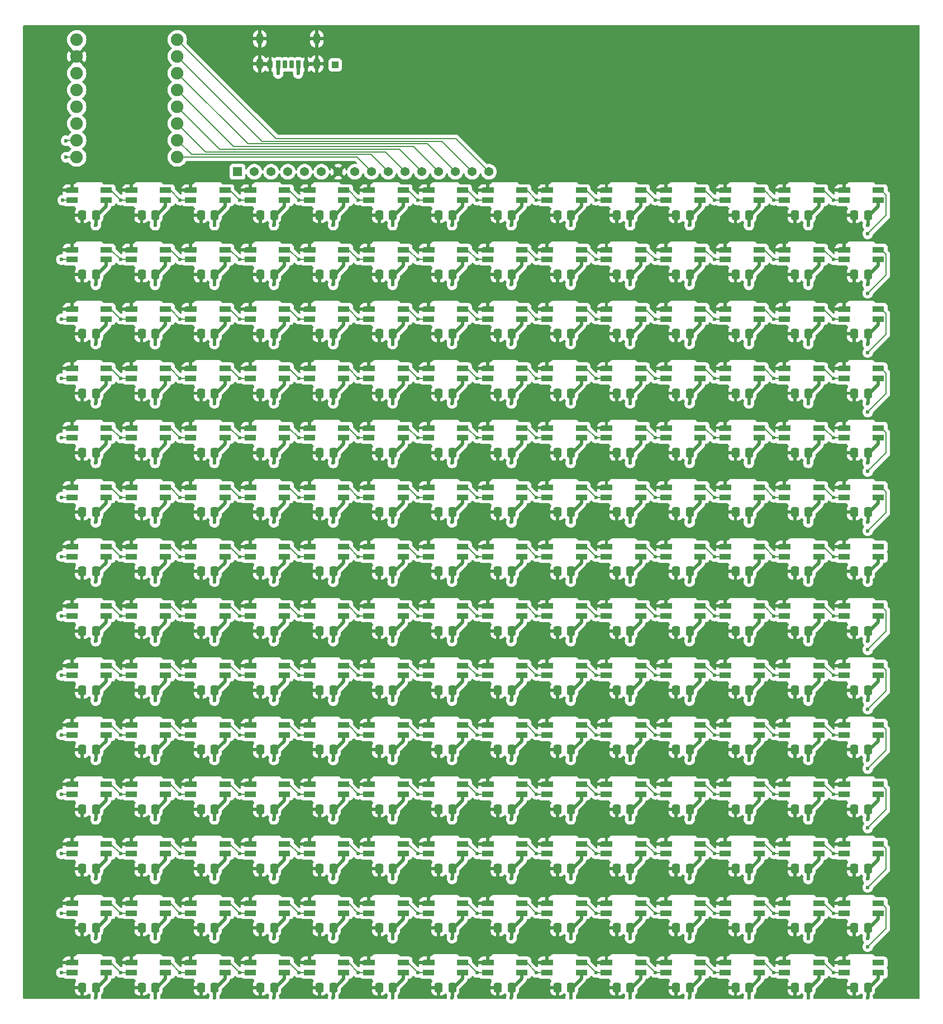
<source format=gbr>
%TF.GenerationSoftware,KiCad,Pcbnew,8.0.8*%
%TF.CreationDate,2025-04-11T11:48:30-04:00*%
%TF.ProjectId,Pixel Dust,50697865-6c20-4447-9573-742e6b696361,rev?*%
%TF.SameCoordinates,Original*%
%TF.FileFunction,Copper,L2,Bot*%
%TF.FilePolarity,Positive*%
%FSLAX46Y46*%
G04 Gerber Fmt 4.6, Leading zero omitted, Abs format (unit mm)*
G04 Created by KiCad (PCBNEW 8.0.8) date 2025-04-11 11:48:30*
%MOMM*%
%LPD*%
G01*
G04 APERTURE LIST*
G04 Aperture macros list*
%AMRoundRect*
0 Rectangle with rounded corners*
0 $1 Rounding radius*
0 $2 $3 $4 $5 $6 $7 $8 $9 X,Y pos of 4 corners*
0 Add a 4 corners polygon primitive as box body*
4,1,4,$2,$3,$4,$5,$6,$7,$8,$9,$2,$3,0*
0 Add four circle primitives for the rounded corners*
1,1,$1+$1,$2,$3*
1,1,$1+$1,$4,$5*
1,1,$1+$1,$6,$7*
1,1,$1+$1,$8,$9*
0 Add four rect primitives between the rounded corners*
20,1,$1+$1,$2,$3,$4,$5,0*
20,1,$1+$1,$4,$5,$6,$7,0*
20,1,$1+$1,$6,$7,$8,$9,0*
20,1,$1+$1,$8,$9,$2,$3,0*%
%AMOutline5P*
0 Free polygon, 5 corners , with rotation*
0 The origin of the aperture is its center*
0 number of corners: always 5*
0 $1 to $10 corner X, Y*
0 $11 Rotation angle, in degrees counterclockwise*
0 create outline with 5 corners*
4,1,5,$1,$2,$3,$4,$5,$6,$7,$8,$9,$10,$1,$2,$11*%
%AMOutline6P*
0 Free polygon, 6 corners , with rotation*
0 The origin of the aperture is its center*
0 number of corners: always 6*
0 $1 to $12 corner X, Y*
0 $13 Rotation angle, in degrees counterclockwise*
0 create outline with 6 corners*
4,1,6,$1,$2,$3,$4,$5,$6,$7,$8,$9,$10,$11,$12,$1,$2,$13*%
%AMOutline7P*
0 Free polygon, 7 corners , with rotation*
0 The origin of the aperture is its center*
0 number of corners: always 7*
0 $1 to $14 corner X, Y*
0 $15 Rotation angle, in degrees counterclockwise*
0 create outline with 7 corners*
4,1,7,$1,$2,$3,$4,$5,$6,$7,$8,$9,$10,$11,$12,$13,$14,$1,$2,$15*%
%AMOutline8P*
0 Free polygon, 8 corners , with rotation*
0 The origin of the aperture is its center*
0 number of corners: always 8*
0 $1 to $16 corner X, Y*
0 $17 Rotation angle, in degrees counterclockwise*
0 create outline with 8 corners*
4,1,8,$1,$2,$3,$4,$5,$6,$7,$8,$9,$10,$11,$12,$13,$14,$15,$16,$1,$2,$17*%
G04 Aperture macros list end*
%TA.AperFunction,SMDPad,CuDef*%
%ADD10R,1.800000X0.820000*%
%TD*%
%TA.AperFunction,SMDPad,CuDef*%
%ADD11Outline5P,-0.900000X0.410000X0.900000X0.410000X0.900000X-0.246000X0.736000X-0.410000X-0.900000X-0.410000X180.000000*%
%TD*%
%TA.AperFunction,SMDPad,CuDef*%
%ADD12RoundRect,0.250000X0.337500X0.475000X-0.337500X0.475000X-0.337500X-0.475000X0.337500X-0.475000X0*%
%TD*%
%TA.AperFunction,ComponentPad*%
%ADD13R,1.000000X1.000000*%
%TD*%
%TA.AperFunction,ComponentPad*%
%ADD14R,1.370000X1.370000*%
%TD*%
%TA.AperFunction,ComponentPad*%
%ADD15C,1.370000*%
%TD*%
%TA.AperFunction,SMDPad,CuDef*%
%ADD16RoundRect,0.175000X-0.175000X-0.425000X0.175000X-0.425000X0.175000X0.425000X-0.175000X0.425000X0*%
%TD*%
%TA.AperFunction,SMDPad,CuDef*%
%ADD17RoundRect,0.190000X0.190000X0.410000X-0.190000X0.410000X-0.190000X-0.410000X0.190000X-0.410000X0*%
%TD*%
%TA.AperFunction,SMDPad,CuDef*%
%ADD18RoundRect,0.200000X0.200000X0.400000X-0.200000X0.400000X-0.200000X-0.400000X0.200000X-0.400000X0*%
%TD*%
%TA.AperFunction,SMDPad,CuDef*%
%ADD19RoundRect,0.175000X0.175000X0.425000X-0.175000X0.425000X-0.175000X-0.425000X0.175000X-0.425000X0*%
%TD*%
%TA.AperFunction,SMDPad,CuDef*%
%ADD20RoundRect,0.190000X-0.190000X-0.410000X0.190000X-0.410000X0.190000X0.410000X-0.190000X0.410000X0*%
%TD*%
%TA.AperFunction,SMDPad,CuDef*%
%ADD21RoundRect,0.200000X-0.200000X-0.400000X0.200000X-0.400000X0.200000X0.400000X-0.200000X0.400000X0*%
%TD*%
%TA.AperFunction,HeatsinkPad*%
%ADD22O,1.100000X1.700000*%
%TD*%
%TA.AperFunction,ComponentPad*%
%ADD23C,1.905000*%
%TD*%
%TA.AperFunction,ViaPad*%
%ADD24C,0.600000*%
%TD*%
%TA.AperFunction,Conductor*%
%ADD25C,0.500000*%
%TD*%
%TA.AperFunction,Conductor*%
%ADD26C,0.200000*%
%TD*%
G04 APERTURE END LIST*
D10*
%TO.P,D14,1,DOUT*%
%TO.N,Net-(D14-DOUT)*%
X123100000Y-1300000D03*
D11*
%TO.P,D14,2,VSS*%
%TO.N,GND*%
X117900000Y-1300000D03*
D10*
%TO.P,D14,3,DIN*%
%TO.N,Net-(D13-DOUT)*%
X117900000Y-2800000D03*
%TO.P,D14,4,VDD*%
%TO.N,+5V*%
X123100000Y-2800000D03*
%TD*%
D12*
%TO.P,C14,1*%
%TO.N,+5V*%
X121537500Y-5050000D03*
%TO.P,C14,2*%
%TO.N,GND*%
X119462500Y-5050000D03*
%TD*%
D10*
%TO.P,D36,1,DOUT*%
%TO.N,Net-(D36-DOUT)*%
X69100000Y-19300000D03*
D11*
%TO.P,D36,2,VSS*%
%TO.N,GND*%
X63900000Y-19300000D03*
D10*
%TO.P,D36,3,DIN*%
%TO.N,Net-(D35-DOUT)*%
X63900000Y-20800000D03*
%TO.P,D36,4,VDD*%
%TO.N,+5V*%
X69100000Y-20800000D03*
%TD*%
%TO.P,D100,1,DOUT*%
%TO.N,Net-(D100-DOUT)*%
X15100000Y-64300000D03*
D11*
%TO.P,D100,2,VSS*%
%TO.N,GND*%
X9900000Y-64300000D03*
D10*
%TO.P,D100,3,DIN*%
%TO.N,Net-(D100-DIN)*%
X9900000Y-65800000D03*
%TO.P,D100,4,VDD*%
%TO.N,+5V*%
X15100000Y-65800000D03*
%TD*%
%TO.P,D150,1,DOUT*%
%TO.N,Net-(D150-DOUT)*%
X87100000Y-91300000D03*
D11*
%TO.P,D150,2,VSS*%
%TO.N,GND*%
X81900000Y-91300000D03*
D10*
%TO.P,D150,3,DIN*%
%TO.N,Net-(D149-DOUT)*%
X81900000Y-92800000D03*
%TO.P,D150,4,VDD*%
%TO.N,+5V*%
X87100000Y-92800000D03*
%TD*%
%TO.P,D191,1,DOUT*%
%TO.N,Net-(D191-DOUT)*%
X78100000Y-118300000D03*
D11*
%TO.P,D191,2,VSS*%
%TO.N,GND*%
X72900000Y-118300000D03*
D10*
%TO.P,D191,3,DIN*%
%TO.N,Net-(D190-DOUT)*%
X72900000Y-119800000D03*
%TO.P,D191,4,VDD*%
%TO.N,+5V*%
X78100000Y-119800000D03*
%TD*%
D12*
%TO.P,C27,1*%
%TO.N,+5V*%
X112537500Y-14050000D03*
%TO.P,C27,2*%
%TO.N,GND*%
X110462500Y-14050000D03*
%TD*%
D10*
%TO.P,D152,1,DOUT*%
%TO.N,Net-(D152-DOUT)*%
X105100000Y-91300000D03*
D11*
%TO.P,D152,2,VSS*%
%TO.N,GND*%
X99900000Y-91300000D03*
D10*
%TO.P,D152,3,DIN*%
%TO.N,Net-(D151-DOUT)*%
X99900000Y-92800000D03*
%TO.P,D152,4,VDD*%
%TO.N,+5V*%
X105100000Y-92800000D03*
%TD*%
%TO.P,D168,1,DOUT*%
%TO.N,Net-(D168-DOUT)*%
X123100000Y-100300000D03*
D11*
%TO.P,D168,2,VSS*%
%TO.N,GND*%
X117900000Y-100300000D03*
D10*
%TO.P,D168,3,DIN*%
%TO.N,Net-(D167-DOUT)*%
X117900000Y-101800000D03*
%TO.P,D168,4,VDD*%
%TO.N,+5V*%
X123100000Y-101800000D03*
%TD*%
%TO.P,D86,1,DOUT*%
%TO.N,Net-(D86-DOUT)*%
X15100000Y-55300000D03*
D11*
%TO.P,D86,2,VSS*%
%TO.N,GND*%
X9900000Y-55300000D03*
D10*
%TO.P,D86,3,DIN*%
%TO.N,Net-(D85-DOUT)*%
X9900000Y-56800000D03*
%TO.P,D86,4,VDD*%
%TO.N,+5V*%
X15100000Y-56800000D03*
%TD*%
%TO.P,D26,1,DOUT*%
%TO.N,Net-(D26-DOUT)*%
X105100000Y-10300000D03*
D11*
%TO.P,D26,2,VSS*%
%TO.N,GND*%
X99900000Y-10300000D03*
D10*
%TO.P,D26,3,DIN*%
%TO.N,Net-(D25-DOUT)*%
X99900000Y-11800000D03*
%TO.P,D26,4,VDD*%
%TO.N,+5V*%
X105100000Y-11800000D03*
%TD*%
D12*
%TO.P,C87,1*%
%TO.N,+5V*%
X22537500Y-59050000D03*
%TO.P,C87,2*%
%TO.N,GND*%
X20462500Y-59050000D03*
%TD*%
%TO.P,C56,1*%
%TO.N,+5V*%
X121537500Y-32050000D03*
%TO.P,C56,2*%
%TO.N,GND*%
X119462500Y-32050000D03*
%TD*%
%TO.P,C12,1*%
%TO.N,+5V*%
X103537500Y-5050000D03*
%TO.P,C12,2*%
%TO.N,GND*%
X101462500Y-5050000D03*
%TD*%
D10*
%TO.P,D69,1,DOUT*%
%TO.N,Net-(D69-DOUT)*%
X114100000Y-37300000D03*
D11*
%TO.P,D69,2,VSS*%
%TO.N,GND*%
X108900000Y-37300000D03*
D10*
%TO.P,D69,3,DIN*%
%TO.N,Net-(D68-DOUT)*%
X108900000Y-38800000D03*
%TO.P,D69,4,VDD*%
%TO.N,+5V*%
X114100000Y-38800000D03*
%TD*%
D12*
%TO.P,C72,1*%
%TO.N,+5V*%
X13537500Y-50050000D03*
%TO.P,C72,2*%
%TO.N,GND*%
X11462500Y-50050000D03*
%TD*%
D10*
%TO.P,D108,1,DOUT*%
%TO.N,Net-(D108-DOUT)*%
X87100000Y-64300000D03*
D11*
%TO.P,D108,2,VSS*%
%TO.N,GND*%
X81900000Y-64300000D03*
D10*
%TO.P,D108,3,DIN*%
%TO.N,Net-(D107-DOUT)*%
X81900000Y-65800000D03*
%TO.P,D108,4,VDD*%
%TO.N,+5V*%
X87100000Y-65800000D03*
%TD*%
D12*
%TO.P,C177,1*%
%TO.N,+5V*%
X76537500Y-113050000D03*
%TO.P,C177,2*%
%TO.N,GND*%
X74462500Y-113050000D03*
%TD*%
D10*
%TO.P,D68,1,DOUT*%
%TO.N,Net-(D68-DOUT)*%
X105100000Y-37300000D03*
D11*
%TO.P,D68,2,VSS*%
%TO.N,GND*%
X99900000Y-37300000D03*
D10*
%TO.P,D68,3,DIN*%
%TO.N,Net-(D67-DOUT)*%
X99900000Y-38800000D03*
%TO.P,D68,4,VDD*%
%TO.N,+5V*%
X105100000Y-38800000D03*
%TD*%
D12*
%TO.P,C66,1*%
%TO.N,+5V*%
X85537500Y-41050000D03*
%TO.P,C66,2*%
%TO.N,GND*%
X83462500Y-41050000D03*
%TD*%
%TO.P,C121,1*%
%TO.N,+5V*%
X76537500Y-77050000D03*
%TO.P,C121,2*%
%TO.N,GND*%
X74462500Y-77050000D03*
%TD*%
%TO.P,C43,1*%
%TO.N,+5V*%
X4537500Y-32050000D03*
%TO.P,C43,2*%
%TO.N,GND*%
X2462500Y-32050000D03*
%TD*%
%TO.P,C79,1*%
%TO.N,+5V*%
X76537500Y-50050000D03*
%TO.P,C79,2*%
%TO.N,GND*%
X74462500Y-50050000D03*
%TD*%
%TO.P,C143,1*%
%TO.N,+5V*%
X22537500Y-95050000D03*
%TO.P,C143,2*%
%TO.N,GND*%
X20462500Y-95050000D03*
%TD*%
%TO.P,C18,1*%
%TO.N,+5V*%
X31537500Y-14050000D03*
%TO.P,C18,2*%
%TO.N,GND*%
X29462500Y-14050000D03*
%TD*%
D10*
%TO.P,D10,1,DOUT*%
%TO.N,Net-(D10-DOUT)*%
X87100000Y-1300000D03*
D11*
%TO.P,D10,2,VSS*%
%TO.N,GND*%
X81900000Y-1300000D03*
D10*
%TO.P,D10,3,DIN*%
%TO.N,Net-(D10-DIN)*%
X81900000Y-2800000D03*
%TO.P,D10,4,VDD*%
%TO.N,+5V*%
X87100000Y-2800000D03*
%TD*%
%TO.P,D34,1,DOUT*%
%TO.N,Net-(D34-DOUT)*%
X51100000Y-19300000D03*
D11*
%TO.P,D34,2,VSS*%
%TO.N,GND*%
X45900000Y-19300000D03*
D10*
%TO.P,D34,3,DIN*%
%TO.N,Net-(D33-DOUT)*%
X45900000Y-20800000D03*
%TO.P,D34,4,VDD*%
%TO.N,+5V*%
X51100000Y-20800000D03*
%TD*%
D12*
%TO.P,C112,1*%
%TO.N,+5V*%
X121537500Y-68050000D03*
%TO.P,C112,2*%
%TO.N,GND*%
X119462500Y-68050000D03*
%TD*%
D10*
%TO.P,D184,1,DOUT*%
%TO.N,Net-(D184-DOUT)*%
X15100000Y-118300000D03*
D11*
%TO.P,D184,2,VSS*%
%TO.N,GND*%
X9900000Y-118300000D03*
D10*
%TO.P,D184,3,DIN*%
%TO.N,Net-(D183-DOUT)*%
X9900000Y-119800000D03*
%TO.P,D184,4,VDD*%
%TO.N,+5V*%
X15100000Y-119800000D03*
%TD*%
%TO.P,D88,1,DOUT*%
%TO.N,Net-(D88-DOUT)*%
X33100000Y-55300000D03*
D11*
%TO.P,D88,2,VSS*%
%TO.N,GND*%
X27900000Y-55300000D03*
D10*
%TO.P,D88,3,DIN*%
%TO.N,Net-(D87-DOUT)*%
X27900000Y-56800000D03*
%TO.P,D88,4,VDD*%
%TO.N,+5V*%
X33100000Y-56800000D03*
%TD*%
%TO.P,D56,1,DOUT*%
%TO.N,Net-(D56-DOUT)*%
X123100000Y-28300000D03*
D11*
%TO.P,D56,2,VSS*%
%TO.N,GND*%
X117900000Y-28300000D03*
D10*
%TO.P,D56,3,DIN*%
%TO.N,Net-(D55-DOUT)*%
X117900000Y-29800000D03*
%TO.P,D56,4,VDD*%
%TO.N,+5V*%
X123100000Y-29800000D03*
%TD*%
D12*
%TO.P,C15,1*%
%TO.N,+5V*%
X4537500Y-14050000D03*
%TO.P,C15,2*%
%TO.N,GND*%
X2462500Y-14050000D03*
%TD*%
%TO.P,C178,1*%
%TO.N,+5V*%
X85537500Y-113050000D03*
%TO.P,C178,2*%
%TO.N,GND*%
X83462500Y-113050000D03*
%TD*%
%TO.P,C171,1*%
%TO.N,+5V*%
X22537500Y-113050000D03*
%TO.P,C171,2*%
%TO.N,GND*%
X20462500Y-113050000D03*
%TD*%
D10*
%TO.P,D97,1,DOUT*%
%TO.N,Net-(D97-DOUT)*%
X114100000Y-55300000D03*
D11*
%TO.P,D97,2,VSS*%
%TO.N,GND*%
X108900000Y-55300000D03*
D10*
%TO.P,D97,3,DIN*%
%TO.N,Net-(D96-DOUT)*%
X108900000Y-56800000D03*
%TO.P,D97,4,VDD*%
%TO.N,+5V*%
X114100000Y-56800000D03*
%TD*%
D12*
%TO.P,C162,1*%
%TO.N,+5V*%
X67537500Y-104050000D03*
%TO.P,C162,2*%
%TO.N,GND*%
X65462500Y-104050000D03*
%TD*%
%TO.P,C10,1*%
%TO.N,+5V*%
X85537500Y-5050000D03*
%TO.P,C10,2*%
%TO.N,GND*%
X83462500Y-5050000D03*
%TD*%
%TO.P,C6,1*%
%TO.N,+5V*%
X49537500Y-5050000D03*
%TO.P,C6,2*%
%TO.N,GND*%
X47462500Y-5050000D03*
%TD*%
D10*
%TO.P,D11,1,DOUT*%
%TO.N,Net-(D11-DOUT)*%
X96100000Y-1300000D03*
D11*
%TO.P,D11,2,VSS*%
%TO.N,GND*%
X90900000Y-1300000D03*
D10*
%TO.P,D11,3,DIN*%
%TO.N,Net-(D10-DOUT)*%
X90900000Y-2800000D03*
%TO.P,D11,4,VDD*%
%TO.N,+5V*%
X96100000Y-2800000D03*
%TD*%
%TO.P,D170,1,DOUT*%
%TO.N,Net-(D170-DOUT)*%
X15100000Y-109300000D03*
D11*
%TO.P,D170,2,VSS*%
%TO.N,GND*%
X9900000Y-109300000D03*
D10*
%TO.P,D170,3,DIN*%
%TO.N,Net-(D169-DOUT)*%
X9900000Y-110800000D03*
%TO.P,D170,4,VDD*%
%TO.N,+5V*%
X15100000Y-110800000D03*
%TD*%
D12*
%TO.P,C111,1*%
%TO.N,+5V*%
X112537500Y-68050000D03*
%TO.P,C111,2*%
%TO.N,GND*%
X110462500Y-68050000D03*
%TD*%
%TO.P,C19,1*%
%TO.N,+5V*%
X40537500Y-14050000D03*
%TO.P,C19,2*%
%TO.N,GND*%
X38462500Y-14050000D03*
%TD*%
D10*
%TO.P,D12,1,DOUT*%
%TO.N,Net-(D12-DOUT)*%
X105100000Y-1300000D03*
D11*
%TO.P,D12,2,VSS*%
%TO.N,GND*%
X99900000Y-1300000D03*
D10*
%TO.P,D12,3,DIN*%
%TO.N,Net-(D11-DOUT)*%
X99900000Y-2800000D03*
%TO.P,D12,4,VDD*%
%TO.N,+5V*%
X105100000Y-2800000D03*
%TD*%
%TO.P,D189,1,DOUT*%
%TO.N,Net-(D189-DOUT)*%
X60100000Y-118300000D03*
D11*
%TO.P,D189,2,VSS*%
%TO.N,GND*%
X54900000Y-118300000D03*
D10*
%TO.P,D189,3,DIN*%
%TO.N,Net-(D188-DOUT)*%
X54900000Y-119800000D03*
%TO.P,D189,4,VDD*%
%TO.N,+5V*%
X60100000Y-119800000D03*
%TD*%
D13*
%TO.P,J2,1,Pin_1*%
%TO.N,+5V*%
X40800000Y17680000D03*
%TD*%
D10*
%TO.P,D43,1,DOUT*%
%TO.N,Net-(D43-DOUT)*%
X6100000Y-28300000D03*
D11*
%TO.P,D43,2,VSS*%
%TO.N,GND*%
X900000Y-28300000D03*
D10*
%TO.P,D43,3,DIN*%
%TO.N,Net-(D42-DOUT)*%
X900000Y-29800000D03*
%TO.P,D43,4,VDD*%
%TO.N,+5V*%
X6100000Y-29800000D03*
%TD*%
%TO.P,D50,1,DOUT*%
%TO.N,Net-(D50-DOUT)*%
X69100000Y-28300000D03*
D11*
%TO.P,D50,2,VSS*%
%TO.N,GND*%
X63900000Y-28300000D03*
D10*
%TO.P,D50,3,DIN*%
%TO.N,Net-(D49-DOUT)*%
X63900000Y-29800000D03*
%TO.P,D50,4,VDD*%
%TO.N,+5V*%
X69100000Y-29800000D03*
%TD*%
%TO.P,D51,1,DOUT*%
%TO.N,Net-(D51-DOUT)*%
X78100000Y-28300000D03*
D11*
%TO.P,D51,2,VSS*%
%TO.N,GND*%
X72900000Y-28300000D03*
D10*
%TO.P,D51,3,DIN*%
%TO.N,Net-(D50-DOUT)*%
X72900000Y-29800000D03*
%TO.P,D51,4,VDD*%
%TO.N,+5V*%
X78100000Y-29800000D03*
%TD*%
%TO.P,D47,1,DOUT*%
%TO.N,Net-(D47-DOUT)*%
X42100000Y-28300000D03*
D11*
%TO.P,D47,2,VSS*%
%TO.N,GND*%
X36900000Y-28300000D03*
D10*
%TO.P,D47,3,DIN*%
%TO.N,Net-(D46-DOUT)*%
X36900000Y-29800000D03*
%TO.P,D47,4,VDD*%
%TO.N,+5V*%
X42100000Y-29800000D03*
%TD*%
D12*
%TO.P,C84,1*%
%TO.N,+5V*%
X121537500Y-50050000D03*
%TO.P,C84,2*%
%TO.N,GND*%
X119462500Y-50050000D03*
%TD*%
D10*
%TO.P,D62,1,DOUT*%
%TO.N,Net-(D62-DOUT)*%
X51100000Y-37300000D03*
D11*
%TO.P,D62,2,VSS*%
%TO.N,GND*%
X45900000Y-37300000D03*
D10*
%TO.P,D62,3,DIN*%
%TO.N,Net-(D61-DOUT)*%
X45900000Y-38800000D03*
%TO.P,D62,4,VDD*%
%TO.N,+5V*%
X51100000Y-38800000D03*
%TD*%
D12*
%TO.P,C83,1*%
%TO.N,+5V*%
X112537500Y-50050000D03*
%TO.P,C83,2*%
%TO.N,GND*%
X110462500Y-50050000D03*
%TD*%
D10*
%TO.P,D195,1,DOUT*%
%TO.N,Net-(D195-DOUT)*%
X114100000Y-118300000D03*
D11*
%TO.P,D195,2,VSS*%
%TO.N,GND*%
X108900000Y-118300000D03*
D10*
%TO.P,D195,3,DIN*%
%TO.N,Net-(D194-DOUT)*%
X108900000Y-119800000D03*
%TO.P,D195,4,VDD*%
%TO.N,+5V*%
X114100000Y-119800000D03*
%TD*%
D12*
%TO.P,C183,1*%
%TO.N,+5V*%
X4537500Y-122050000D03*
%TO.P,C183,2*%
%TO.N,GND*%
X2462500Y-122050000D03*
%TD*%
D10*
%TO.P,D101,1,DOUT*%
%TO.N,Net-(D101-DOUT)*%
X24100000Y-64300000D03*
D11*
%TO.P,D101,2,VSS*%
%TO.N,GND*%
X18900000Y-64300000D03*
D10*
%TO.P,D101,3,DIN*%
%TO.N,Net-(D100-DOUT)*%
X18900000Y-65800000D03*
%TO.P,D101,4,VDD*%
%TO.N,+5V*%
X24100000Y-65800000D03*
%TD*%
D12*
%TO.P,C133,1*%
%TO.N,+5V*%
X58537500Y-86050000D03*
%TO.P,C133,2*%
%TO.N,GND*%
X56462500Y-86050000D03*
%TD*%
%TO.P,C179,1*%
%TO.N,+5V*%
X94537500Y-113050000D03*
%TO.P,C179,2*%
%TO.N,GND*%
X92462500Y-113050000D03*
%TD*%
%TO.P,C141,1*%
%TO.N,+5V*%
X4537500Y-95050000D03*
%TO.P,C141,2*%
%TO.N,GND*%
X2462500Y-95050000D03*
%TD*%
%TO.P,C195,1*%
%TO.N,+5V*%
X112537500Y-122050000D03*
%TO.P,C195,2*%
%TO.N,GND*%
X110462500Y-122050000D03*
%TD*%
D10*
%TO.P,D94,1,DOUT*%
%TO.N,Net-(D94-DOUT)*%
X87100000Y-55300000D03*
D11*
%TO.P,D94,2,VSS*%
%TO.N,GND*%
X81900000Y-55300000D03*
D10*
%TO.P,D94,3,DIN*%
%TO.N,Net-(D93-DOUT)*%
X81900000Y-56800000D03*
%TO.P,D94,4,VDD*%
%TO.N,+5V*%
X87100000Y-56800000D03*
%TD*%
%TO.P,D73,1,DOUT*%
%TO.N,Net-(D73-DOUT)*%
X24100000Y-46300000D03*
D11*
%TO.P,D73,2,VSS*%
%TO.N,GND*%
X18900000Y-46300000D03*
D10*
%TO.P,D73,3,DIN*%
%TO.N,Net-(D72-DOUT)*%
X18900000Y-47800000D03*
%TO.P,D73,4,VDD*%
%TO.N,+5V*%
X24100000Y-47800000D03*
%TD*%
D12*
%TO.P,C134,1*%
%TO.N,+5V*%
X67537500Y-86050000D03*
%TO.P,C134,2*%
%TO.N,GND*%
X65462500Y-86050000D03*
%TD*%
%TO.P,C59,1*%
%TO.N,+5V*%
X22537500Y-41050000D03*
%TO.P,C59,2*%
%TO.N,GND*%
X20462500Y-41050000D03*
%TD*%
%TO.P,C22,1*%
%TO.N,+5V*%
X67537500Y-14050000D03*
%TO.P,C22,2*%
%TO.N,GND*%
X65462500Y-14050000D03*
%TD*%
D10*
%TO.P,D116,1,DOUT*%
%TO.N,Net-(D116-DOUT)*%
X33100000Y-73300000D03*
D11*
%TO.P,D116,2,VSS*%
%TO.N,GND*%
X27900000Y-73300000D03*
D10*
%TO.P,D116,3,DIN*%
%TO.N,Net-(D115-DOUT)*%
X27900000Y-74800000D03*
%TO.P,D116,4,VDD*%
%TO.N,+5V*%
X33100000Y-74800000D03*
%TD*%
D12*
%TO.P,C113,1*%
%TO.N,+5V*%
X4537500Y-77050000D03*
%TO.P,C113,2*%
%TO.N,GND*%
X2462500Y-77050000D03*
%TD*%
D10*
%TO.P,D121,1,DOUT*%
%TO.N,Net-(D121-DOUT)*%
X78100000Y-73300000D03*
D11*
%TO.P,D121,2,VSS*%
%TO.N,GND*%
X72900000Y-73300000D03*
D10*
%TO.P,D121,3,DIN*%
%TO.N,Net-(D120-DOUT)*%
X72900000Y-74800000D03*
%TO.P,D121,4,VDD*%
%TO.N,+5V*%
X78100000Y-74800000D03*
%TD*%
%TO.P,D90,1,DOUT*%
%TO.N,Net-(D90-DOUT)*%
X51100000Y-55300000D03*
D11*
%TO.P,D90,2,VSS*%
%TO.N,GND*%
X45900000Y-55300000D03*
D10*
%TO.P,D90,3,DIN*%
%TO.N,Net-(D89-DOUT)*%
X45900000Y-56800000D03*
%TO.P,D90,4,VDD*%
%TO.N,+5V*%
X51100000Y-56800000D03*
%TD*%
%TO.P,D122,1,DOUT*%
%TO.N,Net-(D122-DOUT)*%
X87100000Y-73300000D03*
D11*
%TO.P,D122,2,VSS*%
%TO.N,GND*%
X81900000Y-73300000D03*
D10*
%TO.P,D122,3,DIN*%
%TO.N,Net-(D121-DOUT)*%
X81900000Y-74800000D03*
%TO.P,D122,4,VDD*%
%TO.N,+5V*%
X87100000Y-74800000D03*
%TD*%
D12*
%TO.P,C155,1*%
%TO.N,+5V*%
X4537500Y-104050000D03*
%TO.P,C155,2*%
%TO.N,GND*%
X2462500Y-104050000D03*
%TD*%
%TO.P,C173,1*%
%TO.N,+5V*%
X40537500Y-113050000D03*
%TO.P,C173,2*%
%TO.N,GND*%
X38462500Y-113050000D03*
%TD*%
D10*
%TO.P,D160,1,DOUT*%
%TO.N,Net-(D160-DOUT)*%
X51100000Y-100300000D03*
D11*
%TO.P,D160,2,VSS*%
%TO.N,GND*%
X45900000Y-100300000D03*
D10*
%TO.P,D160,3,DIN*%
%TO.N,Net-(D159-DOUT)*%
X45900000Y-101800000D03*
%TO.P,D160,4,VDD*%
%TO.N,+5V*%
X51100000Y-101800000D03*
%TD*%
D12*
%TO.P,C91,1*%
%TO.N,+5V*%
X58537500Y-59050000D03*
%TO.P,C91,2*%
%TO.N,GND*%
X56462500Y-59050000D03*
%TD*%
%TO.P,C46,1*%
%TO.N,+5V*%
X31537500Y-32050000D03*
%TO.P,C46,2*%
%TO.N,GND*%
X29462500Y-32050000D03*
%TD*%
%TO.P,C61,1*%
%TO.N,+5V*%
X40537500Y-41050000D03*
%TO.P,C61,2*%
%TO.N,GND*%
X38462500Y-41050000D03*
%TD*%
%TO.P,C1,1*%
%TO.N,+5V*%
X4537500Y-5050000D03*
%TO.P,C1,2*%
%TO.N,GND*%
X2462500Y-5050000D03*
%TD*%
D10*
%TO.P,D140,1,DOUT*%
%TO.N,Net-(D140-DOUT)*%
X123100000Y-82300000D03*
D11*
%TO.P,D140,2,VSS*%
%TO.N,GND*%
X117900000Y-82300000D03*
D10*
%TO.P,D140,3,DIN*%
%TO.N,Net-(D139-DOUT)*%
X117900000Y-83800000D03*
%TO.P,D140,4,VDD*%
%TO.N,+5V*%
X123100000Y-83800000D03*
%TD*%
D12*
%TO.P,C191,1*%
%TO.N,+5V*%
X76537500Y-122050000D03*
%TO.P,C191,2*%
%TO.N,GND*%
X74462500Y-122050000D03*
%TD*%
%TO.P,C21,1*%
%TO.N,+5V*%
X58537500Y-14050000D03*
%TO.P,C21,2*%
%TO.N,GND*%
X56462500Y-14050000D03*
%TD*%
D10*
%TO.P,D161,1,DOUT*%
%TO.N,Net-(D161-DOUT)*%
X60100000Y-100300000D03*
D11*
%TO.P,D161,2,VSS*%
%TO.N,GND*%
X54900000Y-100300000D03*
D10*
%TO.P,D161,3,DIN*%
%TO.N,Net-(D160-DOUT)*%
X54900000Y-101800000D03*
%TO.P,D161,4,VDD*%
%TO.N,+5V*%
X60100000Y-101800000D03*
%TD*%
%TO.P,D7,1,DOUT*%
%TO.N,Net-(D7-DOUT)*%
X60100000Y-1300000D03*
D11*
%TO.P,D7,2,VSS*%
%TO.N,GND*%
X54900000Y-1300000D03*
D10*
%TO.P,D7,3,DIN*%
%TO.N,Net-(D6-DOUT)*%
X54900000Y-2800000D03*
%TO.P,D7,4,VDD*%
%TO.N,+5V*%
X60100000Y-2800000D03*
%TD*%
%TO.P,D23,1,DOUT*%
%TO.N,Net-(D23-DOUT)*%
X78100000Y-10300000D03*
D11*
%TO.P,D23,2,VSS*%
%TO.N,GND*%
X72900000Y-10300000D03*
D10*
%TO.P,D23,3,DIN*%
%TO.N,Net-(D22-DOUT)*%
X72900000Y-11800000D03*
%TO.P,D23,4,VDD*%
%TO.N,+5V*%
X78100000Y-11800000D03*
%TD*%
D12*
%TO.P,C75,1*%
%TO.N,+5V*%
X40537500Y-50050000D03*
%TO.P,C75,2*%
%TO.N,GND*%
X38462500Y-50050000D03*
%TD*%
%TO.P,C175,1*%
%TO.N,+5V*%
X58537500Y-113050000D03*
%TO.P,C175,2*%
%TO.N,GND*%
X56462500Y-113050000D03*
%TD*%
%TO.P,C170,1*%
%TO.N,+5V*%
X13537500Y-113050000D03*
%TO.P,C170,2*%
%TO.N,GND*%
X11462500Y-113050000D03*
%TD*%
%TO.P,C153,1*%
%TO.N,+5V*%
X112537500Y-95050000D03*
%TO.P,C153,2*%
%TO.N,GND*%
X110462500Y-95050000D03*
%TD*%
%TO.P,C137,1*%
%TO.N,+5V*%
X94537500Y-86050000D03*
%TO.P,C137,2*%
%TO.N,GND*%
X92462500Y-86050000D03*
%TD*%
%TO.P,C20,1*%
%TO.N,+5V*%
X49537500Y-14050000D03*
%TO.P,C20,2*%
%TO.N,GND*%
X47462500Y-14050000D03*
%TD*%
D10*
%TO.P,D22,1,DOUT*%
%TO.N,Net-(D22-DOUT)*%
X69100000Y-10300000D03*
D11*
%TO.P,D22,2,VSS*%
%TO.N,GND*%
X63900000Y-10300000D03*
D10*
%TO.P,D22,3,DIN*%
%TO.N,Net-(D21-DOUT)*%
X63900000Y-11800000D03*
%TO.P,D22,4,VDD*%
%TO.N,+5V*%
X69100000Y-11800000D03*
%TD*%
%TO.P,D144,1,DOUT*%
%TO.N,Net-(D144-DOUT)*%
X33100000Y-91300000D03*
D11*
%TO.P,D144,2,VSS*%
%TO.N,GND*%
X27900000Y-91300000D03*
D10*
%TO.P,D144,3,DIN*%
%TO.N,Net-(D143-DOUT)*%
X27900000Y-92800000D03*
%TO.P,D144,4,VDD*%
%TO.N,+5V*%
X33100000Y-92800000D03*
%TD*%
%TO.P,D72,1,DOUT*%
%TO.N,Net-(D72-DOUT)*%
X15100000Y-46300000D03*
D11*
%TO.P,D72,2,VSS*%
%TO.N,GND*%
X9900000Y-46300000D03*
D10*
%TO.P,D72,3,DIN*%
%TO.N,Net-(D71-DOUT)*%
X9900000Y-47800000D03*
%TO.P,D72,4,VDD*%
%TO.N,+5V*%
X15100000Y-47800000D03*
%TD*%
%TO.P,D113,1,DOUT*%
%TO.N,Net-(D113-DOUT)*%
X6100000Y-73300000D03*
D11*
%TO.P,D113,2,VSS*%
%TO.N,GND*%
X900000Y-73300000D03*
D10*
%TO.P,D113,3,DIN*%
%TO.N,Net-(D112-DOUT)*%
X900000Y-74800000D03*
%TO.P,D113,4,VDD*%
%TO.N,+5V*%
X6100000Y-74800000D03*
%TD*%
D14*
%TO.P,J1,01,01*%
%TO.N,GPIO0*%
X26000000Y1500000D03*
D15*
%TO.P,J1,02,02*%
%TO.N,GPIO1*%
X28540000Y1500000D03*
%TO.P,J1,03,03*%
%TO.N,GPIO2*%
X31080000Y1500000D03*
%TO.P,J1,04,04*%
%TO.N,GPIO3*%
X33620000Y1500000D03*
%TO.P,J1,05,05*%
%TO.N,GPIO4*%
X36160000Y1500000D03*
%TO.P,J1,06,06*%
%TO.N,3.3V*%
X38700000Y1500000D03*
%TO.P,J1,07,07*%
%TO.N,GND*%
X41240000Y1500000D03*
%TO.P,J1,08,08*%
%TO.N,5V*%
X43780000Y1500000D03*
%TO.P,J1,09,09*%
%TO.N,GPIO21*%
X46320000Y1500000D03*
%TO.P,J1,10,10*%
%TO.N,GPIO20*%
X48860000Y1500000D03*
%TO.P,J1,11,11*%
%TO.N,GPIO10*%
X51400000Y1500000D03*
%TO.P,J1,12,12*%
%TO.N,GPIO9*%
X53940000Y1500000D03*
%TO.P,J1,13,13*%
%TO.N,GPIO8*%
X56480000Y1500000D03*
%TO.P,J1,14,14*%
%TO.N,GPIO7*%
X59020000Y1500000D03*
%TO.P,J1,15,15*%
%TO.N,GPIO6*%
X61560000Y1500000D03*
%TO.P,J1,16,16*%
%TO.N,GPIO5*%
X64100000Y1500000D03*
%TD*%
D12*
%TO.P,C150,1*%
%TO.N,+5V*%
X85537500Y-95050000D03*
%TO.P,C150,2*%
%TO.N,GND*%
X83462500Y-95050000D03*
%TD*%
%TO.P,C152,1*%
%TO.N,+5V*%
X103537500Y-95050000D03*
%TO.P,C152,2*%
%TO.N,GND*%
X101462500Y-95050000D03*
%TD*%
D10*
%TO.P,D151,1,DOUT*%
%TO.N,Net-(D151-DOUT)*%
X96100000Y-91300000D03*
D11*
%TO.P,D151,2,VSS*%
%TO.N,GND*%
X90900000Y-91300000D03*
D10*
%TO.P,D151,3,DIN*%
%TO.N,Net-(D150-DOUT)*%
X90900000Y-92800000D03*
%TO.P,D151,4,VDD*%
%TO.N,+5V*%
X96100000Y-92800000D03*
%TD*%
D16*
%TO.P,P1,A5,CC*%
%TO.N,unconnected-(P1-CC-PadA5)*%
X33180000Y17760000D03*
D17*
%TO.P,P1,A9,VBUS*%
%TO.N,+5V*%
X35200000Y17760000D03*
D18*
%TO.P,P1,A12,GND*%
%TO.N,GND*%
X36430000Y17760000D03*
D19*
%TO.P,P1,B5,VCONN*%
%TO.N,unconnected-(P1-VCONN-PadB5)*%
X34180000Y17760000D03*
D20*
%TO.P,P1,B9,VBUS*%
%TO.N,+5V*%
X32160000Y17760000D03*
D21*
%TO.P,P1,B12,GND*%
%TO.N,GND*%
X30930000Y17760000D03*
D22*
%TO.P,P1,S1,SHIELD*%
X29360000Y17840000D03*
X29360000Y21640000D03*
X38000000Y17840000D03*
X38000000Y21640000D03*
%TD*%
D10*
%TO.P,D64,1,DOUT*%
%TO.N,Net-(D64-DOUT)*%
X69100000Y-37300000D03*
D11*
%TO.P,D64,2,VSS*%
%TO.N,GND*%
X63900000Y-37300000D03*
D10*
%TO.P,D64,3,DIN*%
%TO.N,Net-(D63-DOUT)*%
X63900000Y-38800000D03*
%TO.P,D64,4,VDD*%
%TO.N,+5V*%
X69100000Y-38800000D03*
%TD*%
D12*
%TO.P,C77,1*%
%TO.N,+5V*%
X58537500Y-50050000D03*
%TO.P,C77,2*%
%TO.N,GND*%
X56462500Y-50050000D03*
%TD*%
%TO.P,C50,1*%
%TO.N,+5V*%
X67537500Y-32050000D03*
%TO.P,C50,2*%
%TO.N,GND*%
X65462500Y-32050000D03*
%TD*%
%TO.P,C3,1*%
%TO.N,+5V*%
X22537500Y-5050000D03*
%TO.P,C3,2*%
%TO.N,GND*%
X20462500Y-5050000D03*
%TD*%
D10*
%TO.P,D70,1,DOUT*%
%TO.N,Net-(D70-DOUT)*%
X123100000Y-37300000D03*
D11*
%TO.P,D70,2,VSS*%
%TO.N,GND*%
X117900000Y-37300000D03*
D10*
%TO.P,D70,3,DIN*%
%TO.N,Net-(D69-DOUT)*%
X117900000Y-38800000D03*
%TO.P,D70,4,VDD*%
%TO.N,+5V*%
X123100000Y-38800000D03*
%TD*%
D12*
%TO.P,C88,1*%
%TO.N,+5V*%
X31537500Y-59050000D03*
%TO.P,C88,2*%
%TO.N,GND*%
X29462500Y-59050000D03*
%TD*%
%TO.P,C58,1*%
%TO.N,+5V*%
X13537500Y-41050000D03*
%TO.P,C58,2*%
%TO.N,GND*%
X11462500Y-41050000D03*
%TD*%
%TO.P,C147,1*%
%TO.N,+5V*%
X58537500Y-95050000D03*
%TO.P,C147,2*%
%TO.N,GND*%
X56462500Y-95050000D03*
%TD*%
D10*
%TO.P,D119,1,DOUT*%
%TO.N,Net-(D119-DOUT)*%
X60100000Y-73300000D03*
D11*
%TO.P,D119,2,VSS*%
%TO.N,GND*%
X54900000Y-73300000D03*
D10*
%TO.P,D119,3,DIN*%
%TO.N,Net-(D118-DOUT)*%
X54900000Y-74800000D03*
%TO.P,D119,4,VDD*%
%TO.N,+5V*%
X60100000Y-74800000D03*
%TD*%
%TO.P,D60,1,DOUT*%
%TO.N,Net-(D60-DOUT)*%
X33100000Y-37300000D03*
D11*
%TO.P,D60,2,VSS*%
%TO.N,GND*%
X27900000Y-37300000D03*
D10*
%TO.P,D60,3,DIN*%
%TO.N,Net-(D59-DOUT)*%
X27900000Y-38800000D03*
%TO.P,D60,4,VDD*%
%TO.N,+5V*%
X33100000Y-38800000D03*
%TD*%
%TO.P,D117,1,DOUT*%
%TO.N,Net-(D117-DOUT)*%
X42100000Y-73300000D03*
D11*
%TO.P,D117,2,VSS*%
%TO.N,GND*%
X36900000Y-73300000D03*
D10*
%TO.P,D117,3,DIN*%
%TO.N,Net-(D116-DOUT)*%
X36900000Y-74800000D03*
%TO.P,D117,4,VDD*%
%TO.N,+5V*%
X42100000Y-74800000D03*
%TD*%
%TO.P,D24,1,DOUT*%
%TO.N,Net-(D24-DOUT)*%
X87100000Y-10300000D03*
D11*
%TO.P,D24,2,VSS*%
%TO.N,GND*%
X81900000Y-10300000D03*
D10*
%TO.P,D24,3,DIN*%
%TO.N,Net-(D23-DOUT)*%
X81900000Y-11800000D03*
%TO.P,D24,4,VDD*%
%TO.N,+5V*%
X87100000Y-11800000D03*
%TD*%
D12*
%TO.P,C149,1*%
%TO.N,+5V*%
X76537500Y-95050000D03*
%TO.P,C149,2*%
%TO.N,GND*%
X74462500Y-95050000D03*
%TD*%
%TO.P,C47,1*%
%TO.N,+5V*%
X40537500Y-32050000D03*
%TO.P,C47,2*%
%TO.N,GND*%
X38462500Y-32050000D03*
%TD*%
D10*
%TO.P,D48,1,DOUT*%
%TO.N,Net-(D48-DOUT)*%
X51100000Y-28300000D03*
D11*
%TO.P,D48,2,VSS*%
%TO.N,GND*%
X45900000Y-28300000D03*
D10*
%TO.P,D48,3,DIN*%
%TO.N,Net-(D47-DOUT)*%
X45900000Y-29800000D03*
%TO.P,D48,4,VDD*%
%TO.N,+5V*%
X51100000Y-29800000D03*
%TD*%
%TO.P,D79,1,DOUT*%
%TO.N,Net-(D79-DOUT)*%
X78100000Y-46300000D03*
D11*
%TO.P,D79,2,VSS*%
%TO.N,GND*%
X72900000Y-46300000D03*
D10*
%TO.P,D79,3,DIN*%
%TO.N,Net-(D78-DOUT)*%
X72900000Y-47800000D03*
%TO.P,D79,4,VDD*%
%TO.N,+5V*%
X78100000Y-47800000D03*
%TD*%
D12*
%TO.P,C8,1*%
%TO.N,+5V*%
X67537500Y-5050000D03*
%TO.P,C8,2*%
%TO.N,GND*%
X65462500Y-5050000D03*
%TD*%
%TO.P,C44,1*%
%TO.N,+5V*%
X13537500Y-32050000D03*
%TO.P,C44,2*%
%TO.N,GND*%
X11462500Y-32050000D03*
%TD*%
D10*
%TO.P,D18,1,DOUT*%
%TO.N,Net-(D18-DOUT)*%
X33100000Y-10300000D03*
D11*
%TO.P,D18,2,VSS*%
%TO.N,GND*%
X27900000Y-10300000D03*
D10*
%TO.P,D18,3,DIN*%
%TO.N,Net-(D17-DOUT)*%
X27900000Y-11800000D03*
%TO.P,D18,4,VDD*%
%TO.N,+5V*%
X33100000Y-11800000D03*
%TD*%
%TO.P,D118,1,DOUT*%
%TO.N,Net-(D118-DOUT)*%
X51100000Y-73300000D03*
D11*
%TO.P,D118,2,VSS*%
%TO.N,GND*%
X45900000Y-73300000D03*
D10*
%TO.P,D118,3,DIN*%
%TO.N,Net-(D117-DOUT)*%
X45900000Y-74800000D03*
%TO.P,D118,4,VDD*%
%TO.N,+5V*%
X51100000Y-74800000D03*
%TD*%
%TO.P,D114,1,DOUT*%
%TO.N,Net-(D114-DOUT)*%
X15100000Y-73300000D03*
D11*
%TO.P,D114,2,VSS*%
%TO.N,GND*%
X9900000Y-73300000D03*
D10*
%TO.P,D114,3,DIN*%
%TO.N,Net-(D113-DOUT)*%
X9900000Y-74800000D03*
%TO.P,D114,4,VDD*%
%TO.N,+5V*%
X15100000Y-74800000D03*
%TD*%
%TO.P,D21,1,DOUT*%
%TO.N,Net-(D21-DOUT)*%
X60100000Y-10300000D03*
D11*
%TO.P,D21,2,VSS*%
%TO.N,GND*%
X54900000Y-10300000D03*
D10*
%TO.P,D21,3,DIN*%
%TO.N,Net-(D20-DOUT)*%
X54900000Y-11800000D03*
%TO.P,D21,4,VDD*%
%TO.N,+5V*%
X60100000Y-11800000D03*
%TD*%
D12*
%TO.P,C25,1*%
%TO.N,+5V*%
X94537500Y-14050000D03*
%TO.P,C25,2*%
%TO.N,GND*%
X92462500Y-14050000D03*
%TD*%
D10*
%TO.P,D143,1,DOUT*%
%TO.N,Net-(D143-DOUT)*%
X24100000Y-91300000D03*
D11*
%TO.P,D143,2,VSS*%
%TO.N,GND*%
X18900000Y-91300000D03*
D10*
%TO.P,D143,3,DIN*%
%TO.N,Net-(D142-DOUT)*%
X18900000Y-92800000D03*
%TO.P,D143,4,VDD*%
%TO.N,+5V*%
X24100000Y-92800000D03*
%TD*%
%TO.P,D157,1,DOUT*%
%TO.N,Net-(D157-DOUT)*%
X24100000Y-100300000D03*
D11*
%TO.P,D157,2,VSS*%
%TO.N,GND*%
X18900000Y-100300000D03*
D10*
%TO.P,D157,3,DIN*%
%TO.N,Net-(D156-DOUT)*%
X18900000Y-101800000D03*
%TO.P,D157,4,VDD*%
%TO.N,+5V*%
X24100000Y-101800000D03*
%TD*%
D12*
%TO.P,C154,1*%
%TO.N,+5V*%
X121537500Y-95050000D03*
%TO.P,C154,2*%
%TO.N,GND*%
X119462500Y-95050000D03*
%TD*%
D10*
%TO.P,D164,1,DOUT*%
%TO.N,Net-(D164-DOUT)*%
X87100000Y-100300000D03*
D11*
%TO.P,D164,2,VSS*%
%TO.N,GND*%
X81900000Y-100300000D03*
D10*
%TO.P,D164,3,DIN*%
%TO.N,Net-(D163-DOUT)*%
X81900000Y-101800000D03*
%TO.P,D164,4,VDD*%
%TO.N,+5V*%
X87100000Y-101800000D03*
%TD*%
%TO.P,D66,1,DOUT*%
%TO.N,Net-(D66-DOUT)*%
X87100000Y-37300000D03*
D11*
%TO.P,D66,2,VSS*%
%TO.N,GND*%
X81900000Y-37300000D03*
D10*
%TO.P,D66,3,DIN*%
%TO.N,Net-(D65-DOUT)*%
X81900000Y-38800000D03*
%TO.P,D66,4,VDD*%
%TO.N,+5V*%
X87100000Y-38800000D03*
%TD*%
D12*
%TO.P,C158,1*%
%TO.N,+5V*%
X31537500Y-104050000D03*
%TO.P,C158,2*%
%TO.N,GND*%
X29462500Y-104050000D03*
%TD*%
D10*
%TO.P,D81,1,DOUT*%
%TO.N,Net-(D81-DOUT)*%
X96100000Y-46300000D03*
D11*
%TO.P,D81,2,VSS*%
%TO.N,GND*%
X90900000Y-46300000D03*
D10*
%TO.P,D81,3,DIN*%
%TO.N,Net-(D80-DOUT)*%
X90900000Y-47800000D03*
%TO.P,D81,4,VDD*%
%TO.N,+5V*%
X96100000Y-47800000D03*
%TD*%
D12*
%TO.P,C144,1*%
%TO.N,+5V*%
X31537500Y-95050000D03*
%TO.P,C144,2*%
%TO.N,GND*%
X29462500Y-95050000D03*
%TD*%
D10*
%TO.P,D83,1,DOUT*%
%TO.N,Net-(D83-DOUT)*%
X114100000Y-46300000D03*
D11*
%TO.P,D83,2,VSS*%
%TO.N,GND*%
X108900000Y-46300000D03*
D10*
%TO.P,D83,3,DIN*%
%TO.N,Net-(D82-DOUT)*%
X108900000Y-47800000D03*
%TO.P,D83,4,VDD*%
%TO.N,+5V*%
X114100000Y-47800000D03*
%TD*%
D12*
%TO.P,C33,1*%
%TO.N,+5V*%
X40537500Y-23050000D03*
%TO.P,C33,2*%
%TO.N,GND*%
X38462500Y-23050000D03*
%TD*%
D10*
%TO.P,D5,1,DOUT*%
%TO.N,Net-(D5-DOUT)*%
X42100000Y-1300000D03*
D11*
%TO.P,D5,2,VSS*%
%TO.N,GND*%
X36900000Y-1300000D03*
D10*
%TO.P,D5,3,DIN*%
%TO.N,Net-(D4-DOUT)*%
X36900000Y-2800000D03*
%TO.P,D5,4,VDD*%
%TO.N,+5V*%
X42100000Y-2800000D03*
%TD*%
D12*
%TO.P,C30,1*%
%TO.N,+5V*%
X13537500Y-23050000D03*
%TO.P,C30,2*%
%TO.N,GND*%
X11462500Y-23050000D03*
%TD*%
D10*
%TO.P,D98,1,DOUT*%
%TO.N,unconnected-(D98-DOUT-Pad1)*%
X123100000Y-55300000D03*
D11*
%TO.P,D98,2,VSS*%
%TO.N,GND*%
X117900000Y-55300000D03*
D10*
%TO.P,D98,3,DIN*%
%TO.N,Net-(D97-DOUT)*%
X117900000Y-56800000D03*
%TO.P,D98,4,VDD*%
%TO.N,+5V*%
X123100000Y-56800000D03*
%TD*%
%TO.P,D3,1,DOUT*%
%TO.N,Net-(D3-DOUT)*%
X24100000Y-1300000D03*
D11*
%TO.P,D3,2,VSS*%
%TO.N,GND*%
X18900000Y-1300000D03*
D10*
%TO.P,D3,3,DIN*%
%TO.N,Net-(D2-DOUT)*%
X18900000Y-2800000D03*
%TO.P,D3,4,VDD*%
%TO.N,+5V*%
X24100000Y-2800000D03*
%TD*%
%TO.P,D110,1,DOUT*%
%TO.N,Net-(D110-DOUT)*%
X105100000Y-64300000D03*
D11*
%TO.P,D110,2,VSS*%
%TO.N,GND*%
X99900000Y-64300000D03*
D10*
%TO.P,D110,3,DIN*%
%TO.N,Net-(D109-DOUT)*%
X99900000Y-65800000D03*
%TO.P,D110,4,VDD*%
%TO.N,+5V*%
X105100000Y-65800000D03*
%TD*%
D12*
%TO.P,C96,1*%
%TO.N,+5V*%
X103537500Y-59050000D03*
%TO.P,C96,2*%
%TO.N,GND*%
X101462500Y-59050000D03*
%TD*%
%TO.P,C51,1*%
%TO.N,+5V*%
X76537500Y-32050000D03*
%TO.P,C51,2*%
%TO.N,GND*%
X74462500Y-32050000D03*
%TD*%
%TO.P,C73,1*%
%TO.N,+5V*%
X22537500Y-50050000D03*
%TO.P,C73,2*%
%TO.N,GND*%
X20462500Y-50050000D03*
%TD*%
D10*
%TO.P,D180,1,DOUT*%
%TO.N,Net-(D180-DOUT)*%
X105100000Y-109300000D03*
D11*
%TO.P,D180,2,VSS*%
%TO.N,GND*%
X99900000Y-109300000D03*
D10*
%TO.P,D180,3,DIN*%
%TO.N,Net-(D179-DOUT)*%
X99900000Y-110800000D03*
%TO.P,D180,4,VDD*%
%TO.N,+5V*%
X105100000Y-110800000D03*
%TD*%
%TO.P,D132,1,DOUT*%
%TO.N,Net-(D132-DOUT)*%
X51100000Y-82300000D03*
D11*
%TO.P,D132,2,VSS*%
%TO.N,GND*%
X45900000Y-82300000D03*
D10*
%TO.P,D132,3,DIN*%
%TO.N,Net-(D131-DOUT)*%
X45900000Y-83800000D03*
%TO.P,D132,4,VDD*%
%TO.N,+5V*%
X51100000Y-83800000D03*
%TD*%
D12*
%TO.P,C145,1*%
%TO.N,+5V*%
X40537500Y-95050000D03*
%TO.P,C145,2*%
%TO.N,GND*%
X38462500Y-95050000D03*
%TD*%
%TO.P,C118,1*%
%TO.N,+5V*%
X49537500Y-77050000D03*
%TO.P,C118,2*%
%TO.N,GND*%
X47462500Y-77050000D03*
%TD*%
D10*
%TO.P,D112,1,DOUT*%
%TO.N,Net-(D112-DOUT)*%
X123100000Y-64300000D03*
D11*
%TO.P,D112,2,VSS*%
%TO.N,GND*%
X117900000Y-64300000D03*
D10*
%TO.P,D112,3,DIN*%
%TO.N,Net-(D111-DOUT)*%
X117900000Y-65800000D03*
%TO.P,D112,4,VDD*%
%TO.N,+5V*%
X123100000Y-65800000D03*
%TD*%
%TO.P,D136,1,DOUT*%
%TO.N,Net-(D136-DOUT)*%
X87100000Y-82300000D03*
D11*
%TO.P,D136,2,VSS*%
%TO.N,GND*%
X81900000Y-82300000D03*
D10*
%TO.P,D136,3,DIN*%
%TO.N,Net-(D135-DOUT)*%
X81900000Y-83800000D03*
%TO.P,D136,4,VDD*%
%TO.N,+5V*%
X87100000Y-83800000D03*
%TD*%
%TO.P,D129,1,DOUT*%
%TO.N,Net-(D129-DOUT)*%
X24100000Y-82300000D03*
D11*
%TO.P,D129,2,VSS*%
%TO.N,GND*%
X18900000Y-82300000D03*
D10*
%TO.P,D129,3,DIN*%
%TO.N,Net-(D128-DOUT)*%
X18900000Y-83800000D03*
%TO.P,D129,4,VDD*%
%TO.N,+5V*%
X24100000Y-83800000D03*
%TD*%
D12*
%TO.P,C196,1*%
%TO.N,+5V*%
X121537500Y-122050000D03*
%TO.P,C196,2*%
%TO.N,GND*%
X119462500Y-122050000D03*
%TD*%
D10*
%TO.P,D123,1,DOUT*%
%TO.N,Net-(D123-DOUT)*%
X96100000Y-73300000D03*
D11*
%TO.P,D123,2,VSS*%
%TO.N,GND*%
X90900000Y-73300000D03*
D10*
%TO.P,D123,3,DIN*%
%TO.N,Net-(D122-DOUT)*%
X90900000Y-74800000D03*
%TO.P,D123,4,VDD*%
%TO.N,+5V*%
X96100000Y-74800000D03*
%TD*%
D12*
%TO.P,C157,1*%
%TO.N,+5V*%
X22537500Y-104050000D03*
%TO.P,C157,2*%
%TO.N,GND*%
X20462500Y-104050000D03*
%TD*%
%TO.P,C114,1*%
%TO.N,+5V*%
X13537500Y-77050000D03*
%TO.P,C114,2*%
%TO.N,GND*%
X11462500Y-77050000D03*
%TD*%
D10*
%TO.P,D49,1,DOUT*%
%TO.N,Net-(D49-DOUT)*%
X60100000Y-28300000D03*
D11*
%TO.P,D49,2,VSS*%
%TO.N,GND*%
X54900000Y-28300000D03*
D10*
%TO.P,D49,3,DIN*%
%TO.N,Net-(D48-DOUT)*%
X54900000Y-29800000D03*
%TO.P,D49,4,VDD*%
%TO.N,+5V*%
X60100000Y-29800000D03*
%TD*%
D12*
%TO.P,C49,1*%
%TO.N,+5V*%
X58537500Y-32050000D03*
%TO.P,C49,2*%
%TO.N,GND*%
X56462500Y-32050000D03*
%TD*%
D10*
%TO.P,D58,1,DOUT*%
%TO.N,Net-(D58-DOUT)*%
X15100000Y-37300000D03*
D11*
%TO.P,D58,2,VSS*%
%TO.N,GND*%
X9900000Y-37300000D03*
D10*
%TO.P,D58,3,DIN*%
%TO.N,Net-(D57-DOUT)*%
X9900000Y-38800000D03*
%TO.P,D58,4,VDD*%
%TO.N,+5V*%
X15100000Y-38800000D03*
%TD*%
%TO.P,D91,1,DOUT*%
%TO.N,Net-(D91-DOUT)*%
X60100000Y-55300000D03*
D11*
%TO.P,D91,2,VSS*%
%TO.N,GND*%
X54900000Y-55300000D03*
D10*
%TO.P,D91,3,DIN*%
%TO.N,Net-(D90-DOUT)*%
X54900000Y-56800000D03*
%TO.P,D91,4,VDD*%
%TO.N,+5V*%
X60100000Y-56800000D03*
%TD*%
%TO.P,D39,1,DOUT*%
%TO.N,Net-(D39-DOUT)*%
X96100000Y-19300000D03*
D11*
%TO.P,D39,2,VSS*%
%TO.N,GND*%
X90900000Y-19300000D03*
D10*
%TO.P,D39,3,DIN*%
%TO.N,Net-(D38-DOUT)*%
X90900000Y-20800000D03*
%TO.P,D39,4,VDD*%
%TO.N,+5V*%
X96100000Y-20800000D03*
%TD*%
D12*
%TO.P,C193,1*%
%TO.N,+5V*%
X94537500Y-122050000D03*
%TO.P,C193,2*%
%TO.N,GND*%
X92462500Y-122050000D03*
%TD*%
%TO.P,C23,1*%
%TO.N,+5V*%
X76537500Y-14050000D03*
%TO.P,C23,2*%
%TO.N,GND*%
X74462500Y-14050000D03*
%TD*%
D10*
%TO.P,D28,1,DOUT*%
%TO.N,Net-(D28-DOUT)*%
X123100000Y-10300000D03*
D11*
%TO.P,D28,2,VSS*%
%TO.N,GND*%
X117900000Y-10300000D03*
D10*
%TO.P,D28,3,DIN*%
%TO.N,Net-(D27-DOUT)*%
X117900000Y-11800000D03*
%TO.P,D28,4,VDD*%
%TO.N,+5V*%
X123100000Y-11800000D03*
%TD*%
%TO.P,D171,1,DOUT*%
%TO.N,Net-(D171-DOUT)*%
X24100000Y-109300000D03*
D11*
%TO.P,D171,2,VSS*%
%TO.N,GND*%
X18900000Y-109300000D03*
D10*
%TO.P,D171,3,DIN*%
%TO.N,Net-(D170-DOUT)*%
X18900000Y-110800000D03*
%TO.P,D171,4,VDD*%
%TO.N,+5V*%
X24100000Y-110800000D03*
%TD*%
%TO.P,D96,1,DOUT*%
%TO.N,Net-(D96-DOUT)*%
X105100000Y-55300000D03*
D11*
%TO.P,D96,2,VSS*%
%TO.N,GND*%
X99900000Y-55300000D03*
D10*
%TO.P,D96,3,DIN*%
%TO.N,Net-(D95-DOUT)*%
X99900000Y-56800000D03*
%TO.P,D96,4,VDD*%
%TO.N,+5V*%
X105100000Y-56800000D03*
%TD*%
%TO.P,D59,1,DOUT*%
%TO.N,Net-(D59-DOUT)*%
X24100000Y-37300000D03*
D11*
%TO.P,D59,2,VSS*%
%TO.N,GND*%
X18900000Y-37300000D03*
D10*
%TO.P,D59,3,DIN*%
%TO.N,Net-(D58-DOUT)*%
X18900000Y-38800000D03*
%TO.P,D59,4,VDD*%
%TO.N,+5V*%
X24100000Y-38800000D03*
%TD*%
%TO.P,D193,1,DOUT*%
%TO.N,Net-(D193-DOUT)*%
X96100000Y-118300000D03*
D11*
%TO.P,D193,2,VSS*%
%TO.N,GND*%
X90900000Y-118300000D03*
D10*
%TO.P,D193,3,DIN*%
%TO.N,Net-(D192-DOUT)*%
X90900000Y-119800000D03*
%TO.P,D193,4,VDD*%
%TO.N,+5V*%
X96100000Y-119800000D03*
%TD*%
%TO.P,D27,1,DOUT*%
%TO.N,Net-(D27-DOUT)*%
X114100000Y-10300000D03*
D11*
%TO.P,D27,2,VSS*%
%TO.N,GND*%
X108900000Y-10300000D03*
D10*
%TO.P,D27,3,DIN*%
%TO.N,Net-(D26-DOUT)*%
X108900000Y-11800000D03*
%TO.P,D27,4,VDD*%
%TO.N,+5V*%
X114100000Y-11800000D03*
%TD*%
D12*
%TO.P,C78,1*%
%TO.N,+5V*%
X67537500Y-50050000D03*
%TO.P,C78,2*%
%TO.N,GND*%
X65462500Y-50050000D03*
%TD*%
%TO.P,C124,1*%
%TO.N,+5V*%
X103537500Y-77050000D03*
%TO.P,C124,2*%
%TO.N,GND*%
X101462500Y-77050000D03*
%TD*%
%TO.P,C55,1*%
%TO.N,+5V*%
X112537500Y-32050000D03*
%TO.P,C55,2*%
%TO.N,GND*%
X110462500Y-32050000D03*
%TD*%
D10*
%TO.P,D134,1,DOUT*%
%TO.N,Net-(D134-DOUT)*%
X69100000Y-82300000D03*
D11*
%TO.P,D134,2,VSS*%
%TO.N,GND*%
X63900000Y-82300000D03*
D10*
%TO.P,D134,3,DIN*%
%TO.N,Net-(D133-DOUT)*%
X63900000Y-83800000D03*
%TO.P,D134,4,VDD*%
%TO.N,+5V*%
X69100000Y-83800000D03*
%TD*%
%TO.P,D167,1,DOUT*%
%TO.N,Net-(D167-DOUT)*%
X114100000Y-100300000D03*
D11*
%TO.P,D167,2,VSS*%
%TO.N,GND*%
X108900000Y-100300000D03*
D10*
%TO.P,D167,3,DIN*%
%TO.N,Net-(D166-DOUT)*%
X108900000Y-101800000D03*
%TO.P,D167,4,VDD*%
%TO.N,+5V*%
X114100000Y-101800000D03*
%TD*%
D12*
%TO.P,C120,1*%
%TO.N,+5V*%
X67537500Y-77050000D03*
%TO.P,C120,2*%
%TO.N,GND*%
X65462500Y-77050000D03*
%TD*%
%TO.P,C166,1*%
%TO.N,+5V*%
X103537500Y-104050000D03*
%TO.P,C166,2*%
%TO.N,GND*%
X101462500Y-104050000D03*
%TD*%
%TO.P,C140,1*%
%TO.N,+5V*%
X121537500Y-86050000D03*
%TO.P,C140,2*%
%TO.N,GND*%
X119462500Y-86050000D03*
%TD*%
D10*
%TO.P,D120,1,DOUT*%
%TO.N,Net-(D120-DOUT)*%
X69100000Y-73300000D03*
D11*
%TO.P,D120,2,VSS*%
%TO.N,GND*%
X63900000Y-73300000D03*
D10*
%TO.P,D120,3,DIN*%
%TO.N,Net-(D119-DOUT)*%
X63900000Y-74800000D03*
%TO.P,D120,4,VDD*%
%TO.N,+5V*%
X69100000Y-74800000D03*
%TD*%
%TO.P,D44,1,DOUT*%
%TO.N,Net-(D44-DOUT)*%
X15100000Y-28300000D03*
D11*
%TO.P,D44,2,VSS*%
%TO.N,GND*%
X9900000Y-28300000D03*
D10*
%TO.P,D44,3,DIN*%
%TO.N,Net-(D43-DOUT)*%
X9900000Y-29800000D03*
%TO.P,D44,4,VDD*%
%TO.N,+5V*%
X15100000Y-29800000D03*
%TD*%
D12*
%TO.P,C176,1*%
%TO.N,+5V*%
X67537500Y-113050000D03*
%TO.P,C176,2*%
%TO.N,GND*%
X65462500Y-113050000D03*
%TD*%
%TO.P,C74,1*%
%TO.N,+5V*%
X31537500Y-50050000D03*
%TO.P,C74,2*%
%TO.N,GND*%
X29462500Y-50050000D03*
%TD*%
%TO.P,C89,1*%
%TO.N,+5V*%
X40537500Y-59050000D03*
%TO.P,C89,2*%
%TO.N,GND*%
X38462500Y-59050000D03*
%TD*%
D10*
%TO.P,D145,1,DOUT*%
%TO.N,Net-(D145-DOUT)*%
X42100000Y-91300000D03*
D11*
%TO.P,D145,2,VSS*%
%TO.N,GND*%
X36900000Y-91300000D03*
D10*
%TO.P,D145,3,DIN*%
%TO.N,Net-(D144-DOUT)*%
X36900000Y-92800000D03*
%TO.P,D145,4,VDD*%
%TO.N,+5V*%
X42100000Y-92800000D03*
%TD*%
D12*
%TO.P,C146,1*%
%TO.N,+5V*%
X49537500Y-95050000D03*
%TO.P,C146,2*%
%TO.N,GND*%
X47462500Y-95050000D03*
%TD*%
D10*
%TO.P,D192,1,DOUT*%
%TO.N,Net-(D192-DOUT)*%
X87100000Y-118300000D03*
D11*
%TO.P,D192,2,VSS*%
%TO.N,GND*%
X81900000Y-118300000D03*
D10*
%TO.P,D192,3,DIN*%
%TO.N,Net-(D191-DOUT)*%
X81900000Y-119800000D03*
%TO.P,D192,4,VDD*%
%TO.N,+5V*%
X87100000Y-119800000D03*
%TD*%
%TO.P,D25,1,DOUT*%
%TO.N,Net-(D25-DOUT)*%
X96100000Y-10300000D03*
D11*
%TO.P,D25,2,VSS*%
%TO.N,GND*%
X90900000Y-10300000D03*
D10*
%TO.P,D25,3,DIN*%
%TO.N,Net-(D24-DOUT)*%
X90900000Y-11800000D03*
%TO.P,D25,4,VDD*%
%TO.N,+5V*%
X96100000Y-11800000D03*
%TD*%
%TO.P,D190,1,DOUT*%
%TO.N,Net-(D190-DOUT)*%
X69100000Y-118300000D03*
D11*
%TO.P,D190,2,VSS*%
%TO.N,GND*%
X63900000Y-118300000D03*
D10*
%TO.P,D190,3,DIN*%
%TO.N,Net-(D189-DOUT)*%
X63900000Y-119800000D03*
%TO.P,D190,4,VDD*%
%TO.N,+5V*%
X69100000Y-119800000D03*
%TD*%
D12*
%TO.P,C48,1*%
%TO.N,+5V*%
X49537500Y-32050000D03*
%TO.P,C48,2*%
%TO.N,GND*%
X47462500Y-32050000D03*
%TD*%
%TO.P,C32,1*%
%TO.N,+5V*%
X31537500Y-23050000D03*
%TO.P,C32,2*%
%TO.N,GND*%
X29462500Y-23050000D03*
%TD*%
D10*
%TO.P,D149,1,DOUT*%
%TO.N,Net-(D149-DOUT)*%
X78100000Y-91300000D03*
D11*
%TO.P,D149,2,VSS*%
%TO.N,GND*%
X72900000Y-91300000D03*
D10*
%TO.P,D149,3,DIN*%
%TO.N,Net-(D148-DOUT)*%
X72900000Y-92800000D03*
%TO.P,D149,4,VDD*%
%TO.N,+5V*%
X78100000Y-92800000D03*
%TD*%
%TO.P,D75,1,DOUT*%
%TO.N,Net-(D75-DOUT)*%
X42100000Y-46300000D03*
D11*
%TO.P,D75,2,VSS*%
%TO.N,GND*%
X36900000Y-46300000D03*
D10*
%TO.P,D75,3,DIN*%
%TO.N,Net-(D74-DOUT)*%
X36900000Y-47800000D03*
%TO.P,D75,4,VDD*%
%TO.N,+5V*%
X42100000Y-47800000D03*
%TD*%
%TO.P,D99,1,DOUT*%
%TO.N,Net-(D100-DIN)*%
X6100000Y-64300000D03*
D11*
%TO.P,D99,2,VSS*%
%TO.N,GND*%
X900000Y-64300000D03*
D10*
%TO.P,D99,3,DIN*%
%TO.N,GPIO1*%
X900000Y-65800000D03*
%TO.P,D99,4,VDD*%
%TO.N,+5V*%
X6100000Y-65800000D03*
%TD*%
%TO.P,D19,1,DOUT*%
%TO.N,Net-(D19-DOUT)*%
X42100000Y-10300000D03*
D11*
%TO.P,D19,2,VSS*%
%TO.N,GND*%
X36900000Y-10300000D03*
D10*
%TO.P,D19,3,DIN*%
%TO.N,Net-(D18-DOUT)*%
X36900000Y-11800000D03*
%TO.P,D19,4,VDD*%
%TO.N,+5V*%
X42100000Y-11800000D03*
%TD*%
%TO.P,D147,1,DOUT*%
%TO.N,Net-(D147-DOUT)*%
X60100000Y-91300000D03*
D11*
%TO.P,D147,2,VSS*%
%TO.N,GND*%
X54900000Y-91300000D03*
D10*
%TO.P,D147,3,DIN*%
%TO.N,Net-(D146-DOUT)*%
X54900000Y-92800000D03*
%TO.P,D147,4,VDD*%
%TO.N,+5V*%
X60100000Y-92800000D03*
%TD*%
%TO.P,D63,1,DOUT*%
%TO.N,Net-(D63-DOUT)*%
X60100000Y-37300000D03*
D11*
%TO.P,D63,2,VSS*%
%TO.N,GND*%
X54900000Y-37300000D03*
D10*
%TO.P,D63,3,DIN*%
%TO.N,Net-(D62-DOUT)*%
X54900000Y-38800000D03*
%TO.P,D63,4,VDD*%
%TO.N,+5V*%
X60100000Y-38800000D03*
%TD*%
D12*
%TO.P,C101,1*%
%TO.N,+5V*%
X22537500Y-68050000D03*
%TO.P,C101,2*%
%TO.N,GND*%
X20462500Y-68050000D03*
%TD*%
%TO.P,C81,1*%
%TO.N,+5V*%
X94537500Y-50050000D03*
%TO.P,C81,2*%
%TO.N,GND*%
X92462500Y-50050000D03*
%TD*%
D10*
%TO.P,D137,1,DOUT*%
%TO.N,Net-(D137-DOUT)*%
X96100000Y-82300000D03*
D11*
%TO.P,D137,2,VSS*%
%TO.N,GND*%
X90900000Y-82300000D03*
D10*
%TO.P,D137,3,DIN*%
%TO.N,Net-(D136-DOUT)*%
X90900000Y-83800000D03*
%TO.P,D137,4,VDD*%
%TO.N,+5V*%
X96100000Y-83800000D03*
%TD*%
D12*
%TO.P,C98,1*%
%TO.N,+5V*%
X121537500Y-59050000D03*
%TO.P,C98,2*%
%TO.N,GND*%
X119462500Y-59050000D03*
%TD*%
D10*
%TO.P,D126,1,DOUT*%
%TO.N,Net-(D126-DOUT)*%
X123100000Y-73300000D03*
D11*
%TO.P,D126,2,VSS*%
%TO.N,GND*%
X117900000Y-73300000D03*
D10*
%TO.P,D126,3,DIN*%
%TO.N,Net-(D125-DOUT)*%
X117900000Y-74800000D03*
%TO.P,D126,4,VDD*%
%TO.N,+5V*%
X123100000Y-74800000D03*
%TD*%
%TO.P,D128,1,DOUT*%
%TO.N,Net-(D128-DOUT)*%
X15100000Y-82300000D03*
D11*
%TO.P,D128,2,VSS*%
%TO.N,GND*%
X9900000Y-82300000D03*
D10*
%TO.P,D128,3,DIN*%
%TO.N,Net-(D127-DOUT)*%
X9900000Y-83800000D03*
%TO.P,D128,4,VDD*%
%TO.N,+5V*%
X15100000Y-83800000D03*
%TD*%
D12*
%TO.P,C105,1*%
%TO.N,+5V*%
X58537500Y-68050000D03*
%TO.P,C105,2*%
%TO.N,GND*%
X56462500Y-68050000D03*
%TD*%
%TO.P,C11,1*%
%TO.N,+5V*%
X94537500Y-5050000D03*
%TO.P,C11,2*%
%TO.N,GND*%
X92462500Y-5050000D03*
%TD*%
D10*
%TO.P,D176,1,DOUT*%
%TO.N,Net-(D176-DOUT)*%
X69100000Y-109300000D03*
D11*
%TO.P,D176,2,VSS*%
%TO.N,GND*%
X63900000Y-109300000D03*
D10*
%TO.P,D176,3,DIN*%
%TO.N,Net-(D175-DOUT)*%
X63900000Y-110800000D03*
%TO.P,D176,4,VDD*%
%TO.N,+5V*%
X69100000Y-110800000D03*
%TD*%
D12*
%TO.P,C99,1*%
%TO.N,+5V*%
X4537500Y-68050000D03*
%TO.P,C99,2*%
%TO.N,GND*%
X2462500Y-68050000D03*
%TD*%
D10*
%TO.P,D76,1,DOUT*%
%TO.N,Net-(D76-DOUT)*%
X51100000Y-46300000D03*
D11*
%TO.P,D76,2,VSS*%
%TO.N,GND*%
X45900000Y-46300000D03*
D10*
%TO.P,D76,3,DIN*%
%TO.N,Net-(D75-DOUT)*%
X45900000Y-47800000D03*
%TO.P,D76,4,VDD*%
%TO.N,+5V*%
X51100000Y-47800000D03*
%TD*%
%TO.P,D188,1,DOUT*%
%TO.N,Net-(D188-DOUT)*%
X51100000Y-118300000D03*
D11*
%TO.P,D188,2,VSS*%
%TO.N,GND*%
X45900000Y-118300000D03*
D10*
%TO.P,D188,3,DIN*%
%TO.N,Net-(D187-DOUT)*%
X45900000Y-119800000D03*
%TO.P,D188,4,VDD*%
%TO.N,+5V*%
X51100000Y-119800000D03*
%TD*%
D12*
%TO.P,C34,1*%
%TO.N,+5V*%
X49537500Y-23050000D03*
%TO.P,C34,2*%
%TO.N,GND*%
X47462500Y-23050000D03*
%TD*%
D10*
%TO.P,D77,1,DOUT*%
%TO.N,Net-(D77-DOUT)*%
X60100000Y-46300000D03*
D11*
%TO.P,D77,2,VSS*%
%TO.N,GND*%
X54900000Y-46300000D03*
D10*
%TO.P,D77,3,DIN*%
%TO.N,Net-(D76-DOUT)*%
X54900000Y-47800000D03*
%TO.P,D77,4,VDD*%
%TO.N,+5V*%
X60100000Y-47800000D03*
%TD*%
%TO.P,D163,1,DOUT*%
%TO.N,Net-(D163-DOUT)*%
X78100000Y-100300000D03*
D11*
%TO.P,D163,2,VSS*%
%TO.N,GND*%
X72900000Y-100300000D03*
D10*
%TO.P,D163,3,DIN*%
%TO.N,Net-(D162-DOUT)*%
X72900000Y-101800000D03*
%TO.P,D163,4,VDD*%
%TO.N,+5V*%
X78100000Y-101800000D03*
%TD*%
D12*
%TO.P,C102,1*%
%TO.N,+5V*%
X31537500Y-68050000D03*
%TO.P,C102,2*%
%TO.N,GND*%
X29462500Y-68050000D03*
%TD*%
%TO.P,C168,1*%
%TO.N,+5V*%
X121537500Y-104050000D03*
%TO.P,C168,2*%
%TO.N,GND*%
X119462500Y-104050000D03*
%TD*%
D10*
%TO.P,D175,1,DOUT*%
%TO.N,Net-(D175-DOUT)*%
X60100000Y-109300000D03*
D11*
%TO.P,D175,2,VSS*%
%TO.N,GND*%
X54900000Y-109300000D03*
D10*
%TO.P,D175,3,DIN*%
%TO.N,Net-(D174-DOUT)*%
X54900000Y-110800000D03*
%TO.P,D175,4,VDD*%
%TO.N,+5V*%
X60100000Y-110800000D03*
%TD*%
D12*
%TO.P,C4,1*%
%TO.N,+5V*%
X31537500Y-5050000D03*
%TO.P,C4,2*%
%TO.N,GND*%
X29462500Y-5050000D03*
%TD*%
D10*
%TO.P,D109,1,DOUT*%
%TO.N,Net-(D109-DOUT)*%
X96100000Y-64300000D03*
D11*
%TO.P,D109,2,VSS*%
%TO.N,GND*%
X90900000Y-64300000D03*
D10*
%TO.P,D109,3,DIN*%
%TO.N,Net-(D108-DOUT)*%
X90900000Y-65800000D03*
%TO.P,D109,4,VDD*%
%TO.N,+5V*%
X96100000Y-65800000D03*
%TD*%
D12*
%TO.P,C28,1*%
%TO.N,+5V*%
X121537500Y-14050000D03*
%TO.P,C28,2*%
%TO.N,GND*%
X119462500Y-14050000D03*
%TD*%
D10*
%TO.P,D115,1,DOUT*%
%TO.N,Net-(D115-DOUT)*%
X24100000Y-73300000D03*
D11*
%TO.P,D115,2,VSS*%
%TO.N,GND*%
X18900000Y-73300000D03*
D10*
%TO.P,D115,3,DIN*%
%TO.N,Net-(D114-DOUT)*%
X18900000Y-74800000D03*
%TO.P,D115,4,VDD*%
%TO.N,+5V*%
X24100000Y-74800000D03*
%TD*%
D12*
%TO.P,C64,1*%
%TO.N,+5V*%
X67537500Y-41050000D03*
%TO.P,C64,2*%
%TO.N,GND*%
X65462500Y-41050000D03*
%TD*%
%TO.P,C135,1*%
%TO.N,+5V*%
X76537500Y-86050000D03*
%TO.P,C135,2*%
%TO.N,GND*%
X74462500Y-86050000D03*
%TD*%
D10*
%TO.P,D105,1,DOUT*%
%TO.N,Net-(D105-DOUT)*%
X60100000Y-64300000D03*
D11*
%TO.P,D105,2,VSS*%
%TO.N,GND*%
X54900000Y-64300000D03*
D10*
%TO.P,D105,3,DIN*%
%TO.N,Net-(D104-DOUT)*%
X54900000Y-65800000D03*
%TO.P,D105,4,VDD*%
%TO.N,+5V*%
X60100000Y-65800000D03*
%TD*%
%TO.P,D6,1,DOUT*%
%TO.N,Net-(D6-DOUT)*%
X51100000Y-1300000D03*
D11*
%TO.P,D6,2,VSS*%
%TO.N,GND*%
X45900000Y-1300000D03*
D10*
%TO.P,D6,3,DIN*%
%TO.N,Net-(D5-DOUT)*%
X45900000Y-2800000D03*
%TO.P,D6,4,VDD*%
%TO.N,+5V*%
X51100000Y-2800000D03*
%TD*%
D12*
%TO.P,C182,1*%
%TO.N,+5V*%
X121537500Y-113050000D03*
%TO.P,C182,2*%
%TO.N,GND*%
X119462500Y-113050000D03*
%TD*%
%TO.P,C139,1*%
%TO.N,+5V*%
X112537500Y-86050000D03*
%TO.P,C139,2*%
%TO.N,GND*%
X110462500Y-86050000D03*
%TD*%
%TO.P,C26,1*%
%TO.N,+5V*%
X103537500Y-14050000D03*
%TO.P,C26,2*%
%TO.N,GND*%
X101462500Y-14050000D03*
%TD*%
%TO.P,C130,1*%
%TO.N,+5V*%
X31537500Y-86050000D03*
%TO.P,C130,2*%
%TO.N,GND*%
X29462500Y-86050000D03*
%TD*%
D10*
%TO.P,D54,1,DOUT*%
%TO.N,Net-(D54-DOUT)*%
X105100000Y-28300000D03*
D11*
%TO.P,D54,2,VSS*%
%TO.N,GND*%
X99900000Y-28300000D03*
D10*
%TO.P,D54,3,DIN*%
%TO.N,Net-(D53-DOUT)*%
X99900000Y-29800000D03*
%TO.P,D54,4,VDD*%
%TO.N,+5V*%
X105100000Y-29800000D03*
%TD*%
D12*
%TO.P,C164,1*%
%TO.N,+5V*%
X85537500Y-104050000D03*
%TO.P,C164,2*%
%TO.N,GND*%
X83462500Y-104050000D03*
%TD*%
D10*
%TO.P,D103,1,DOUT*%
%TO.N,Net-(D103-DOUT)*%
X42100000Y-64300000D03*
D11*
%TO.P,D103,2,VSS*%
%TO.N,GND*%
X36900000Y-64300000D03*
D10*
%TO.P,D103,3,DIN*%
%TO.N,Net-(D102-DOUT)*%
X36900000Y-65800000D03*
%TO.P,D103,4,VDD*%
%TO.N,+5V*%
X42100000Y-65800000D03*
%TD*%
%TO.P,D179,1,DOUT*%
%TO.N,Net-(D179-DOUT)*%
X96100000Y-109300000D03*
D11*
%TO.P,D179,2,VSS*%
%TO.N,GND*%
X90900000Y-109300000D03*
D10*
%TO.P,D179,3,DIN*%
%TO.N,Net-(D178-DOUT)*%
X90900000Y-110800000D03*
%TO.P,D179,4,VDD*%
%TO.N,+5V*%
X96100000Y-110800000D03*
%TD*%
%TO.P,D181,1,DOUT*%
%TO.N,Net-(D181-DOUT)*%
X114100000Y-109300000D03*
D11*
%TO.P,D181,2,VSS*%
%TO.N,GND*%
X108900000Y-109300000D03*
D10*
%TO.P,D181,3,DIN*%
%TO.N,Net-(D180-DOUT)*%
X108900000Y-110800000D03*
%TO.P,D181,4,VDD*%
%TO.N,+5V*%
X114100000Y-110800000D03*
%TD*%
%TO.P,D1,1,DOUT*%
%TO.N,Net-(D1-DOUT)*%
X6100000Y-1300000D03*
D11*
%TO.P,D1,2,VSS*%
%TO.N,GND*%
X900000Y-1300000D03*
D10*
%TO.P,D1,3,DIN*%
%TO.N,GPIO0*%
X900000Y-2800000D03*
%TO.P,D1,4,VDD*%
%TO.N,+5V*%
X6100000Y-2800000D03*
%TD*%
D12*
%TO.P,C181,1*%
%TO.N,+5V*%
X112537500Y-113050000D03*
%TO.P,C181,2*%
%TO.N,GND*%
X110462500Y-113050000D03*
%TD*%
D10*
%TO.P,D45,1,DOUT*%
%TO.N,Net-(D45-DOUT)*%
X24100000Y-28300000D03*
D11*
%TO.P,D45,2,VSS*%
%TO.N,GND*%
X18900000Y-28300000D03*
D10*
%TO.P,D45,3,DIN*%
%TO.N,Net-(D44-DOUT)*%
X18900000Y-29800000D03*
%TO.P,D45,4,VDD*%
%TO.N,+5V*%
X24100000Y-29800000D03*
%TD*%
D12*
%TO.P,C116,1*%
%TO.N,+5V*%
X31537500Y-77050000D03*
%TO.P,C116,2*%
%TO.N,GND*%
X29462500Y-77050000D03*
%TD*%
%TO.P,C37,1*%
%TO.N,+5V*%
X76537500Y-23050000D03*
%TO.P,C37,2*%
%TO.N,GND*%
X74462500Y-23050000D03*
%TD*%
D10*
%TO.P,D177,1,DOUT*%
%TO.N,Net-(D177-DOUT)*%
X78100000Y-109300000D03*
D11*
%TO.P,D177,2,VSS*%
%TO.N,GND*%
X72900000Y-109300000D03*
D10*
%TO.P,D177,3,DIN*%
%TO.N,Net-(D176-DOUT)*%
X72900000Y-110800000D03*
%TO.P,D177,4,VDD*%
%TO.N,+5V*%
X78100000Y-110800000D03*
%TD*%
D12*
%TO.P,C117,1*%
%TO.N,+5V*%
X40537500Y-77050000D03*
%TO.P,C117,2*%
%TO.N,GND*%
X38462500Y-77050000D03*
%TD*%
D10*
%TO.P,D15,1,DOUT*%
%TO.N,Net-(D15-DOUT)*%
X6100000Y-10300000D03*
D11*
%TO.P,D15,2,VSS*%
%TO.N,GND*%
X900000Y-10300000D03*
D10*
%TO.P,D15,3,DIN*%
%TO.N,Net-(D14-DOUT)*%
X900000Y-11800000D03*
%TO.P,D15,4,VDD*%
%TO.N,+5V*%
X6100000Y-11800000D03*
%TD*%
%TO.P,D102,1,DOUT*%
%TO.N,Net-(D102-DOUT)*%
X33100000Y-64300000D03*
D11*
%TO.P,D102,2,VSS*%
%TO.N,GND*%
X27900000Y-64300000D03*
D10*
%TO.P,D102,3,DIN*%
%TO.N,Net-(D101-DOUT)*%
X27900000Y-65800000D03*
%TO.P,D102,4,VDD*%
%TO.N,+5V*%
X33100000Y-65800000D03*
%TD*%
%TO.P,D178,1,DOUT*%
%TO.N,Net-(D178-DOUT)*%
X87100000Y-109300000D03*
D11*
%TO.P,D178,2,VSS*%
%TO.N,GND*%
X81900000Y-109300000D03*
D10*
%TO.P,D178,3,DIN*%
%TO.N,Net-(D177-DOUT)*%
X81900000Y-110800000D03*
%TO.P,D178,4,VDD*%
%TO.N,+5V*%
X87100000Y-110800000D03*
%TD*%
D12*
%TO.P,C36,1*%
%TO.N,+5V*%
X67537500Y-23050000D03*
%TO.P,C36,2*%
%TO.N,GND*%
X65462500Y-23050000D03*
%TD*%
%TO.P,C13,1*%
%TO.N,+5V*%
X112537500Y-5050000D03*
%TO.P,C13,2*%
%TO.N,GND*%
X110462500Y-5050000D03*
%TD*%
D10*
%TO.P,D194,1,DOUT*%
%TO.N,Net-(D194-DOUT)*%
X105100000Y-118300000D03*
D11*
%TO.P,D194,2,VSS*%
%TO.N,GND*%
X99900000Y-118300000D03*
D10*
%TO.P,D194,3,DIN*%
%TO.N,Net-(D193-DOUT)*%
X99900000Y-119800000D03*
%TO.P,D194,4,VDD*%
%TO.N,+5V*%
X105100000Y-119800000D03*
%TD*%
D12*
%TO.P,C123,1*%
%TO.N,+5V*%
X94537500Y-77050000D03*
%TO.P,C123,2*%
%TO.N,GND*%
X92462500Y-77050000D03*
%TD*%
%TO.P,C67,1*%
%TO.N,+5V*%
X94537500Y-41050000D03*
%TO.P,C67,2*%
%TO.N,GND*%
X92462500Y-41050000D03*
%TD*%
D10*
%TO.P,D95,1,DOUT*%
%TO.N,Net-(D95-DOUT)*%
X96100000Y-55300000D03*
D11*
%TO.P,D95,2,VSS*%
%TO.N,GND*%
X90900000Y-55300000D03*
D10*
%TO.P,D95,3,DIN*%
%TO.N,Net-(D94-DOUT)*%
X90900000Y-56800000D03*
%TO.P,D95,4,VDD*%
%TO.N,+5V*%
X96100000Y-56800000D03*
%TD*%
%TO.P,D135,1,DOUT*%
%TO.N,Net-(D135-DOUT)*%
X78100000Y-82300000D03*
D11*
%TO.P,D135,2,VSS*%
%TO.N,GND*%
X72900000Y-82300000D03*
D10*
%TO.P,D135,3,DIN*%
%TO.N,Net-(D134-DOUT)*%
X72900000Y-83800000D03*
%TO.P,D135,4,VDD*%
%TO.N,+5V*%
X78100000Y-83800000D03*
%TD*%
D12*
%TO.P,C126,1*%
%TO.N,+5V*%
X121537500Y-77050000D03*
%TO.P,C126,2*%
%TO.N,GND*%
X119462500Y-77050000D03*
%TD*%
D10*
%TO.P,D186,1,DOUT*%
%TO.N,Net-(D186-DOUT)*%
X33100000Y-118300000D03*
D11*
%TO.P,D186,2,VSS*%
%TO.N,GND*%
X27900000Y-118300000D03*
D10*
%TO.P,D186,3,DIN*%
%TO.N,Net-(D185-DOUT)*%
X27900000Y-119800000D03*
%TO.P,D186,4,VDD*%
%TO.N,+5V*%
X33100000Y-119800000D03*
%TD*%
%TO.P,D156,1,DOUT*%
%TO.N,Net-(D156-DOUT)*%
X15100000Y-100300000D03*
D11*
%TO.P,D156,2,VSS*%
%TO.N,GND*%
X9900000Y-100300000D03*
D10*
%TO.P,D156,3,DIN*%
%TO.N,Net-(D155-DOUT)*%
X9900000Y-101800000D03*
%TO.P,D156,4,VDD*%
%TO.N,+5V*%
X15100000Y-101800000D03*
%TD*%
%TO.P,D111,1,DOUT*%
%TO.N,Net-(D111-DOUT)*%
X114100000Y-64300000D03*
D11*
%TO.P,D111,2,VSS*%
%TO.N,GND*%
X108900000Y-64300000D03*
D10*
%TO.P,D111,3,DIN*%
%TO.N,Net-(D110-DOUT)*%
X108900000Y-65800000D03*
%TO.P,D111,4,VDD*%
%TO.N,+5V*%
X114100000Y-65800000D03*
%TD*%
D12*
%TO.P,C60,1*%
%TO.N,+5V*%
X31537500Y-41050000D03*
%TO.P,C60,2*%
%TO.N,GND*%
X29462500Y-41050000D03*
%TD*%
%TO.P,C174,1*%
%TO.N,+5V*%
X49537500Y-113050000D03*
%TO.P,C174,2*%
%TO.N,GND*%
X47462500Y-113050000D03*
%TD*%
D10*
%TO.P,D169,1,DOUT*%
%TO.N,Net-(D169-DOUT)*%
X6100000Y-109300000D03*
D11*
%TO.P,D169,2,VSS*%
%TO.N,GND*%
X900000Y-109300000D03*
D10*
%TO.P,D169,3,DIN*%
%TO.N,Net-(D168-DOUT)*%
X900000Y-110800000D03*
%TO.P,D169,4,VDD*%
%TO.N,+5V*%
X6100000Y-110800000D03*
%TD*%
D12*
%TO.P,C142,1*%
%TO.N,+5V*%
X13537500Y-95050000D03*
%TO.P,C142,2*%
%TO.N,GND*%
X11462500Y-95050000D03*
%TD*%
%TO.P,C9,1*%
%TO.N,+5V*%
X76537500Y-5050000D03*
%TO.P,C9,2*%
%TO.N,GND*%
X74462500Y-5050000D03*
%TD*%
%TO.P,C131,1*%
%TO.N,+5V*%
X40537500Y-86050000D03*
%TO.P,C131,2*%
%TO.N,GND*%
X38462500Y-86050000D03*
%TD*%
D10*
%TO.P,D53,1,DOUT*%
%TO.N,Net-(D53-DOUT)*%
X96100000Y-28300000D03*
D11*
%TO.P,D53,2,VSS*%
%TO.N,GND*%
X90900000Y-28300000D03*
D10*
%TO.P,D53,3,DIN*%
%TO.N,Net-(D52-DOUT)*%
X90900000Y-29800000D03*
%TO.P,D53,4,VDD*%
%TO.N,+5V*%
X96100000Y-29800000D03*
%TD*%
D12*
%TO.P,C35,1*%
%TO.N,+5V*%
X58537500Y-23050000D03*
%TO.P,C35,2*%
%TO.N,GND*%
X56462500Y-23050000D03*
%TD*%
%TO.P,C194,1*%
%TO.N,+5V*%
X103537500Y-122050000D03*
%TO.P,C194,2*%
%TO.N,GND*%
X101462500Y-122050000D03*
%TD*%
D10*
%TO.P,D89,1,DOUT*%
%TO.N,Net-(D89-DOUT)*%
X42100000Y-55300000D03*
D11*
%TO.P,D89,2,VSS*%
%TO.N,GND*%
X36900000Y-55300000D03*
D10*
%TO.P,D89,3,DIN*%
%TO.N,Net-(D88-DOUT)*%
X36900000Y-56800000D03*
%TO.P,D89,4,VDD*%
%TO.N,+5V*%
X42100000Y-56800000D03*
%TD*%
D12*
%TO.P,C62,1*%
%TO.N,+5V*%
X49537500Y-41050000D03*
%TO.P,C62,2*%
%TO.N,GND*%
X47462500Y-41050000D03*
%TD*%
%TO.P,C82,1*%
%TO.N,+5V*%
X103537500Y-50050000D03*
%TO.P,C82,2*%
%TO.N,GND*%
X101462500Y-50050000D03*
%TD*%
%TO.P,C108,1*%
%TO.N,+5V*%
X85537500Y-68050000D03*
%TO.P,C108,2*%
%TO.N,GND*%
X83462500Y-68050000D03*
%TD*%
D10*
%TO.P,D71,1,DOUT*%
%TO.N,Net-(D71-DOUT)*%
X6100000Y-46300000D03*
D11*
%TO.P,D71,2,VSS*%
%TO.N,GND*%
X900000Y-46300000D03*
D10*
%TO.P,D71,3,DIN*%
%TO.N,Net-(D70-DOUT)*%
X900000Y-47800000D03*
%TO.P,D71,4,VDD*%
%TO.N,+5V*%
X6100000Y-47800000D03*
%TD*%
%TO.P,D146,1,DOUT*%
%TO.N,Net-(D146-DOUT)*%
X51100000Y-91300000D03*
D11*
%TO.P,D146,2,VSS*%
%TO.N,GND*%
X45900000Y-91300000D03*
D10*
%TO.P,D146,3,DIN*%
%TO.N,Net-(D145-DOUT)*%
X45900000Y-92800000D03*
%TO.P,D146,4,VDD*%
%TO.N,+5V*%
X51100000Y-92800000D03*
%TD*%
D12*
%TO.P,C190,1*%
%TO.N,+5V*%
X67537500Y-122050000D03*
%TO.P,C190,2*%
%TO.N,GND*%
X65462500Y-122050000D03*
%TD*%
%TO.P,C70,1*%
%TO.N,+5V*%
X121537500Y-41050000D03*
%TO.P,C70,2*%
%TO.N,GND*%
X119462500Y-41050000D03*
%TD*%
D10*
%TO.P,D158,1,DOUT*%
%TO.N,Net-(D158-DOUT)*%
X33100000Y-100300000D03*
D11*
%TO.P,D158,2,VSS*%
%TO.N,GND*%
X27900000Y-100300000D03*
D10*
%TO.P,D158,3,DIN*%
%TO.N,Net-(D157-DOUT)*%
X27900000Y-101800000D03*
%TO.P,D158,4,VDD*%
%TO.N,+5V*%
X33100000Y-101800000D03*
%TD*%
D12*
%TO.P,C132,1*%
%TO.N,+5V*%
X49537500Y-86050000D03*
%TO.P,C132,2*%
%TO.N,GND*%
X47462500Y-86050000D03*
%TD*%
D10*
%TO.P,D159,1,DOUT*%
%TO.N,Net-(D159-DOUT)*%
X42100000Y-100300000D03*
D11*
%TO.P,D159,2,VSS*%
%TO.N,GND*%
X36900000Y-100300000D03*
D10*
%TO.P,D159,3,DIN*%
%TO.N,Net-(D158-DOUT)*%
X36900000Y-101800000D03*
%TO.P,D159,4,VDD*%
%TO.N,+5V*%
X42100000Y-101800000D03*
%TD*%
D12*
%TO.P,C65,1*%
%TO.N,+5V*%
X76537500Y-41050000D03*
%TO.P,C65,2*%
%TO.N,GND*%
X74462500Y-41050000D03*
%TD*%
%TO.P,C167,1*%
%TO.N,+5V*%
X112537500Y-104050000D03*
%TO.P,C167,2*%
%TO.N,GND*%
X110462500Y-104050000D03*
%TD*%
%TO.P,C85,1*%
%TO.N,+5V*%
X4537500Y-59050000D03*
%TO.P,C85,2*%
%TO.N,GND*%
X2462500Y-59050000D03*
%TD*%
%TO.P,C76,1*%
%TO.N,+5V*%
X49537500Y-50050000D03*
%TO.P,C76,2*%
%TO.N,GND*%
X47462500Y-50050000D03*
%TD*%
D10*
%TO.P,D133,1,DOUT*%
%TO.N,Net-(D133-DOUT)*%
X60100000Y-82300000D03*
D11*
%TO.P,D133,2,VSS*%
%TO.N,GND*%
X54900000Y-82300000D03*
D10*
%TO.P,D133,3,DIN*%
%TO.N,Net-(D132-DOUT)*%
X54900000Y-83800000D03*
%TO.P,D133,4,VDD*%
%TO.N,+5V*%
X60100000Y-83800000D03*
%TD*%
D12*
%TO.P,C151,1*%
%TO.N,+5V*%
X94537500Y-95050000D03*
%TO.P,C151,2*%
%TO.N,GND*%
X92462500Y-95050000D03*
%TD*%
%TO.P,C122,1*%
%TO.N,+5V*%
X85537500Y-77050000D03*
%TO.P,C122,2*%
%TO.N,GND*%
X83462500Y-77050000D03*
%TD*%
%TO.P,C184,1*%
%TO.N,+5V*%
X13537500Y-122050000D03*
%TO.P,C184,2*%
%TO.N,GND*%
X11462500Y-122050000D03*
%TD*%
%TO.P,C29,1*%
%TO.N,+5V*%
X4537500Y-23050000D03*
%TO.P,C29,2*%
%TO.N,GND*%
X2462500Y-23050000D03*
%TD*%
D10*
%TO.P,D93,1,DOUT*%
%TO.N,Net-(D93-DOUT)*%
X78100000Y-55300000D03*
D11*
%TO.P,D93,2,VSS*%
%TO.N,GND*%
X72900000Y-55300000D03*
D10*
%TO.P,D93,3,DIN*%
%TO.N,Net-(D92-DOUT)*%
X72900000Y-56800000D03*
%TO.P,D93,4,VDD*%
%TO.N,+5V*%
X78100000Y-56800000D03*
%TD*%
%TO.P,D33,1,DOUT*%
%TO.N,Net-(D33-DOUT)*%
X42100000Y-19300000D03*
D11*
%TO.P,D33,2,VSS*%
%TO.N,GND*%
X36900000Y-19300000D03*
D10*
%TO.P,D33,3,DIN*%
%TO.N,Net-(D32-DOUT)*%
X36900000Y-20800000D03*
%TO.P,D33,4,VDD*%
%TO.N,+5V*%
X42100000Y-20800000D03*
%TD*%
D12*
%TO.P,C169,1*%
%TO.N,+5V*%
X4537500Y-113050000D03*
%TO.P,C169,2*%
%TO.N,GND*%
X2462500Y-113050000D03*
%TD*%
%TO.P,C180,1*%
%TO.N,+5V*%
X103537500Y-113050000D03*
%TO.P,C180,2*%
%TO.N,GND*%
X101462500Y-113050000D03*
%TD*%
D10*
%TO.P,D125,1,DOUT*%
%TO.N,Net-(D125-DOUT)*%
X114100000Y-73300000D03*
D11*
%TO.P,D125,2,VSS*%
%TO.N,GND*%
X108900000Y-73300000D03*
D10*
%TO.P,D125,3,DIN*%
%TO.N,Net-(D124-DOUT)*%
X108900000Y-74800000D03*
%TO.P,D125,4,VDD*%
%TO.N,+5V*%
X114100000Y-74800000D03*
%TD*%
D12*
%TO.P,C38,1*%
%TO.N,+5V*%
X85537500Y-23050000D03*
%TO.P,C38,2*%
%TO.N,GND*%
X83462500Y-23050000D03*
%TD*%
D10*
%TO.P,D173,1,DOUT*%
%TO.N,Net-(D173-DOUT)*%
X42100000Y-109300000D03*
D11*
%TO.P,D173,2,VSS*%
%TO.N,GND*%
X36900000Y-109300000D03*
D10*
%TO.P,D173,3,DIN*%
%TO.N,Net-(D172-DOUT)*%
X36900000Y-110800000D03*
%TO.P,D173,4,VDD*%
%TO.N,+5V*%
X42100000Y-110800000D03*
%TD*%
%TO.P,D67,1,DOUT*%
%TO.N,Net-(D67-DOUT)*%
X96100000Y-37300000D03*
D11*
%TO.P,D67,2,VSS*%
%TO.N,GND*%
X90900000Y-37300000D03*
D10*
%TO.P,D67,3,DIN*%
%TO.N,Net-(D66-DOUT)*%
X90900000Y-38800000D03*
%TO.P,D67,4,VDD*%
%TO.N,+5V*%
X96100000Y-38800000D03*
%TD*%
%TO.P,D57,1,DOUT*%
%TO.N,Net-(D57-DOUT)*%
X6100000Y-37300000D03*
D11*
%TO.P,D57,2,VSS*%
%TO.N,GND*%
X900000Y-37300000D03*
D10*
%TO.P,D57,3,DIN*%
%TO.N,Net-(D56-DOUT)*%
X900000Y-38800000D03*
%TO.P,D57,4,VDD*%
%TO.N,+5V*%
X6100000Y-38800000D03*
%TD*%
D12*
%TO.P,C86,1*%
%TO.N,+5V*%
X13537500Y-59050000D03*
%TO.P,C86,2*%
%TO.N,GND*%
X11462500Y-59050000D03*
%TD*%
%TO.P,C125,1*%
%TO.N,+5V*%
X112537500Y-77050000D03*
%TO.P,C125,2*%
%TO.N,GND*%
X110462500Y-77050000D03*
%TD*%
D10*
%TO.P,D61,1,DOUT*%
%TO.N,Net-(D61-DOUT)*%
X42100000Y-37300000D03*
D11*
%TO.P,D61,2,VSS*%
%TO.N,GND*%
X36900000Y-37300000D03*
D10*
%TO.P,D61,3,DIN*%
%TO.N,Net-(D60-DOUT)*%
X36900000Y-38800000D03*
%TO.P,D61,4,VDD*%
%TO.N,+5V*%
X42100000Y-38800000D03*
%TD*%
D12*
%TO.P,C165,1*%
%TO.N,+5V*%
X94537500Y-104050000D03*
%TO.P,C165,2*%
%TO.N,GND*%
X92462500Y-104050000D03*
%TD*%
D10*
%TO.P,D124,1,DOUT*%
%TO.N,Net-(D124-DOUT)*%
X105100000Y-73300000D03*
D11*
%TO.P,D124,2,VSS*%
%TO.N,GND*%
X99900000Y-73300000D03*
D10*
%TO.P,D124,3,DIN*%
%TO.N,Net-(D123-DOUT)*%
X99900000Y-74800000D03*
%TO.P,D124,4,VDD*%
%TO.N,+5V*%
X105100000Y-74800000D03*
%TD*%
%TO.P,D138,1,DOUT*%
%TO.N,Net-(D138-DOUT)*%
X105100000Y-82300000D03*
D11*
%TO.P,D138,2,VSS*%
%TO.N,GND*%
X99900000Y-82300000D03*
D10*
%TO.P,D138,3,DIN*%
%TO.N,Net-(D137-DOUT)*%
X99900000Y-83800000D03*
%TO.P,D138,4,VDD*%
%TO.N,+5V*%
X105100000Y-83800000D03*
%TD*%
%TO.P,D38,1,DOUT*%
%TO.N,Net-(D38-DOUT)*%
X87100000Y-19300000D03*
D11*
%TO.P,D38,2,VSS*%
%TO.N,GND*%
X81900000Y-19300000D03*
D10*
%TO.P,D38,3,DIN*%
%TO.N,Net-(D37-DOUT)*%
X81900000Y-20800000D03*
%TO.P,D38,4,VDD*%
%TO.N,+5V*%
X87100000Y-20800000D03*
%TD*%
D12*
%TO.P,C69,1*%
%TO.N,+5V*%
X112537500Y-41050000D03*
%TO.P,C69,2*%
%TO.N,GND*%
X110462500Y-41050000D03*
%TD*%
%TO.P,C93,1*%
%TO.N,+5V*%
X76537500Y-59050000D03*
%TO.P,C93,2*%
%TO.N,GND*%
X74462500Y-59050000D03*
%TD*%
%TO.P,C53,1*%
%TO.N,+5V*%
X94537500Y-32050000D03*
%TO.P,C53,2*%
%TO.N,GND*%
X92462500Y-32050000D03*
%TD*%
D10*
%TO.P,D174,1,DOUT*%
%TO.N,Net-(D174-DOUT)*%
X51100000Y-109300000D03*
D11*
%TO.P,D174,2,VSS*%
%TO.N,GND*%
X45900000Y-109300000D03*
D10*
%TO.P,D174,3,DIN*%
%TO.N,Net-(D173-DOUT)*%
X45900000Y-110800000D03*
%TO.P,D174,4,VDD*%
%TO.N,+5V*%
X51100000Y-110800000D03*
%TD*%
D12*
%TO.P,C63,1*%
%TO.N,+5V*%
X58537500Y-41050000D03*
%TO.P,C63,2*%
%TO.N,GND*%
X56462500Y-41050000D03*
%TD*%
D10*
%TO.P,D9,1,DOUT*%
%TO.N,Net-(D10-DIN)*%
X78100000Y-1300000D03*
D11*
%TO.P,D9,2,VSS*%
%TO.N,GND*%
X72900000Y-1300000D03*
D10*
%TO.P,D9,3,DIN*%
%TO.N,Net-(D8-DOUT)*%
X72900000Y-2800000D03*
%TO.P,D9,4,VDD*%
%TO.N,+5V*%
X78100000Y-2800000D03*
%TD*%
D12*
%TO.P,C80,1*%
%TO.N,+5V*%
X85537500Y-50050000D03*
%TO.P,C80,2*%
%TO.N,GND*%
X83462500Y-50050000D03*
%TD*%
%TO.P,C41,1*%
%TO.N,+5V*%
X112537500Y-23050000D03*
%TO.P,C41,2*%
%TO.N,GND*%
X110462500Y-23050000D03*
%TD*%
D10*
%TO.P,D16,1,DOUT*%
%TO.N,Net-(D16-DOUT)*%
X15100000Y-10300000D03*
D11*
%TO.P,D16,2,VSS*%
%TO.N,GND*%
X9900000Y-10300000D03*
D10*
%TO.P,D16,3,DIN*%
%TO.N,Net-(D15-DOUT)*%
X9900000Y-11800000D03*
%TO.P,D16,4,VDD*%
%TO.N,+5V*%
X15100000Y-11800000D03*
%TD*%
%TO.P,D42,1,DOUT*%
%TO.N,Net-(D42-DOUT)*%
X123100000Y-19300000D03*
D11*
%TO.P,D42,2,VSS*%
%TO.N,GND*%
X117900000Y-19300000D03*
D10*
%TO.P,D42,3,DIN*%
%TO.N,Net-(D41-DOUT)*%
X117900000Y-20800000D03*
%TO.P,D42,4,VDD*%
%TO.N,+5V*%
X123100000Y-20800000D03*
%TD*%
%TO.P,D84,1,DOUT*%
%TO.N,Net-(D84-DOUT)*%
X123100000Y-46300000D03*
D11*
%TO.P,D84,2,VSS*%
%TO.N,GND*%
X117900000Y-46300000D03*
D10*
%TO.P,D84,3,DIN*%
%TO.N,Net-(D83-DOUT)*%
X117900000Y-47800000D03*
%TO.P,D84,4,VDD*%
%TO.N,+5V*%
X123100000Y-47800000D03*
%TD*%
D12*
%TO.P,C115,1*%
%TO.N,+5V*%
X22537500Y-77050000D03*
%TO.P,C115,2*%
%TO.N,GND*%
X20462500Y-77050000D03*
%TD*%
%TO.P,C159,1*%
%TO.N,+5V*%
X40537500Y-104050000D03*
%TO.P,C159,2*%
%TO.N,GND*%
X38462500Y-104050000D03*
%TD*%
D10*
%TO.P,D183,1,DOUT*%
%TO.N,Net-(D183-DOUT)*%
X6100000Y-118300000D03*
D11*
%TO.P,D183,2,VSS*%
%TO.N,GND*%
X900000Y-118300000D03*
D10*
%TO.P,D183,3,DIN*%
%TO.N,Net-(D182-DOUT)*%
X900000Y-119800000D03*
%TO.P,D183,4,VDD*%
%TO.N,+5V*%
X6100000Y-119800000D03*
%TD*%
D12*
%TO.P,C54,1*%
%TO.N,+5V*%
X103537500Y-32050000D03*
%TO.P,C54,2*%
%TO.N,GND*%
X101462500Y-32050000D03*
%TD*%
%TO.P,C97,1*%
%TO.N,+5V*%
X112537500Y-59050000D03*
%TO.P,C97,2*%
%TO.N,GND*%
X110462500Y-59050000D03*
%TD*%
%TO.P,C192,1*%
%TO.N,+5V*%
X85537500Y-122050000D03*
%TO.P,C192,2*%
%TO.N,GND*%
X83462500Y-122050000D03*
%TD*%
%TO.P,C24,1*%
%TO.N,+5V*%
X85537500Y-14050000D03*
%TO.P,C24,2*%
%TO.N,GND*%
X83462500Y-14050000D03*
%TD*%
D10*
%TO.P,D17,1,DOUT*%
%TO.N,Net-(D17-DOUT)*%
X24100000Y-10300000D03*
D11*
%TO.P,D17,2,VSS*%
%TO.N,GND*%
X18900000Y-10300000D03*
D10*
%TO.P,D17,3,DIN*%
%TO.N,Net-(D16-DOUT)*%
X18900000Y-11800000D03*
%TO.P,D17,4,VDD*%
%TO.N,+5V*%
X24100000Y-11800000D03*
%TD*%
%TO.P,D127,1,DOUT*%
%TO.N,Net-(D127-DOUT)*%
X6100000Y-82300000D03*
D11*
%TO.P,D127,2,VSS*%
%TO.N,GND*%
X900000Y-82300000D03*
D10*
%TO.P,D127,3,DIN*%
%TO.N,Net-(D126-DOUT)*%
X900000Y-83800000D03*
%TO.P,D127,4,VDD*%
%TO.N,+5V*%
X6100000Y-83800000D03*
%TD*%
%TO.P,D55,1,DOUT*%
%TO.N,Net-(D55-DOUT)*%
X114100000Y-28300000D03*
D11*
%TO.P,D55,2,VSS*%
%TO.N,GND*%
X108900000Y-28300000D03*
D10*
%TO.P,D55,3,DIN*%
%TO.N,Net-(D54-DOUT)*%
X108900000Y-29800000D03*
%TO.P,D55,4,VDD*%
%TO.N,+5V*%
X114100000Y-29800000D03*
%TD*%
D12*
%TO.P,C172,1*%
%TO.N,+5V*%
X31537500Y-113050000D03*
%TO.P,C172,2*%
%TO.N,GND*%
X29462500Y-113050000D03*
%TD*%
D10*
%TO.P,D65,1,DOUT*%
%TO.N,Net-(D65-DOUT)*%
X78100000Y-37300000D03*
D11*
%TO.P,D65,2,VSS*%
%TO.N,GND*%
X72900000Y-37300000D03*
D10*
%TO.P,D65,3,DIN*%
%TO.N,Net-(D64-DOUT)*%
X72900000Y-38800000D03*
%TO.P,D65,4,VDD*%
%TO.N,+5V*%
X78100000Y-38800000D03*
%TD*%
D12*
%TO.P,C39,1*%
%TO.N,+5V*%
X94537500Y-23050000D03*
%TO.P,C39,2*%
%TO.N,GND*%
X92462500Y-23050000D03*
%TD*%
%TO.P,C189,1*%
%TO.N,+5V*%
X58537500Y-122050000D03*
%TO.P,C189,2*%
%TO.N,GND*%
X56462500Y-122050000D03*
%TD*%
D10*
%TO.P,D172,1,DOUT*%
%TO.N,Net-(D172-DOUT)*%
X33100000Y-109300000D03*
D11*
%TO.P,D172,2,VSS*%
%TO.N,GND*%
X27900000Y-109300000D03*
D10*
%TO.P,D172,3,DIN*%
%TO.N,Net-(D171-DOUT)*%
X27900000Y-110800000D03*
%TO.P,D172,4,VDD*%
%TO.N,+5V*%
X33100000Y-110800000D03*
%TD*%
D12*
%TO.P,C45,1*%
%TO.N,+5V*%
X22537500Y-32050000D03*
%TO.P,C45,2*%
%TO.N,GND*%
X20462500Y-32050000D03*
%TD*%
%TO.P,C161,1*%
%TO.N,+5V*%
X58537500Y-104050000D03*
%TO.P,C161,2*%
%TO.N,GND*%
X56462500Y-104050000D03*
%TD*%
D10*
%TO.P,D82,1,DOUT*%
%TO.N,Net-(D82-DOUT)*%
X105100000Y-46300000D03*
D11*
%TO.P,D82,2,VSS*%
%TO.N,GND*%
X99900000Y-46300000D03*
D10*
%TO.P,D82,3,DIN*%
%TO.N,Net-(D81-DOUT)*%
X99900000Y-47800000D03*
%TO.P,D82,4,VDD*%
%TO.N,+5V*%
X105100000Y-47800000D03*
%TD*%
D12*
%TO.P,C186,1*%
%TO.N,+5V*%
X31537500Y-122050000D03*
%TO.P,C186,2*%
%TO.N,GND*%
X29462500Y-122050000D03*
%TD*%
%TO.P,C100,1*%
%TO.N,+5V*%
X13537500Y-68050000D03*
%TO.P,C100,2*%
%TO.N,GND*%
X11462500Y-68050000D03*
%TD*%
D10*
%TO.P,D29,1,DOUT*%
%TO.N,Net-(D29-DOUT)*%
X6100000Y-19300000D03*
D11*
%TO.P,D29,2,VSS*%
%TO.N,GND*%
X900000Y-19300000D03*
D10*
%TO.P,D29,3,DIN*%
%TO.N,Net-(D28-DOUT)*%
X900000Y-20800000D03*
%TO.P,D29,4,VDD*%
%TO.N,+5V*%
X6100000Y-20800000D03*
%TD*%
D12*
%TO.P,C187,1*%
%TO.N,+5V*%
X40537500Y-122050000D03*
%TO.P,C187,2*%
%TO.N,GND*%
X38462500Y-122050000D03*
%TD*%
D10*
%TO.P,D166,1,DOUT*%
%TO.N,Net-(D166-DOUT)*%
X105100000Y-100300000D03*
D11*
%TO.P,D166,2,VSS*%
%TO.N,GND*%
X99900000Y-100300000D03*
D10*
%TO.P,D166,3,DIN*%
%TO.N,Net-(D165-DOUT)*%
X99900000Y-101800000D03*
%TO.P,D166,4,VDD*%
%TO.N,+5V*%
X105100000Y-101800000D03*
%TD*%
%TO.P,D20,1,DOUT*%
%TO.N,Net-(D20-DOUT)*%
X51100000Y-10300000D03*
D11*
%TO.P,D20,2,VSS*%
%TO.N,GND*%
X45900000Y-10300000D03*
D10*
%TO.P,D20,3,DIN*%
%TO.N,Net-(D19-DOUT)*%
X45900000Y-11800000D03*
%TO.P,D20,4,VDD*%
%TO.N,+5V*%
X51100000Y-11800000D03*
%TD*%
%TO.P,D2,1,DOUT*%
%TO.N,Net-(D2-DOUT)*%
X15100000Y-1300000D03*
D11*
%TO.P,D2,2,VSS*%
%TO.N,GND*%
X9900000Y-1300000D03*
D10*
%TO.P,D2,3,DIN*%
%TO.N,Net-(D1-DOUT)*%
X9900000Y-2800000D03*
%TO.P,D2,4,VDD*%
%TO.N,+5V*%
X15100000Y-2800000D03*
%TD*%
%TO.P,D92,1,DOUT*%
%TO.N,Net-(D92-DOUT)*%
X69100000Y-55300000D03*
D11*
%TO.P,D92,2,VSS*%
%TO.N,GND*%
X63900000Y-55300000D03*
D10*
%TO.P,D92,3,DIN*%
%TO.N,Net-(D91-DOUT)*%
X63900000Y-56800000D03*
%TO.P,D92,4,VDD*%
%TO.N,+5V*%
X69100000Y-56800000D03*
%TD*%
%TO.P,D154,1,DOUT*%
%TO.N,Net-(D154-DOUT)*%
X123100000Y-91300000D03*
D11*
%TO.P,D154,2,VSS*%
%TO.N,GND*%
X117900000Y-91300000D03*
D10*
%TO.P,D154,3,DIN*%
%TO.N,Net-(D153-DOUT)*%
X117900000Y-92800000D03*
%TO.P,D154,4,VDD*%
%TO.N,+5V*%
X123100000Y-92800000D03*
%TD*%
D12*
%TO.P,C160,1*%
%TO.N,+5V*%
X49537500Y-104050000D03*
%TO.P,C160,2*%
%TO.N,GND*%
X47462500Y-104050000D03*
%TD*%
D10*
%TO.P,D131,1,DOUT*%
%TO.N,Net-(D131-DOUT)*%
X42100000Y-82300000D03*
D11*
%TO.P,D131,2,VSS*%
%TO.N,GND*%
X36900000Y-82300000D03*
D10*
%TO.P,D131,3,DIN*%
%TO.N,Net-(D130-DOUT)*%
X36900000Y-83800000D03*
%TO.P,D131,4,VDD*%
%TO.N,+5V*%
X42100000Y-83800000D03*
%TD*%
D23*
%TO.P,U2,5,GPIO5*%
%TO.N,GPIO5*%
X16870000Y21500000D03*
%TO.P,U2,6,GPIO6*%
%TO.N,GPIO6*%
X16870000Y18960000D03*
%TO.P,U2,7,GPIO7*%
%TO.N,GPIO7*%
X16870000Y16420000D03*
%TO.P,U2,8,GPIO8*%
%TO.N,GPIO8*%
X16870000Y13880000D03*
%TO.P,U2,9,GPIO9*%
%TO.N,GPIO9*%
X16870000Y11340000D03*
%TO.P,U2,10,GPIO10*%
%TO.N,GPIO10*%
X16870000Y8800000D03*
%TO.P,U2,20,GPIO20*%
%TO.N,GPIO20*%
X16870000Y6260000D03*
%TO.P,U2,21,GPIO21*%
%TO.N,GPIO21*%
X16870000Y3720000D03*
%TO.P,U2,0,GPIO0*%
%TO.N,GPIO0*%
X1630000Y3720000D03*
%TO.P,U2,1,GPIO1*%
%TO.N,GPIO1*%
X1630000Y6260000D03*
%TO.P,U2,2,GPIO2*%
%TO.N,GPIO2*%
X1630000Y8800000D03*
%TO.P,U2,3,GPIO3*%
%TO.N,GPIO3*%
X1630000Y11340000D03*
%TO.P,U2,4,GPIO4*%
%TO.N,GPIO4*%
X1630000Y13880000D03*
%TO.P,U2,3.3,3V3*%
%TO.N,3.3V*%
X1630000Y16420000D03*
%TO.P,U2,G,GND*%
%TO.N,GND*%
X1630000Y18960000D03*
%TO.P,U2,5V,5V*%
%TO.N,5V*%
X1630000Y21500000D03*
%TD*%
D10*
%TO.P,D182,1,DOUT*%
%TO.N,Net-(D182-DOUT)*%
X123100000Y-109300000D03*
D11*
%TO.P,D182,2,VSS*%
%TO.N,GND*%
X117900000Y-109300000D03*
D10*
%TO.P,D182,3,DIN*%
%TO.N,Net-(D181-DOUT)*%
X117900000Y-110800000D03*
%TO.P,D182,4,VDD*%
%TO.N,+5V*%
X123100000Y-110800000D03*
%TD*%
D12*
%TO.P,C31,1*%
%TO.N,+5V*%
X22537500Y-23050000D03*
%TO.P,C31,2*%
%TO.N,GND*%
X20462500Y-23050000D03*
%TD*%
%TO.P,C138,1*%
%TO.N,+5V*%
X103537500Y-86050000D03*
%TO.P,C138,2*%
%TO.N,GND*%
X101462500Y-86050000D03*
%TD*%
%TO.P,C68,1*%
%TO.N,+5V*%
X103537500Y-41050000D03*
%TO.P,C68,2*%
%TO.N,GND*%
X101462500Y-41050000D03*
%TD*%
D10*
%TO.P,D8,1,DOUT*%
%TO.N,Net-(D8-DOUT)*%
X69100000Y-1300000D03*
D11*
%TO.P,D8,2,VSS*%
%TO.N,GND*%
X63900000Y-1300000D03*
D10*
%TO.P,D8,3,DIN*%
%TO.N,Net-(D7-DOUT)*%
X63900000Y-2800000D03*
%TO.P,D8,4,VDD*%
%TO.N,+5V*%
X69100000Y-2800000D03*
%TD*%
%TO.P,D142,1,DOUT*%
%TO.N,Net-(D142-DOUT)*%
X15100000Y-91300000D03*
D11*
%TO.P,D142,2,VSS*%
%TO.N,GND*%
X9900000Y-91300000D03*
D10*
%TO.P,D142,3,DIN*%
%TO.N,Net-(D141-DOUT)*%
X9900000Y-92800000D03*
%TO.P,D142,4,VDD*%
%TO.N,+5V*%
X15100000Y-92800000D03*
%TD*%
%TO.P,D130,1,DOUT*%
%TO.N,Net-(D130-DOUT)*%
X33100000Y-82300000D03*
D11*
%TO.P,D130,2,VSS*%
%TO.N,GND*%
X27900000Y-82300000D03*
D10*
%TO.P,D130,3,DIN*%
%TO.N,Net-(D129-DOUT)*%
X27900000Y-83800000D03*
%TO.P,D130,4,VDD*%
%TO.N,+5V*%
X33100000Y-83800000D03*
%TD*%
D12*
%TO.P,C90,1*%
%TO.N,+5V*%
X49537500Y-59050000D03*
%TO.P,C90,2*%
%TO.N,GND*%
X47462500Y-59050000D03*
%TD*%
%TO.P,C94,1*%
%TO.N,+5V*%
X85537500Y-59050000D03*
%TO.P,C94,2*%
%TO.N,GND*%
X83462500Y-59050000D03*
%TD*%
D10*
%TO.P,D41,1,DOUT*%
%TO.N,Net-(D41-DOUT)*%
X114100000Y-19300000D03*
D11*
%TO.P,D41,2,VSS*%
%TO.N,GND*%
X108900000Y-19300000D03*
D10*
%TO.P,D41,3,DIN*%
%TO.N,Net-(D40-DOUT)*%
X108900000Y-20800000D03*
%TO.P,D41,4,VDD*%
%TO.N,+5V*%
X114100000Y-20800000D03*
%TD*%
%TO.P,D165,1,DOUT*%
%TO.N,Net-(D165-DOUT)*%
X96100000Y-100300000D03*
D11*
%TO.P,D165,2,VSS*%
%TO.N,GND*%
X90900000Y-100300000D03*
D10*
%TO.P,D165,3,DIN*%
%TO.N,Net-(D164-DOUT)*%
X90900000Y-101800000D03*
%TO.P,D165,4,VDD*%
%TO.N,+5V*%
X96100000Y-101800000D03*
%TD*%
D12*
%TO.P,C109,1*%
%TO.N,+5V*%
X94537500Y-68050000D03*
%TO.P,C109,2*%
%TO.N,GND*%
X92462500Y-68050000D03*
%TD*%
%TO.P,C40,1*%
%TO.N,+5V*%
X103537500Y-23050000D03*
%TO.P,C40,2*%
%TO.N,GND*%
X101462500Y-23050000D03*
%TD*%
D10*
%TO.P,D4,1,DOUT*%
%TO.N,Net-(D4-DOUT)*%
X33100000Y-1300000D03*
D11*
%TO.P,D4,2,VSS*%
%TO.N,GND*%
X27900000Y-1300000D03*
D10*
%TO.P,D4,3,DIN*%
%TO.N,Net-(D3-DOUT)*%
X27900000Y-2800000D03*
%TO.P,D4,4,VDD*%
%TO.N,+5V*%
X33100000Y-2800000D03*
%TD*%
D12*
%TO.P,C104,1*%
%TO.N,+5V*%
X49537500Y-68050000D03*
%TO.P,C104,2*%
%TO.N,GND*%
X47462500Y-68050000D03*
%TD*%
D10*
%TO.P,D52,1,DOUT*%
%TO.N,Net-(D52-DOUT)*%
X87100000Y-28300000D03*
D11*
%TO.P,D52,2,VSS*%
%TO.N,GND*%
X81900000Y-28300000D03*
D10*
%TO.P,D52,3,DIN*%
%TO.N,Net-(D51-DOUT)*%
X81900000Y-29800000D03*
%TO.P,D52,4,VDD*%
%TO.N,+5V*%
X87100000Y-29800000D03*
%TD*%
%TO.P,D196,1,DOUT*%
%TO.N,unconnected-(D196-DOUT-Pad1)*%
X123100000Y-118300000D03*
D11*
%TO.P,D196,2,VSS*%
%TO.N,GND*%
X117900000Y-118300000D03*
D10*
%TO.P,D196,3,DIN*%
%TO.N,Net-(D195-DOUT)*%
X117900000Y-119800000D03*
%TO.P,D196,4,VDD*%
%TO.N,+5V*%
X123100000Y-119800000D03*
%TD*%
D12*
%TO.P,C107,1*%
%TO.N,+5V*%
X76537500Y-68050000D03*
%TO.P,C107,2*%
%TO.N,GND*%
X74462500Y-68050000D03*
%TD*%
%TO.P,C16,1*%
%TO.N,+5V*%
X13537500Y-14050000D03*
%TO.P,C16,2*%
%TO.N,GND*%
X11462500Y-14050000D03*
%TD*%
%TO.P,C57,1*%
%TO.N,+5V*%
X4537500Y-41050000D03*
%TO.P,C57,2*%
%TO.N,GND*%
X2462500Y-41050000D03*
%TD*%
D10*
%TO.P,D35,1,DOUT*%
%TO.N,Net-(D35-DOUT)*%
X60100000Y-19300000D03*
D11*
%TO.P,D35,2,VSS*%
%TO.N,GND*%
X54900000Y-19300000D03*
D10*
%TO.P,D35,3,DIN*%
%TO.N,Net-(D34-DOUT)*%
X54900000Y-20800000D03*
%TO.P,D35,4,VDD*%
%TO.N,+5V*%
X60100000Y-20800000D03*
%TD*%
D12*
%TO.P,C42,1*%
%TO.N,+5V*%
X121537500Y-23050000D03*
%TO.P,C42,2*%
%TO.N,GND*%
X119462500Y-23050000D03*
%TD*%
%TO.P,C163,1*%
%TO.N,+5V*%
X76537500Y-104050000D03*
%TO.P,C163,2*%
%TO.N,GND*%
X74462500Y-104050000D03*
%TD*%
D10*
%TO.P,D37,1,DOUT*%
%TO.N,Net-(D37-DOUT)*%
X78100000Y-19300000D03*
D11*
%TO.P,D37,2,VSS*%
%TO.N,GND*%
X72900000Y-19300000D03*
D10*
%TO.P,D37,3,DIN*%
%TO.N,Net-(D36-DOUT)*%
X72900000Y-20800000D03*
%TO.P,D37,4,VDD*%
%TO.N,+5V*%
X78100000Y-20800000D03*
%TD*%
%TO.P,D31,1,DOUT*%
%TO.N,Net-(D31-DOUT)*%
X24100000Y-19300000D03*
D11*
%TO.P,D31,2,VSS*%
%TO.N,GND*%
X18900000Y-19300000D03*
D10*
%TO.P,D31,3,DIN*%
%TO.N,Net-(D30-DOUT)*%
X18900000Y-20800000D03*
%TO.P,D31,4,VDD*%
%TO.N,+5V*%
X24100000Y-20800000D03*
%TD*%
D12*
%TO.P,C110,1*%
%TO.N,+5V*%
X103537500Y-68050000D03*
%TO.P,C110,2*%
%TO.N,GND*%
X101462500Y-68050000D03*
%TD*%
%TO.P,C156,1*%
%TO.N,+5V*%
X13537500Y-104050000D03*
%TO.P,C156,2*%
%TO.N,GND*%
X11462500Y-104050000D03*
%TD*%
%TO.P,C17,1*%
%TO.N,+5V*%
X22537500Y-14050000D03*
%TO.P,C17,2*%
%TO.N,GND*%
X20462500Y-14050000D03*
%TD*%
D10*
%TO.P,D85,1,DOUT*%
%TO.N,Net-(D85-DOUT)*%
X6100000Y-55300000D03*
D11*
%TO.P,D85,2,VSS*%
%TO.N,GND*%
X900000Y-55300000D03*
D10*
%TO.P,D85,3,DIN*%
%TO.N,Net-(D84-DOUT)*%
X900000Y-56800000D03*
%TO.P,D85,4,VDD*%
%TO.N,+5V*%
X6100000Y-56800000D03*
%TD*%
D12*
%TO.P,C188,1*%
%TO.N,+5V*%
X49537500Y-122050000D03*
%TO.P,C188,2*%
%TO.N,GND*%
X47462500Y-122050000D03*
%TD*%
D10*
%TO.P,D153,1,DOUT*%
%TO.N,Net-(D153-DOUT)*%
X114100000Y-91300000D03*
D11*
%TO.P,D153,2,VSS*%
%TO.N,GND*%
X108900000Y-91300000D03*
D10*
%TO.P,D153,3,DIN*%
%TO.N,Net-(D152-DOUT)*%
X108900000Y-92800000D03*
%TO.P,D153,4,VDD*%
%TO.N,+5V*%
X114100000Y-92800000D03*
%TD*%
%TO.P,D185,1,DOUT*%
%TO.N,Net-(D185-DOUT)*%
X24100000Y-118300000D03*
D11*
%TO.P,D185,2,VSS*%
%TO.N,GND*%
X18900000Y-118300000D03*
D10*
%TO.P,D185,3,DIN*%
%TO.N,Net-(D184-DOUT)*%
X18900000Y-119800000D03*
%TO.P,D185,4,VDD*%
%TO.N,+5V*%
X24100000Y-119800000D03*
%TD*%
%TO.P,D74,1,DOUT*%
%TO.N,Net-(D74-DOUT)*%
X33100000Y-46300000D03*
D11*
%TO.P,D74,2,VSS*%
%TO.N,GND*%
X27900000Y-46300000D03*
D10*
%TO.P,D74,3,DIN*%
%TO.N,Net-(D73-DOUT)*%
X27900000Y-47800000D03*
%TO.P,D74,4,VDD*%
%TO.N,+5V*%
X33100000Y-47800000D03*
%TD*%
D12*
%TO.P,C95,1*%
%TO.N,+5V*%
X94537500Y-59050000D03*
%TO.P,C95,2*%
%TO.N,GND*%
X92462500Y-59050000D03*
%TD*%
%TO.P,C92,1*%
%TO.N,+5V*%
X67537500Y-59050000D03*
%TO.P,C92,2*%
%TO.N,GND*%
X65462500Y-59050000D03*
%TD*%
D10*
%TO.P,D32,1,DOUT*%
%TO.N,Net-(D32-DOUT)*%
X33100000Y-19300000D03*
D11*
%TO.P,D32,2,VSS*%
%TO.N,GND*%
X27900000Y-19300000D03*
D10*
%TO.P,D32,3,DIN*%
%TO.N,Net-(D31-DOUT)*%
X27900000Y-20800000D03*
%TO.P,D32,4,VDD*%
%TO.N,+5V*%
X33100000Y-20800000D03*
%TD*%
%TO.P,D139,1,DOUT*%
%TO.N,Net-(D139-DOUT)*%
X114100000Y-82300000D03*
D11*
%TO.P,D139,2,VSS*%
%TO.N,GND*%
X108900000Y-82300000D03*
D10*
%TO.P,D139,3,DIN*%
%TO.N,Net-(D138-DOUT)*%
X108900000Y-83800000D03*
%TO.P,D139,4,VDD*%
%TO.N,+5V*%
X114100000Y-83800000D03*
%TD*%
D12*
%TO.P,C119,1*%
%TO.N,+5V*%
X58537500Y-77050000D03*
%TO.P,C119,2*%
%TO.N,GND*%
X56462500Y-77050000D03*
%TD*%
D10*
%TO.P,D80,1,DOUT*%
%TO.N,Net-(D80-DOUT)*%
X87100000Y-46300000D03*
D11*
%TO.P,D80,2,VSS*%
%TO.N,GND*%
X81900000Y-46300000D03*
D10*
%TO.P,D80,3,DIN*%
%TO.N,Net-(D79-DOUT)*%
X81900000Y-47800000D03*
%TO.P,D80,4,VDD*%
%TO.N,+5V*%
X87100000Y-47800000D03*
%TD*%
D12*
%TO.P,C2,1*%
%TO.N,+5V*%
X13537500Y-5050000D03*
%TO.P,C2,2*%
%TO.N,GND*%
X11462500Y-5050000D03*
%TD*%
%TO.P,C185,1*%
%TO.N,+5V*%
X22537500Y-122050000D03*
%TO.P,C185,2*%
%TO.N,GND*%
X20462500Y-122050000D03*
%TD*%
D10*
%TO.P,D148,1,DOUT*%
%TO.N,Net-(D148-DOUT)*%
X69100000Y-91300000D03*
D11*
%TO.P,D148,2,VSS*%
%TO.N,GND*%
X63900000Y-91300000D03*
D10*
%TO.P,D148,3,DIN*%
%TO.N,Net-(D147-DOUT)*%
X63900000Y-92800000D03*
%TO.P,D148,4,VDD*%
%TO.N,+5V*%
X69100000Y-92800000D03*
%TD*%
D12*
%TO.P,C127,1*%
%TO.N,+5V*%
X4537500Y-86050000D03*
%TO.P,C127,2*%
%TO.N,GND*%
X2462500Y-86050000D03*
%TD*%
%TO.P,C5,1*%
%TO.N,+5V*%
X40537500Y-5050000D03*
%TO.P,C5,2*%
%TO.N,GND*%
X38462500Y-5050000D03*
%TD*%
%TO.P,C103,1*%
%TO.N,+5V*%
X40537500Y-68050000D03*
%TO.P,C103,2*%
%TO.N,GND*%
X38462500Y-68050000D03*
%TD*%
D10*
%TO.P,D187,1,DOUT*%
%TO.N,Net-(D187-DOUT)*%
X42100000Y-118300000D03*
D11*
%TO.P,D187,2,VSS*%
%TO.N,GND*%
X36900000Y-118300000D03*
D10*
%TO.P,D187,3,DIN*%
%TO.N,Net-(D186-DOUT)*%
X36900000Y-119800000D03*
%TO.P,D187,4,VDD*%
%TO.N,+5V*%
X42100000Y-119800000D03*
%TD*%
%TO.P,D141,1,DOUT*%
%TO.N,Net-(D141-DOUT)*%
X6100000Y-91300000D03*
D11*
%TO.P,D141,2,VSS*%
%TO.N,GND*%
X900000Y-91300000D03*
D10*
%TO.P,D141,3,DIN*%
%TO.N,Net-(D140-DOUT)*%
X900000Y-92800000D03*
%TO.P,D141,4,VDD*%
%TO.N,+5V*%
X6100000Y-92800000D03*
%TD*%
%TO.P,D162,1,DOUT*%
%TO.N,Net-(D162-DOUT)*%
X69100000Y-100300000D03*
D11*
%TO.P,D162,2,VSS*%
%TO.N,GND*%
X63900000Y-100300000D03*
D10*
%TO.P,D162,3,DIN*%
%TO.N,Net-(D161-DOUT)*%
X63900000Y-101800000D03*
%TO.P,D162,4,VDD*%
%TO.N,+5V*%
X69100000Y-101800000D03*
%TD*%
%TO.P,D46,1,DOUT*%
%TO.N,Net-(D46-DOUT)*%
X33100000Y-28300000D03*
D11*
%TO.P,D46,2,VSS*%
%TO.N,GND*%
X27900000Y-28300000D03*
D10*
%TO.P,D46,3,DIN*%
%TO.N,Net-(D45-DOUT)*%
X27900000Y-29800000D03*
%TO.P,D46,4,VDD*%
%TO.N,+5V*%
X33100000Y-29800000D03*
%TD*%
%TO.P,D13,1,DOUT*%
%TO.N,Net-(D13-DOUT)*%
X114100000Y-1300000D03*
D11*
%TO.P,D13,2,VSS*%
%TO.N,GND*%
X108900000Y-1300000D03*
D10*
%TO.P,D13,3,DIN*%
%TO.N,Net-(D12-DOUT)*%
X108900000Y-2800000D03*
%TO.P,D13,4,VDD*%
%TO.N,+5V*%
X114100000Y-2800000D03*
%TD*%
D12*
%TO.P,C71,1*%
%TO.N,+5V*%
X4537500Y-50050000D03*
%TO.P,C71,2*%
%TO.N,GND*%
X2462500Y-50050000D03*
%TD*%
%TO.P,C106,1*%
%TO.N,+5V*%
X67537500Y-68050000D03*
%TO.P,C106,2*%
%TO.N,GND*%
X65462500Y-68050000D03*
%TD*%
D10*
%TO.P,D155,1,DOUT*%
%TO.N,Net-(D155-DOUT)*%
X6100000Y-100300000D03*
D11*
%TO.P,D155,2,VSS*%
%TO.N,GND*%
X900000Y-100300000D03*
D10*
%TO.P,D155,3,DIN*%
%TO.N,Net-(D154-DOUT)*%
X900000Y-101800000D03*
%TO.P,D155,4,VDD*%
%TO.N,+5V*%
X6100000Y-101800000D03*
%TD*%
%TO.P,D106,1,DOUT*%
%TO.N,Net-(D106-DOUT)*%
X69100000Y-64300000D03*
D11*
%TO.P,D106,2,VSS*%
%TO.N,GND*%
X63900000Y-64300000D03*
D10*
%TO.P,D106,3,DIN*%
%TO.N,Net-(D105-DOUT)*%
X63900000Y-65800000D03*
%TO.P,D106,4,VDD*%
%TO.N,+5V*%
X69100000Y-65800000D03*
%TD*%
%TO.P,D78,1,DOUT*%
%TO.N,Net-(D78-DOUT)*%
X69100000Y-46300000D03*
D11*
%TO.P,D78,2,VSS*%
%TO.N,GND*%
X63900000Y-46300000D03*
D10*
%TO.P,D78,3,DIN*%
%TO.N,Net-(D77-DOUT)*%
X63900000Y-47800000D03*
%TO.P,D78,4,VDD*%
%TO.N,+5V*%
X69100000Y-47800000D03*
%TD*%
%TO.P,D107,1,DOUT*%
%TO.N,Net-(D107-DOUT)*%
X78100000Y-64300000D03*
D11*
%TO.P,D107,2,VSS*%
%TO.N,GND*%
X72900000Y-64300000D03*
D10*
%TO.P,D107,3,DIN*%
%TO.N,Net-(D106-DOUT)*%
X72900000Y-65800000D03*
%TO.P,D107,4,VDD*%
%TO.N,+5V*%
X78100000Y-65800000D03*
%TD*%
D12*
%TO.P,C136,1*%
%TO.N,+5V*%
X85537500Y-86050000D03*
%TO.P,C136,2*%
%TO.N,GND*%
X83462500Y-86050000D03*
%TD*%
%TO.P,C148,1*%
%TO.N,+5V*%
X67537500Y-95050000D03*
%TO.P,C148,2*%
%TO.N,GND*%
X65462500Y-95050000D03*
%TD*%
%TO.P,C7,1*%
%TO.N,+5V*%
X58537500Y-5050000D03*
%TO.P,C7,2*%
%TO.N,GND*%
X56462500Y-5050000D03*
%TD*%
%TO.P,C128,1*%
%TO.N,+5V*%
X13537500Y-86050000D03*
%TO.P,C128,2*%
%TO.N,GND*%
X11462500Y-86050000D03*
%TD*%
%TO.P,C52,1*%
%TO.N,+5V*%
X85537500Y-32050000D03*
%TO.P,C52,2*%
%TO.N,GND*%
X83462500Y-32050000D03*
%TD*%
D10*
%TO.P,D104,1,DOUT*%
%TO.N,Net-(D104-DOUT)*%
X51100000Y-64300000D03*
D11*
%TO.P,D104,2,VSS*%
%TO.N,GND*%
X45900000Y-64300000D03*
D10*
%TO.P,D104,3,DIN*%
%TO.N,Net-(D103-DOUT)*%
X45900000Y-65800000D03*
%TO.P,D104,4,VDD*%
%TO.N,+5V*%
X51100000Y-65800000D03*
%TD*%
D12*
%TO.P,C129,1*%
%TO.N,+5V*%
X22537500Y-86050000D03*
%TO.P,C129,2*%
%TO.N,GND*%
X20462500Y-86050000D03*
%TD*%
D10*
%TO.P,D40,1,DOUT*%
%TO.N,Net-(D40-DOUT)*%
X105100000Y-19300000D03*
D11*
%TO.P,D40,2,VSS*%
%TO.N,GND*%
X99900000Y-19300000D03*
D10*
%TO.P,D40,3,DIN*%
%TO.N,Net-(D39-DOUT)*%
X99900000Y-20800000D03*
%TO.P,D40,4,VDD*%
%TO.N,+5V*%
X105100000Y-20800000D03*
%TD*%
%TO.P,D30,1,DOUT*%
%TO.N,Net-(D30-DOUT)*%
X15100000Y-19300000D03*
D11*
%TO.P,D30,2,VSS*%
%TO.N,GND*%
X9900000Y-19300000D03*
D10*
%TO.P,D30,3,DIN*%
%TO.N,Net-(D29-DOUT)*%
X9900000Y-20800000D03*
%TO.P,D30,4,VDD*%
%TO.N,+5V*%
X15100000Y-20800000D03*
%TD*%
%TO.P,D87,1,DOUT*%
%TO.N,Net-(D87-DOUT)*%
X24100000Y-55300000D03*
D11*
%TO.P,D87,2,VSS*%
%TO.N,GND*%
X18900000Y-55300000D03*
D10*
%TO.P,D87,3,DIN*%
%TO.N,Net-(D86-DOUT)*%
X18900000Y-56800000D03*
%TO.P,D87,4,VDD*%
%TO.N,+5V*%
X24100000Y-56800000D03*
%TD*%
D24*
%TO.N,+5V*%
X13500000Y-42600000D03*
X58500000Y-51600000D03*
X76500000Y-87600000D03*
X4500000Y-6600000D03*
X85500000Y-114600000D03*
X94500000Y-15600000D03*
X94500000Y-69600000D03*
X22500000Y-78600000D03*
X49500000Y-96600000D03*
X103500000Y-33600000D03*
X94500000Y-42600000D03*
X67500000Y-33600000D03*
X13500000Y-96600000D03*
X58500000Y-60600000D03*
X22500000Y-87600000D03*
X4500000Y-87600000D03*
X40500000Y-42600000D03*
X13500000Y-6600000D03*
X76500000Y-69600000D03*
X103500000Y-96600000D03*
X112500000Y-114600000D03*
X4500000Y-78600000D03*
X13500000Y-15600000D03*
X121500000Y-78600000D03*
X94500000Y-96600000D03*
X103500000Y-69600000D03*
X103500000Y-114600000D03*
X67500000Y-105600000D03*
X58500000Y-114600000D03*
X40500000Y-114600000D03*
X31500000Y-51600000D03*
X40500000Y-15600000D03*
X85500000Y-6600000D03*
X121500000Y-69600000D03*
X76500000Y-96600000D03*
X76500000Y-114600000D03*
X121500000Y-114600000D03*
X112500000Y-51600000D03*
X4500000Y-114600000D03*
X85500000Y-105600000D03*
X121500000Y-96600000D03*
X112500000Y-105600000D03*
X121500000Y-105600000D03*
X103500000Y-42600000D03*
X40500000Y-33600000D03*
X58500000Y-105600000D03*
X112500000Y-33600000D03*
X67500000Y-78600000D03*
X112500000Y-69600000D03*
X76500000Y-33600000D03*
X49500000Y-87600000D03*
X112500000Y-24600000D03*
X94500000Y-60600000D03*
X121500000Y-6600000D03*
X4500000Y-51600000D03*
X40500000Y-96600000D03*
X31500000Y-87600000D03*
X76500000Y-51600000D03*
X31500000Y-105600000D03*
X40500000Y-6600000D03*
X58500000Y-96600000D03*
X13500000Y-105600000D03*
X103500000Y-87600000D03*
X121500000Y-15600000D03*
X85500000Y-123600000D03*
X58500000Y-33600000D03*
X67500000Y-69600000D03*
X121500000Y-51600000D03*
X112500000Y-60600000D03*
X31500000Y-24600000D03*
X121500000Y-33600000D03*
X58500000Y-87600000D03*
X40500000Y-78600000D03*
X94500000Y-6600000D03*
X31500000Y-114600000D03*
X94500000Y-51600000D03*
X49500000Y-42600000D03*
X85500000Y-69600000D03*
X40500000Y-123600000D03*
X103500000Y-123600000D03*
X31500000Y-15600000D03*
X121500000Y-123600000D03*
X13500000Y-123600000D03*
X67500000Y-96600000D03*
X31500000Y-42600000D03*
X13500000Y-33600000D03*
X103500000Y-60600000D03*
X31500000Y-123600000D03*
X112500000Y-15600000D03*
X67500000Y-15600000D03*
X76500000Y-105600000D03*
X58500000Y-24600000D03*
X58500000Y-42600000D03*
X85500000Y-51600000D03*
X22500000Y-114600000D03*
X35200000Y16400000D03*
X22500000Y-33600000D03*
X121500000Y-60600000D03*
X13500000Y-51600000D03*
X4500000Y-96600000D03*
X94500000Y-123600000D03*
X67500000Y-6600000D03*
X40500000Y-24600000D03*
X67500000Y-60600000D03*
X67500000Y-24600000D03*
X85500000Y-60600000D03*
X49500000Y-51600000D03*
X49500000Y-123600000D03*
X49500000Y-114600000D03*
X85500000Y-78600000D03*
X22500000Y-69600000D03*
X40500000Y-87600000D03*
X4500000Y-42600000D03*
X40500000Y-105600000D03*
X4500000Y-123600000D03*
X67500000Y-51600000D03*
X112500000Y-87600000D03*
X22500000Y-96600000D03*
X121500000Y-87600000D03*
X103500000Y-6600000D03*
X13500000Y-69600000D03*
X49500000Y-78600000D03*
X85500000Y-15600000D03*
X94500000Y-33600000D03*
X76500000Y-6600000D03*
X76500000Y-42600000D03*
X121500000Y-24600000D03*
X31500000Y-33600000D03*
X58500000Y-69600000D03*
X4500000Y-15600000D03*
X58500000Y-123600000D03*
X4500000Y-60600000D03*
X13500000Y-114600000D03*
X4500000Y-69600000D03*
X31500000Y-6600000D03*
X94500000Y-105600000D03*
X76500000Y-78600000D03*
X40500000Y-60600000D03*
X85500000Y-87600000D03*
X31500000Y-69600000D03*
X94500000Y-24600000D03*
X49500000Y-60600000D03*
X4500000Y-33600000D03*
X85500000Y-24600000D03*
X58500000Y-78600000D03*
X49500000Y-6600000D03*
X76500000Y-60600000D03*
X58500000Y-15600000D03*
X22500000Y-24600000D03*
X67500000Y-114600000D03*
X112500000Y-78600000D03*
X76500000Y-15600000D03*
X49500000Y-105600000D03*
X103500000Y-15600000D03*
X94500000Y-87600000D03*
X49500000Y-33600000D03*
X103500000Y-24600000D03*
X31500000Y-96600000D03*
X49500000Y-69600000D03*
X22500000Y-6600000D03*
X76500000Y-24600000D03*
X49500000Y-24600000D03*
X22500000Y-42600000D03*
X85500000Y-96600000D03*
X49500000Y-15600000D03*
X32160000Y16400000D03*
X13500000Y-60600000D03*
X85500000Y-33600000D03*
X4500000Y-24600000D03*
X22500000Y-15600000D03*
X85500000Y-42600000D03*
X31500000Y-78600000D03*
X13500000Y-78600000D03*
X22500000Y-123600000D03*
X67500000Y-87600000D03*
X94500000Y-114600000D03*
X13500000Y-87600000D03*
X22500000Y-60600000D03*
X103500000Y-105600000D03*
X67500000Y-123600000D03*
X40500000Y-51600000D03*
X22500000Y-105600000D03*
X31500000Y-60600000D03*
X121500000Y-42600000D03*
X13500000Y-24600000D03*
X112500000Y-6600000D03*
X58500000Y-6600000D03*
X67500000Y-42600000D03*
X103500000Y-51600000D03*
X76500000Y-123600000D03*
X112500000Y-42600000D03*
X4500000Y-105600000D03*
X103500000Y-78600000D03*
X22500000Y-51600000D03*
X94500000Y-78600000D03*
X112500000Y-96600000D03*
X40500000Y-69600000D03*
X112500000Y-123600000D03*
%TO.N,GND*%
X28100000Y-122000000D03*
X100100000Y-122000000D03*
X73100000Y-122000000D03*
X91100000Y-122000000D03*
X82100000Y-122000000D03*
X10100000Y-122000000D03*
X55100000Y-122000000D03*
X46100000Y-122000000D03*
X37100000Y-122000000D03*
X109100000Y-122000000D03*
X19100000Y-122000000D03*
X64100000Y-122000000D03*
X1100000Y-122000000D03*
X118100000Y-122000000D03*
%TO.N,GPIO0*%
X0Y3700000D03*
X-500000Y-2800000D03*
%TO.N,Net-(D1-DOUT)*%
X8300000Y-2800000D03*
%TO.N,Net-(D2-DOUT)*%
X17300000Y-2800000D03*
%TO.N,Net-(D3-DOUT)*%
X26300000Y-2800000D03*
%TO.N,Net-(D4-DOUT)*%
X35300000Y-2800000D03*
%TO.N,Net-(D5-DOUT)*%
X44300000Y-2800000D03*
%TO.N,Net-(D6-DOUT)*%
X53300000Y-2800000D03*
%TO.N,Net-(D7-DOUT)*%
X62300000Y-2800000D03*
%TO.N,Net-(D8-DOUT)*%
X71300000Y-2800000D03*
%TO.N,Net-(D10-DIN)*%
X80300000Y-2800000D03*
%TO.N,Net-(D10-DOUT)*%
X89300000Y-2800000D03*
%TO.N,Net-(D11-DOUT)*%
X98300000Y-2800000D03*
%TO.N,Net-(D12-DOUT)*%
X107300000Y-2800000D03*
%TO.N,Net-(D13-DOUT)*%
X116300000Y-2800000D03*
%TO.N,Net-(D14-DOUT)*%
X121500000Y-7900000D03*
X-700000Y-11800000D03*
%TO.N,Net-(D15-DOUT)*%
X8300000Y-11800000D03*
%TO.N,Net-(D16-DOUT)*%
X17300000Y-11800000D03*
%TO.N,Net-(D17-DOUT)*%
X26300000Y-11800000D03*
%TO.N,Net-(D18-DOUT)*%
X35300000Y-11800000D03*
%TO.N,Net-(D19-DOUT)*%
X44300000Y-11800000D03*
%TO.N,Net-(D20-DOUT)*%
X53300000Y-11800000D03*
%TO.N,Net-(D21-DOUT)*%
X62300000Y-11800000D03*
%TO.N,Net-(D22-DOUT)*%
X71300000Y-11800000D03*
%TO.N,Net-(D23-DOUT)*%
X80300000Y-11800000D03*
%TO.N,Net-(D24-DOUT)*%
X89300000Y-11800000D03*
%TO.N,Net-(D25-DOUT)*%
X98300000Y-11800000D03*
%TO.N,Net-(D26-DOUT)*%
X107300000Y-11800000D03*
%TO.N,Net-(D27-DOUT)*%
X116300000Y-11800000D03*
%TO.N,Net-(D28-DOUT)*%
X-700000Y-20800000D03*
X121500000Y-16900000D03*
%TO.N,Net-(D29-DOUT)*%
X8300000Y-20800000D03*
%TO.N,Net-(D30-DOUT)*%
X17300000Y-20800000D03*
%TO.N,Net-(D31-DOUT)*%
X26300000Y-20800000D03*
%TO.N,Net-(D32-DOUT)*%
X35300000Y-20800000D03*
%TO.N,Net-(D33-DOUT)*%
X44300000Y-20800000D03*
%TO.N,Net-(D34-DOUT)*%
X53300000Y-20800000D03*
%TO.N,Net-(D35-DOUT)*%
X62300000Y-20800000D03*
%TO.N,Net-(D36-DOUT)*%
X71300000Y-20800000D03*
%TO.N,Net-(D37-DOUT)*%
X80300000Y-20800000D03*
%TO.N,Net-(D38-DOUT)*%
X89300000Y-20800000D03*
%TO.N,Net-(D39-DOUT)*%
X98300000Y-20800000D03*
%TO.N,Net-(D40-DOUT)*%
X107300000Y-20800000D03*
%TO.N,Net-(D41-DOUT)*%
X116300000Y-20800000D03*
%TO.N,Net-(D42-DOUT)*%
X-700000Y-29800000D03*
X121500000Y-25900000D03*
%TO.N,Net-(D43-DOUT)*%
X8300000Y-29800000D03*
%TO.N,Net-(D44-DOUT)*%
X17300000Y-29800000D03*
%TO.N,Net-(D45-DOUT)*%
X26300000Y-29800000D03*
%TO.N,Net-(D46-DOUT)*%
X35300000Y-29800000D03*
%TO.N,Net-(D47-DOUT)*%
X44300000Y-29800000D03*
%TO.N,Net-(D48-DOUT)*%
X53300000Y-29800000D03*
%TO.N,Net-(D49-DOUT)*%
X62300000Y-29800000D03*
%TO.N,Net-(D50-DOUT)*%
X71300000Y-29800000D03*
%TO.N,Net-(D51-DOUT)*%
X80300000Y-29800000D03*
%TO.N,Net-(D52-DOUT)*%
X89300000Y-29800000D03*
%TO.N,Net-(D53-DOUT)*%
X98300000Y-29800000D03*
%TO.N,Net-(D54-DOUT)*%
X107300000Y-29800000D03*
%TO.N,Net-(D56-DOUT)*%
X121500000Y-34900000D03*
X-700000Y-38800000D03*
%TO.N,Net-(D57-DOUT)*%
X8300000Y-38800000D03*
%TO.N,Net-(D58-DOUT)*%
X17300000Y-38800000D03*
%TO.N,Net-(D109-DOUT)*%
X98300000Y-65800000D03*
%TO.N,Net-(D110-DOUT)*%
X107300000Y-65800000D03*
%TO.N,Net-(D59-DOUT)*%
X26300000Y-38800000D03*
%TO.N,Net-(D60-DOUT)*%
X35300000Y-38800000D03*
%TO.N,GPIO1*%
X-700000Y-65800000D03*
X0Y6200000D03*
%TO.N,Net-(D61-DOUT)*%
X44300000Y-38800000D03*
%TO.N,Net-(D62-DOUT)*%
X53300000Y-38800000D03*
%TO.N,Net-(D63-DOUT)*%
X62300000Y-38800000D03*
%TO.N,Net-(D64-DOUT)*%
X71300000Y-38800000D03*
%TO.N,Net-(D65-DOUT)*%
X80300000Y-38800000D03*
%TO.N,Net-(D66-DOUT)*%
X89300000Y-38800000D03*
%TO.N,Net-(D67-DOUT)*%
X98300000Y-38800000D03*
%TO.N,Net-(D68-DOUT)*%
X107300000Y-38800000D03*
%TO.N,Net-(D69-DOUT)*%
X116300000Y-38800000D03*
%TO.N,Net-(D70-DOUT)*%
X121500000Y-43900000D03*
X-700000Y-47800000D03*
%TO.N,Net-(D71-DOUT)*%
X8300000Y-47800000D03*
%TO.N,Net-(D72-DOUT)*%
X17300000Y-47800000D03*
%TO.N,Net-(D73-DOUT)*%
X26300000Y-47800000D03*
%TO.N,Net-(D74-DOUT)*%
X35300000Y-47800000D03*
%TO.N,Net-(D75-DOUT)*%
X44300000Y-47800000D03*
%TO.N,Net-(D76-DOUT)*%
X53300000Y-47800000D03*
%TO.N,Net-(D77-DOUT)*%
X62300000Y-47800000D03*
%TO.N,Net-(D78-DOUT)*%
X71300000Y-47800000D03*
%TO.N,Net-(D79-DOUT)*%
X80300000Y-47800000D03*
%TO.N,Net-(D80-DOUT)*%
X89300000Y-47800000D03*
%TO.N,Net-(D81-DOUT)*%
X98300000Y-47800000D03*
%TO.N,Net-(D82-DOUT)*%
X107300000Y-47800000D03*
%TO.N,Net-(D83-DOUT)*%
X116300000Y-47800000D03*
%TO.N,Net-(D84-DOUT)*%
X121500000Y-52900000D03*
X-700000Y-56800000D03*
%TO.N,Net-(D85-DOUT)*%
X8300000Y-56800000D03*
%TO.N,Net-(D86-DOUT)*%
X17300000Y-56800000D03*
%TO.N,Net-(D87-DOUT)*%
X26300000Y-56800000D03*
%TO.N,Net-(D88-DOUT)*%
X35300000Y-56800000D03*
%TO.N,Net-(D89-DOUT)*%
X44300000Y-56800000D03*
%TO.N,Net-(D90-DOUT)*%
X53300000Y-56800000D03*
%TO.N,Net-(D91-DOUT)*%
X62300000Y-56800000D03*
%TO.N,Net-(D92-DOUT)*%
X71300000Y-56800000D03*
%TO.N,Net-(D93-DOUT)*%
X80300000Y-56800000D03*
%TO.N,Net-(D94-DOUT)*%
X89300000Y-56800000D03*
%TO.N,Net-(D95-DOUT)*%
X98300000Y-56800000D03*
%TO.N,Net-(D100-DIN)*%
X8300000Y-65800000D03*
%TO.N,Net-(D55-DOUT)*%
X116300000Y-29800000D03*
%TO.N,Net-(D96-DOUT)*%
X107300000Y-56800000D03*
%TO.N,Net-(D97-DOUT)*%
X116300000Y-56800000D03*
%TO.N,Net-(D100-DOUT)*%
X17300000Y-65800000D03*
%TO.N,Net-(D101-DOUT)*%
X26300000Y-65800000D03*
%TO.N,Net-(D102-DOUT)*%
X35300000Y-65800000D03*
%TO.N,Net-(D103-DOUT)*%
X44300000Y-65800000D03*
%TO.N,Net-(D104-DOUT)*%
X53300000Y-65800000D03*
%TO.N,Net-(D105-DOUT)*%
X62300000Y-65800000D03*
%TO.N,Net-(D106-DOUT)*%
X71300000Y-65800000D03*
%TO.N,Net-(D107-DOUT)*%
X80300000Y-65800000D03*
%TO.N,Net-(D108-DOUT)*%
X89300000Y-65800000D03*
%TO.N,Net-(D112-DOUT)*%
X121500000Y-70900000D03*
X-700000Y-74800000D03*
%TO.N,Net-(D113-DOUT)*%
X8300000Y-74800000D03*
%TO.N,Net-(D114-DOUT)*%
X17300000Y-74800000D03*
%TO.N,Net-(D111-DOUT)*%
X116300000Y-65800000D03*
%TO.N,Net-(D115-DOUT)*%
X26300000Y-74800000D03*
%TO.N,Net-(D191-DOUT)*%
X80300000Y-119800000D03*
%TO.N,Net-(D116-DOUT)*%
X35300000Y-74800000D03*
%TO.N,Net-(D192-DOUT)*%
X89300000Y-119800000D03*
%TO.N,Net-(D117-DOUT)*%
X44300000Y-74800000D03*
%TO.N,Net-(D193-DOUT)*%
X98300000Y-119800000D03*
%TO.N,Net-(D194-DOUT)*%
X107300000Y-119800000D03*
%TO.N,Net-(D118-DOUT)*%
X53300000Y-74800000D03*
%TO.N,Net-(D119-DOUT)*%
X62300000Y-74800000D03*
%TO.N,Net-(D120-DOUT)*%
X71300000Y-74800000D03*
%TO.N,Net-(D121-DOUT)*%
X80300000Y-74800000D03*
%TO.N,Net-(D122-DOUT)*%
X89300000Y-74800000D03*
%TO.N,Net-(D123-DOUT)*%
X98300000Y-74800000D03*
%TO.N,Net-(D124-DOUT)*%
X107300000Y-74800000D03*
%TO.N,Net-(D125-DOUT)*%
X116300000Y-74800000D03*
%TO.N,Net-(D126-DOUT)*%
X121500000Y-79900000D03*
X-700000Y-83800000D03*
%TO.N,Net-(D127-DOUT)*%
X8300000Y-83800000D03*
%TO.N,Net-(D128-DOUT)*%
X17300000Y-83800000D03*
%TO.N,Net-(D129-DOUT)*%
X26300000Y-83800000D03*
%TO.N,Net-(D130-DOUT)*%
X35300000Y-83800000D03*
%TO.N,Net-(D131-DOUT)*%
X44300000Y-83800000D03*
%TO.N,Net-(D132-DOUT)*%
X53300000Y-83800000D03*
%TO.N,Net-(D133-DOUT)*%
X62300000Y-83800000D03*
%TO.N,Net-(D134-DOUT)*%
X71300000Y-83800000D03*
%TO.N,Net-(D135-DOUT)*%
X80300000Y-83800000D03*
%TO.N,Net-(D136-DOUT)*%
X89300000Y-83800000D03*
%TO.N,Net-(D137-DOUT)*%
X98300000Y-83800000D03*
%TO.N,Net-(D138-DOUT)*%
X107300000Y-83800000D03*
%TO.N,Net-(D139-DOUT)*%
X116300000Y-83800000D03*
%TO.N,Net-(D140-DOUT)*%
X-700000Y-92800000D03*
X121500000Y-88900000D03*
%TO.N,Net-(D141-DOUT)*%
X8300000Y-92800000D03*
%TO.N,Net-(D142-DOUT)*%
X17300000Y-92800000D03*
%TO.N,Net-(D143-DOUT)*%
X26300000Y-92800000D03*
%TO.N,Net-(D144-DOUT)*%
X35300000Y-92800000D03*
%TO.N,Net-(D145-DOUT)*%
X44300000Y-92800000D03*
%TO.N,Net-(D146-DOUT)*%
X53300000Y-92800000D03*
%TO.N,Net-(D147-DOUT)*%
X62300000Y-92800000D03*
%TO.N,Net-(D148-DOUT)*%
X71300000Y-92800000D03*
%TO.N,Net-(D149-DOUT)*%
X80300000Y-92800000D03*
%TO.N,Net-(D150-DOUT)*%
X89300000Y-92800000D03*
%TO.N,Net-(D151-DOUT)*%
X98300000Y-92800000D03*
%TO.N,Net-(D152-DOUT)*%
X107300000Y-92800000D03*
%TO.N,Net-(D153-DOUT)*%
X116300000Y-92800000D03*
%TO.N,Net-(D154-DOUT)*%
X121500000Y-97900000D03*
X-700000Y-101800000D03*
%TO.N,Net-(D155-DOUT)*%
X8300000Y-101800000D03*
%TO.N,Net-(D156-DOUT)*%
X17300000Y-101800000D03*
%TO.N,Net-(D157-DOUT)*%
X26300000Y-101800000D03*
%TO.N,Net-(D158-DOUT)*%
X35300000Y-101800000D03*
%TO.N,Net-(D159-DOUT)*%
X44300000Y-101800000D03*
%TO.N,Net-(D160-DOUT)*%
X53300000Y-101800000D03*
%TO.N,Net-(D161-DOUT)*%
X62300000Y-101800000D03*
%TO.N,Net-(D162-DOUT)*%
X71300000Y-101800000D03*
%TO.N,Net-(D163-DOUT)*%
X80300000Y-101800000D03*
%TO.N,Net-(D164-DOUT)*%
X89300000Y-101800000D03*
%TO.N,Net-(D165-DOUT)*%
X98300000Y-101800000D03*
%TO.N,Net-(D166-DOUT)*%
X107300000Y-101800000D03*
%TO.N,Net-(D167-DOUT)*%
X116300000Y-101800000D03*
%TO.N,Net-(D168-DOUT)*%
X-700000Y-110800000D03*
X121500000Y-106900000D03*
%TO.N,Net-(D169-DOUT)*%
X8300000Y-110800000D03*
%TO.N,Net-(D170-DOUT)*%
X17300000Y-110800000D03*
%TO.N,Net-(D171-DOUT)*%
X26300000Y-110800000D03*
%TO.N,Net-(D172-DOUT)*%
X35300000Y-110800000D03*
%TO.N,Net-(D173-DOUT)*%
X44300000Y-110800000D03*
%TO.N,Net-(D174-DOUT)*%
X53300000Y-110800000D03*
%TO.N,Net-(D175-DOUT)*%
X62300000Y-110800000D03*
%TO.N,Net-(D176-DOUT)*%
X71300000Y-110800000D03*
%TO.N,Net-(D177-DOUT)*%
X80300000Y-110800000D03*
%TO.N,Net-(D178-DOUT)*%
X89300000Y-110800000D03*
%TO.N,Net-(D179-DOUT)*%
X98300000Y-110800000D03*
%TO.N,Net-(D180-DOUT)*%
X107300000Y-110800000D03*
%TO.N,Net-(D181-DOUT)*%
X116300000Y-110800000D03*
%TO.N,Net-(D182-DOUT)*%
X121500000Y-115900000D03*
X-700000Y-119800000D03*
%TO.N,Net-(D183-DOUT)*%
X8300000Y-119800000D03*
%TO.N,Net-(D184-DOUT)*%
X17300000Y-119800000D03*
%TO.N,Net-(D185-DOUT)*%
X26300000Y-119800000D03*
%TO.N,Net-(D186-DOUT)*%
X35300000Y-119800000D03*
%TO.N,Net-(D187-DOUT)*%
X44300000Y-119800000D03*
%TO.N,Net-(D188-DOUT)*%
X53300000Y-119800000D03*
%TO.N,Net-(D189-DOUT)*%
X62300000Y-119800000D03*
%TO.N,Net-(D190-DOUT)*%
X71300000Y-119800000D03*
%TO.N,Net-(D195-DOUT)*%
X116300000Y-119800000D03*
%TD*%
D25*
%TO.N,+5V*%
X13537500Y-59050000D02*
X13760660Y-59050000D01*
X123100000Y-75710660D02*
X123100000Y-74800000D01*
X85537500Y-122050000D02*
X85760660Y-122050000D01*
X67537500Y-113050000D02*
X67760660Y-113050000D01*
X103760660Y-86050000D02*
X105100000Y-84710660D01*
X33100000Y-39710660D02*
X33100000Y-38800000D01*
X4537500Y-6562500D02*
X4500000Y-6600000D01*
X60100000Y-39710660D02*
X60100000Y-38800000D01*
X58537500Y-122050000D02*
X58537500Y-123562500D01*
X22537500Y-41050000D02*
X22537500Y-42562500D01*
X40537500Y-32050000D02*
X40537500Y-33562500D01*
X67760660Y-77050000D02*
X69100000Y-75710660D01*
X58760660Y-104050000D02*
X60100000Y-102710660D01*
X94537500Y-41050000D02*
X94537500Y-42562500D01*
X103760660Y-32050000D02*
X105100000Y-30710660D01*
X76537500Y-86050000D02*
X76760660Y-86050000D01*
X58537500Y-59050000D02*
X58537500Y-60562500D01*
X40537500Y-68050000D02*
X40760660Y-68050000D01*
X4537500Y-5050000D02*
X4537500Y-6562500D01*
X58537500Y-14050000D02*
X58760660Y-14050000D01*
X40760660Y-104050000D02*
X42100000Y-102710660D01*
X40760660Y-68050000D02*
X42100000Y-66710660D01*
X121760660Y-41050000D02*
X123100000Y-39710660D01*
X121760660Y-68050000D02*
X123100000Y-66710660D01*
X13537500Y-95050000D02*
X13537500Y-96562500D01*
X22537500Y-77050000D02*
X22760660Y-77050000D01*
X85537500Y-23050000D02*
X85537500Y-24562500D01*
X31537500Y-23050000D02*
X31537500Y-24562500D01*
X114100000Y-84710660D02*
X114100000Y-83800000D01*
X67537500Y-95050000D02*
X67760660Y-95050000D01*
X85537500Y-59050000D02*
X85760660Y-59050000D01*
X121760660Y-95050000D02*
X123100000Y-93710660D01*
X96100000Y-120710660D02*
X96100000Y-119800000D01*
X13537500Y-50050000D02*
X13537500Y-51562500D01*
X60100000Y-75710660D02*
X60100000Y-74800000D01*
X58537500Y-5050000D02*
X58760660Y-5050000D01*
X40760660Y-5050000D02*
X42100000Y-3710660D01*
X4537500Y-23050000D02*
X4760660Y-23050000D01*
X67537500Y-86050000D02*
X67760660Y-86050000D01*
X114100000Y-12710660D02*
X114100000Y-11800000D01*
X121537500Y-122050000D02*
X121760660Y-122050000D01*
X87100000Y-93710660D02*
X87100000Y-92800000D01*
X103537500Y-5050000D02*
X103537500Y-6562500D01*
X13537500Y-122050000D02*
X13760660Y-122050000D01*
X31537500Y-5050000D02*
X31760660Y-5050000D01*
X112537500Y-86050000D02*
X112537500Y-87562500D01*
X105100000Y-39710660D02*
X105100000Y-38800000D01*
X13760660Y-23050000D02*
X15100000Y-21710660D01*
X51100000Y-75710660D02*
X51100000Y-74800000D01*
X67537500Y-5050000D02*
X67537500Y-6562500D01*
X22537500Y-41050000D02*
X22760660Y-41050000D01*
X69100000Y-12710660D02*
X69100000Y-11800000D01*
X40537500Y-32050000D02*
X40760660Y-32050000D01*
X67537500Y-77050000D02*
X67760660Y-77050000D01*
X22537500Y-68050000D02*
X22537500Y-69562500D01*
X103760660Y-122050000D02*
X105100000Y-120710660D01*
X112537500Y-122050000D02*
X112537500Y-123562500D01*
X112537500Y-23050000D02*
X112760660Y-23050000D01*
X15100000Y-30710660D02*
X15100000Y-29800000D01*
X121537500Y-23050000D02*
X121537500Y-24562500D01*
X103760660Y-50050000D02*
X105100000Y-48710660D01*
X94537500Y-50050000D02*
X94537500Y-51562500D01*
X13537500Y-104050000D02*
X13537500Y-105562500D01*
X121537500Y-68050000D02*
X121537500Y-69562500D01*
X78100000Y-93710660D02*
X78100000Y-92800000D01*
X105100000Y-93710660D02*
X105100000Y-92800000D01*
X76537500Y-113050000D02*
X76537500Y-114562500D01*
X123100000Y-57710660D02*
X123100000Y-56800000D01*
X58537500Y-32050000D02*
X58537500Y-33562500D01*
X121760660Y-113050000D02*
X123100000Y-111710660D01*
X94537500Y-113050000D02*
X94760660Y-113050000D01*
X76537500Y-113050000D02*
X76760660Y-113050000D01*
X123100000Y-66710660D02*
X123100000Y-65800000D01*
X58537500Y-104050000D02*
X58537500Y-105562500D01*
X31760660Y-59050000D02*
X33100000Y-57710660D01*
X4537500Y-32050000D02*
X4537500Y-33562500D01*
X94760660Y-23050000D02*
X96100000Y-21710660D01*
X42100000Y-93710660D02*
X42100000Y-92800000D01*
X85760660Y-32050000D02*
X87100000Y-30710660D01*
X33100000Y-120710660D02*
X33100000Y-119800000D01*
X85537500Y-113050000D02*
X85760660Y-113050000D01*
X4537500Y-77050000D02*
X4537500Y-78562500D01*
X87100000Y-48710660D02*
X87100000Y-47800000D01*
X49537500Y-32050000D02*
X49537500Y-33562500D01*
X24100000Y-75710660D02*
X24100000Y-74800000D01*
X94760660Y-14050000D02*
X96100000Y-12710660D01*
X87100000Y-66710660D02*
X87100000Y-65800000D01*
X112760660Y-59050000D02*
X114100000Y-57710660D01*
X31537500Y-68050000D02*
X31760660Y-68050000D01*
X31760660Y-32050000D02*
X33100000Y-30710660D01*
X33100000Y-57710660D02*
X33100000Y-56800000D01*
X85760660Y-95050000D02*
X87100000Y-93710660D01*
X121760660Y-23050000D02*
X123100000Y-21710660D01*
X121537500Y-95050000D02*
X121537500Y-96562500D01*
X85537500Y-95050000D02*
X85537500Y-96562500D01*
X60100000Y-48710660D02*
X60100000Y-47800000D01*
X76537500Y-59050000D02*
X76537500Y-60562500D01*
X105100000Y-102710660D02*
X105100000Y-101800000D01*
X94537500Y-77050000D02*
X94537500Y-78562500D01*
X58537500Y-59050000D02*
X58760660Y-59050000D01*
X6100000Y-66710660D02*
X6100000Y-65800000D01*
X121760660Y-86050000D02*
X123100000Y-84710660D01*
X6100000Y-12710660D02*
X6100000Y-11800000D01*
X67537500Y-122050000D02*
X67537500Y-123562500D01*
X58537500Y-32050000D02*
X58760660Y-32050000D01*
X33100000Y-93710660D02*
X33100000Y-92800000D01*
X94537500Y-14050000D02*
X94537500Y-15562500D01*
X58537500Y-23050000D02*
X58760660Y-23050000D01*
X49537500Y-104050000D02*
X49760660Y-104050000D01*
X13760660Y-77050000D02*
X15100000Y-75710660D01*
X51100000Y-120710660D02*
X51100000Y-119800000D01*
X58537500Y-113050000D02*
X58537500Y-114562500D01*
X121537500Y-14050000D02*
X121537500Y-15562500D01*
X94537500Y-113050000D02*
X94537500Y-114562500D01*
X6100000Y-39710660D02*
X6100000Y-38800000D01*
X60100000Y-21710660D02*
X60100000Y-20800000D01*
X69100000Y-66710660D02*
X69100000Y-65800000D01*
X24100000Y-21710660D02*
X24100000Y-20800000D01*
X67537500Y-86050000D02*
X67537500Y-87562500D01*
X76537500Y-23050000D02*
X76760660Y-23050000D01*
X67760660Y-32050000D02*
X69100000Y-30710660D01*
X51100000Y-21710660D02*
X51100000Y-20800000D01*
X40760660Y-122050000D02*
X42100000Y-120710660D01*
X13760660Y-5050000D02*
X15100000Y-3710660D01*
X76537500Y-32050000D02*
X76760660Y-32050000D01*
X24100000Y-57710660D02*
X24100000Y-56800000D01*
X35200000Y17760000D02*
X35200000Y16400000D01*
X58760660Y-41050000D02*
X60100000Y-39710660D01*
X105100000Y-48710660D02*
X105100000Y-47800000D01*
X31537500Y-86050000D02*
X31760660Y-86050000D01*
X4537500Y-23050000D02*
X4537500Y-24562500D01*
X121760660Y-50050000D02*
X123100000Y-48710660D01*
X40760660Y-41050000D02*
X42100000Y-39710660D01*
X31537500Y-32050000D02*
X31537500Y-33562500D01*
X40537500Y-5050000D02*
X40760660Y-5050000D01*
X58760660Y-50050000D02*
X60100000Y-48710660D01*
X123100000Y-12710660D02*
X123100000Y-11800000D01*
X22537500Y-104050000D02*
X22537500Y-105562500D01*
X40537500Y-113050000D02*
X40537500Y-114562500D01*
X24100000Y-120710660D02*
X24100000Y-119800000D01*
X4760660Y-113050000D02*
X6100000Y-111710660D01*
X33100000Y-3710660D02*
X33100000Y-2800000D01*
X67760660Y-122050000D02*
X69100000Y-120710660D01*
X85537500Y-5050000D02*
X85537500Y-6562500D01*
X76760660Y-14050000D02*
X78100000Y-12710660D01*
X85537500Y-41050000D02*
X85537500Y-42562500D01*
X58537500Y-68050000D02*
X58537500Y-69562500D01*
X103760660Y-95050000D02*
X105100000Y-93710660D01*
X4537500Y-104050000D02*
X4537500Y-105562500D01*
X103537500Y-86050000D02*
X103760660Y-86050000D01*
X69100000Y-75710660D02*
X69100000Y-74800000D01*
X33100000Y-30710660D02*
X33100000Y-29800000D01*
X96100000Y-39710660D02*
X96100000Y-38800000D01*
X85760660Y-68050000D02*
X87100000Y-66710660D01*
X85760660Y-5050000D02*
X87100000Y-3710660D01*
X58537500Y-14050000D02*
X58537500Y-15562500D01*
X67760660Y-95050000D02*
X69100000Y-93710660D01*
X6100000Y-21710660D02*
X6100000Y-20800000D01*
X31760660Y-14050000D02*
X33100000Y-12710660D01*
X103537500Y-41050000D02*
X103760660Y-41050000D01*
X4537500Y-86050000D02*
X4537500Y-87562500D01*
X69100000Y-57710660D02*
X69100000Y-56800000D01*
X69100000Y-39710660D02*
X69100000Y-38800000D01*
X94537500Y-122050000D02*
X94760660Y-122050000D01*
X58537500Y-5050000D02*
X58537500Y-6562500D01*
X4537500Y-122050000D02*
X4760660Y-122050000D01*
X31760660Y-50050000D02*
X33100000Y-48710660D01*
X87100000Y-3710660D02*
X87100000Y-2800000D01*
X49537500Y-14050000D02*
X49760660Y-14050000D01*
X123100000Y-111710660D02*
X123100000Y-110800000D01*
X94760660Y-95050000D02*
X96100000Y-93710660D01*
X112760660Y-122050000D02*
X114100000Y-120710660D01*
X4537500Y-122050000D02*
X4537500Y-123562500D01*
X103760660Y-77050000D02*
X105100000Y-75710660D01*
X85537500Y-59050000D02*
X85537500Y-60562500D01*
X42100000Y-102710660D02*
X42100000Y-101800000D01*
X24100000Y-93710660D02*
X24100000Y-92800000D01*
X112760660Y-86050000D02*
X114100000Y-84710660D01*
X31760660Y-104050000D02*
X33100000Y-102710660D01*
X94760660Y-122050000D02*
X96100000Y-120710660D01*
X15100000Y-120710660D02*
X15100000Y-119800000D01*
X31760660Y-5050000D02*
X33100000Y-3710660D01*
X31760660Y-113050000D02*
X33100000Y-111710660D01*
X85537500Y-104050000D02*
X85760660Y-104050000D01*
X103537500Y-77050000D02*
X103537500Y-78562500D01*
X78100000Y-111710660D02*
X78100000Y-110800000D01*
X31537500Y-50050000D02*
X31537500Y-51562500D01*
X40537500Y-95050000D02*
X40537500Y-96562500D01*
X40760660Y-86050000D02*
X42100000Y-84710660D01*
X58537500Y-23050000D02*
X58537500Y-24562500D01*
X40537500Y-14050000D02*
X40537500Y-15562500D01*
X67537500Y-59050000D02*
X67760660Y-59050000D01*
X49537500Y-68050000D02*
X49760660Y-68050000D01*
X58760660Y-5050000D02*
X60100000Y-3710660D01*
X103537500Y-68050000D02*
X103760660Y-68050000D01*
X13537500Y-14050000D02*
X13760660Y-14050000D01*
X13537500Y-68050000D02*
X13537500Y-69562500D01*
X31537500Y-50050000D02*
X31760660Y-50050000D01*
X121537500Y-5050000D02*
X121760660Y-5050000D01*
X123100000Y-102710660D02*
X123100000Y-101800000D01*
X13537500Y-5050000D02*
X13760660Y-5050000D01*
X67537500Y-122050000D02*
X67760660Y-122050000D01*
X112537500Y-104050000D02*
X112537500Y-105562500D01*
X42100000Y-111710660D02*
X42100000Y-110800000D01*
X13537500Y-32050000D02*
X13760660Y-32050000D01*
X22537500Y-50050000D02*
X22760660Y-50050000D01*
X6100000Y-75710660D02*
X6100000Y-74800000D01*
X31760660Y-41050000D02*
X33100000Y-39710660D01*
X87100000Y-84710660D02*
X87100000Y-83800000D01*
X94537500Y-23050000D02*
X94537500Y-24562500D01*
X85537500Y-77050000D02*
X85537500Y-78562500D01*
X51100000Y-12710660D02*
X51100000Y-11800000D01*
X58537500Y-41050000D02*
X58760660Y-41050000D01*
X6100000Y-30710660D02*
X6100000Y-29800000D01*
X58760660Y-23050000D02*
X60100000Y-21710660D01*
X123100000Y-120710660D02*
X123100000Y-119800000D01*
X40760660Y-77050000D02*
X42100000Y-75710660D01*
X49760660Y-5050000D02*
X51100000Y-3710660D01*
X13760660Y-122050000D02*
X15100000Y-120710660D01*
X22537500Y-113050000D02*
X22537500Y-114562500D01*
X24100000Y-12710660D02*
X24100000Y-11800000D01*
X94537500Y-95050000D02*
X94537500Y-96562500D01*
X121537500Y-5050000D02*
X121537500Y-6562500D01*
X103537500Y-14050000D02*
X103537500Y-15562500D01*
X67537500Y-104050000D02*
X67760660Y-104050000D01*
X22537500Y-95050000D02*
X22537500Y-96562500D01*
X112537500Y-95050000D02*
X112537500Y-96562500D01*
X121537500Y-59050000D02*
X121537500Y-60562500D01*
X76537500Y-77050000D02*
X76537500Y-78562500D01*
X42100000Y-75710660D02*
X42100000Y-74800000D01*
X112537500Y-95050000D02*
X112760660Y-95050000D01*
X58537500Y-77050000D02*
X58537500Y-78562500D01*
X112537500Y-32050000D02*
X112537500Y-33562500D01*
X15100000Y-75710660D02*
X15100000Y-74800000D01*
X49760660Y-32050000D02*
X51100000Y-30710660D01*
X33100000Y-48710660D02*
X33100000Y-47800000D01*
X40760660Y-50050000D02*
X42100000Y-48710660D01*
X112537500Y-86050000D02*
X112760660Y-86050000D01*
X121537500Y-32050000D02*
X121537500Y-33562500D01*
X31537500Y-23050000D02*
X31760660Y-23050000D01*
X94537500Y-68050000D02*
X94760660Y-68050000D01*
X42100000Y-48710660D02*
X42100000Y-47800000D01*
X22537500Y-68050000D02*
X22760660Y-68050000D01*
X49537500Y-23050000D02*
X49760660Y-23050000D01*
X13537500Y-50050000D02*
X13760660Y-50050000D01*
X6100000Y-57710660D02*
X6100000Y-56800000D01*
X22760660Y-113050000D02*
X24100000Y-111710660D01*
X76760660Y-95050000D02*
X78100000Y-93710660D01*
X58760660Y-113050000D02*
X60100000Y-111710660D01*
X40537500Y-86050000D02*
X40760660Y-86050000D01*
X42100000Y-3710660D02*
X42100000Y-2800000D01*
X22537500Y-104050000D02*
X22760660Y-104050000D01*
X94537500Y-95050000D02*
X94760660Y-95050000D01*
X49537500Y-77050000D02*
X49537500Y-78562500D01*
X103537500Y-104050000D02*
X103760660Y-104050000D01*
X4537500Y-50050000D02*
X4760660Y-50050000D01*
X58760660Y-95050000D02*
X60100000Y-93710660D01*
X112537500Y-41050000D02*
X112760660Y-41050000D01*
X69100000Y-84710660D02*
X69100000Y-83800000D01*
X49537500Y-95050000D02*
X49537500Y-96562500D01*
X96100000Y-111710660D02*
X96100000Y-110800000D01*
X31537500Y-113050000D02*
X31760660Y-113050000D01*
X114100000Y-75710660D02*
X114100000Y-74800000D01*
X49760660Y-95050000D02*
X51100000Y-93710660D01*
X76760660Y-122050000D02*
X78100000Y-120710660D01*
X105100000Y-111710660D02*
X105100000Y-110800000D01*
X15100000Y-3710660D02*
X15100000Y-2800000D01*
X58537500Y-104050000D02*
X58760660Y-104050000D01*
X85537500Y-50050000D02*
X85537500Y-51562500D01*
X103537500Y-122050000D02*
X103537500Y-123562500D01*
X105100000Y-66710660D02*
X105100000Y-65800000D01*
X15100000Y-111710660D02*
X15100000Y-110800000D01*
X105100000Y-75710660D02*
X105100000Y-74800000D01*
X40537500Y-86050000D02*
X40537500Y-87562500D01*
X114100000Y-21710660D02*
X114100000Y-20800000D01*
X13537500Y-68050000D02*
X13760660Y-68050000D01*
X49537500Y-50050000D02*
X49537500Y-51562500D01*
X67537500Y-50050000D02*
X67760660Y-50050000D01*
X22537500Y-113050000D02*
X22760660Y-113050000D01*
X49537500Y-5050000D02*
X49537500Y-6562500D01*
X76537500Y-95050000D02*
X76760660Y-95050000D01*
X6100000Y-93710660D02*
X6100000Y-92800000D01*
X85760660Y-104050000D02*
X87100000Y-102710660D01*
X76760660Y-104050000D02*
X78100000Y-102710660D01*
X112760660Y-104050000D02*
X114100000Y-102710660D01*
X87100000Y-102710660D02*
X87100000Y-101800000D01*
X96100000Y-48710660D02*
X96100000Y-47800000D01*
X13537500Y-23050000D02*
X13760660Y-23050000D01*
X78100000Y-102710660D02*
X78100000Y-101800000D01*
X4760660Y-77050000D02*
X6100000Y-75710660D01*
X22760660Y-122050000D02*
X24100000Y-120710660D01*
X105100000Y-84710660D02*
X105100000Y-83800000D01*
X49760660Y-86050000D02*
X51100000Y-84710660D01*
X13760660Y-113050000D02*
X15100000Y-111710660D01*
X103760660Y-5050000D02*
X105100000Y-3710660D01*
X22537500Y-50050000D02*
X22537500Y-51562500D01*
X112537500Y-59050000D02*
X112537500Y-60562500D01*
X67537500Y-14050000D02*
X67537500Y-15562500D01*
X49537500Y-68050000D02*
X49537500Y-69562500D01*
X105100000Y-30710660D02*
X105100000Y-29800000D01*
X105100000Y-12710660D02*
X105100000Y-11800000D01*
X112537500Y-5050000D02*
X112760660Y-5050000D01*
X94537500Y-86050000D02*
X94537500Y-87562500D01*
X58537500Y-50050000D02*
X58760660Y-50050000D01*
X121760660Y-104050000D02*
X123100000Y-102710660D01*
X123100000Y-21710660D02*
X123100000Y-20800000D01*
X13537500Y-86050000D02*
X13537500Y-87562500D01*
X85537500Y-41050000D02*
X85760660Y-41050000D01*
X76760660Y-32050000D02*
X78100000Y-30710660D01*
X76537500Y-77050000D02*
X76760660Y-77050000D01*
X103537500Y-50050000D02*
X103760660Y-50050000D01*
X121760660Y-5050000D02*
X123100000Y-3710660D01*
X85537500Y-32050000D02*
X85537500Y-33562500D01*
X76537500Y-50050000D02*
X76537500Y-51562500D01*
X13760660Y-68050000D02*
X15100000Y-66710660D01*
X32160000Y16400000D02*
X32160000Y17760000D01*
X67760660Y-50050000D02*
X69100000Y-48710660D01*
X22537500Y-14050000D02*
X22760660Y-14050000D01*
X40537500Y-122050000D02*
X40537500Y-123562500D01*
X76537500Y-41050000D02*
X76760660Y-41050000D01*
X15100000Y-84710660D02*
X15100000Y-83800000D01*
X40760660Y-59050000D02*
X42100000Y-57710660D01*
X22760660Y-41050000D02*
X24100000Y-39710660D01*
X112537500Y-50050000D02*
X112537500Y-51562500D01*
X112537500Y-77050000D02*
X112760660Y-77050000D01*
X94760660Y-5050000D02*
X96100000Y-3710660D01*
X22537500Y-5050000D02*
X22760660Y-5050000D01*
X49537500Y-41050000D02*
X49760660Y-41050000D01*
X67537500Y-59050000D02*
X67537500Y-60562500D01*
X40537500Y-122050000D02*
X40760660Y-122050000D01*
X94760660Y-77050000D02*
X96100000Y-75710660D01*
X60100000Y-57710660D02*
X60100000Y-56800000D01*
X42100000Y-57710660D02*
X42100000Y-56800000D01*
X40760660Y-95050000D02*
X42100000Y-93710660D01*
X114100000Y-57710660D02*
X114100000Y-56800000D01*
X60100000Y-93710660D02*
X60100000Y-92800000D01*
X112760660Y-32050000D02*
X114100000Y-30710660D01*
X94760660Y-104050000D02*
X96100000Y-102710660D01*
X22537500Y-77050000D02*
X22537500Y-78562500D01*
X103537500Y-23050000D02*
X103760660Y-23050000D01*
X58537500Y-86050000D02*
X58537500Y-87562500D01*
X15100000Y-57710660D02*
X15100000Y-56800000D01*
X24100000Y-30710660D02*
X24100000Y-29800000D01*
X22537500Y-59050000D02*
X22760660Y-59050000D01*
X85537500Y-32050000D02*
X85760660Y-32050000D01*
X51100000Y-39710660D02*
X51100000Y-38800000D01*
X31760660Y-77050000D02*
X33100000Y-75710660D01*
X31760660Y-95050000D02*
X33100000Y-93710660D01*
X4537500Y-50050000D02*
X4537500Y-51562500D01*
X40760660Y-113050000D02*
X42100000Y-111710660D01*
X114100000Y-120710660D02*
X114100000Y-119800000D01*
X6100000Y-48710660D02*
X6100000Y-47800000D01*
X31537500Y-95050000D02*
X31760660Y-95050000D01*
X31537500Y-77050000D02*
X31760660Y-77050000D01*
X58537500Y-86050000D02*
X58760660Y-86050000D01*
X15100000Y-66710660D02*
X15100000Y-65800000D01*
X94760660Y-41050000D02*
X96100000Y-39710660D01*
X60100000Y-102710660D02*
X60100000Y-101800000D01*
X78100000Y-12710660D02*
X78100000Y-11800000D01*
X58537500Y-68050000D02*
X58760660Y-68050000D01*
X13760660Y-14050000D02*
X15100000Y-12710660D01*
X31760660Y-68050000D02*
X33100000Y-66710660D01*
X15100000Y-93710660D02*
X15100000Y-92800000D01*
X96100000Y-66710660D02*
X96100000Y-65800000D01*
X112537500Y-113050000D02*
X112537500Y-114562500D01*
X15100000Y-102710660D02*
X15100000Y-101800000D01*
X67760660Y-23050000D02*
X69100000Y-21710660D01*
X121537500Y-68050000D02*
X121760660Y-68050000D01*
X78100000Y-48710660D02*
X78100000Y-47800000D01*
X40537500Y-59050000D02*
X40760660Y-59050000D01*
X78100000Y-21710660D02*
X78100000Y-20800000D01*
X24100000Y-48710660D02*
X24100000Y-47800000D01*
X76537500Y-122050000D02*
X76760660Y-122050000D01*
X67537500Y-41050000D02*
X67760660Y-41050000D01*
X94537500Y-86050000D02*
X94760660Y-86050000D01*
X94537500Y-122050000D02*
X94537500Y-123562500D01*
X42100000Y-66710660D02*
X42100000Y-65800000D01*
X22537500Y-23050000D02*
X22760660Y-23050000D01*
X94537500Y-14050000D02*
X94760660Y-14050000D01*
X87100000Y-30710660D02*
X87100000Y-29800000D01*
X76537500Y-32050000D02*
X76537500Y-33562500D01*
X51100000Y-66710660D02*
X51100000Y-65800000D01*
X96100000Y-21710660D02*
X96100000Y-20800000D01*
X60100000Y-66710660D02*
X60100000Y-65800000D01*
X40537500Y-14050000D02*
X40760660Y-14050000D01*
X22537500Y-32050000D02*
X22760660Y-32050000D01*
X13537500Y-77050000D02*
X13537500Y-78562500D01*
X105100000Y-21710660D02*
X105100000Y-20800000D01*
X40760660Y-23050000D02*
X42100000Y-21710660D01*
X4537500Y-5050000D02*
X4760660Y-5050000D01*
X49537500Y-113050000D02*
X49537500Y-114562500D01*
X69100000Y-30710660D02*
X69100000Y-29800000D01*
X78100000Y-57710660D02*
X78100000Y-56800000D01*
X58537500Y-77050000D02*
X58760660Y-77050000D01*
X40537500Y-23050000D02*
X40760660Y-23050000D01*
X85760660Y-122050000D02*
X87100000Y-120710660D01*
X31537500Y-41050000D02*
X31760660Y-41050000D01*
X22537500Y-23050000D02*
X22537500Y-24562500D01*
X121537500Y-23050000D02*
X121760660Y-23050000D01*
X67760660Y-5050000D02*
X69100000Y-3710660D01*
X33100000Y-66710660D02*
X33100000Y-65800000D01*
X40537500Y-23050000D02*
X40537500Y-24562500D01*
X114100000Y-30710660D02*
X114100000Y-29800000D01*
X42100000Y-30710660D02*
X42100000Y-29800000D01*
X96100000Y-57710660D02*
X96100000Y-56800000D01*
X121537500Y-50050000D02*
X121760660Y-50050000D01*
X49537500Y-86050000D02*
X49537500Y-87562500D01*
X40537500Y-68050000D02*
X40537500Y-69562500D01*
X51100000Y-93710660D02*
X51100000Y-92800000D01*
X58760660Y-32050000D02*
X60100000Y-30710660D01*
X121537500Y-95050000D02*
X121760660Y-95050000D01*
X78100000Y-75710660D02*
X78100000Y-74800000D01*
X15100000Y-39710660D02*
X15100000Y-38800000D01*
X6100000Y-3710660D02*
X6100000Y-2800000D01*
X78100000Y-120710660D02*
X78100000Y-119800000D01*
X103537500Y-68050000D02*
X103537500Y-69562500D01*
X31760660Y-23050000D02*
X33100000Y-21710660D01*
X31537500Y-5050000D02*
X31537500Y-6562500D01*
X13537500Y-59050000D02*
X13537500Y-60562500D01*
X67760660Y-104050000D02*
X69100000Y-102710660D01*
X96100000Y-30710660D02*
X96100000Y-29800000D01*
X31537500Y-95050000D02*
X31537500Y-96562500D01*
X4537500Y-41050000D02*
X4760660Y-41050000D01*
X85537500Y-23050000D02*
X85760660Y-23050000D01*
X112537500Y-14050000D02*
X112537500Y-15562500D01*
X51100000Y-30710660D02*
X51100000Y-29800000D01*
X67537500Y-77050000D02*
X67537500Y-78562500D01*
X85537500Y-77050000D02*
X85760660Y-77050000D01*
X103537500Y-59050000D02*
X103537500Y-60562500D01*
X4537500Y-113050000D02*
X4537500Y-114562500D01*
X105100000Y-3710660D02*
X105100000Y-2800000D01*
X112760660Y-41050000D02*
X114100000Y-39710660D01*
X31537500Y-32050000D02*
X31760660Y-32050000D01*
X22760660Y-59050000D02*
X24100000Y-57710660D01*
X78100000Y-3710660D02*
X78100000Y-2800000D01*
X96100000Y-75710660D02*
X96100000Y-74800000D01*
X15100000Y-12710660D02*
X15100000Y-11800000D01*
X76537500Y-122050000D02*
X76537500Y-123562500D01*
X85537500Y-122050000D02*
X85537500Y-123562500D01*
X123100000Y-39710660D02*
X123100000Y-38800000D01*
X67537500Y-50050000D02*
X67537500Y-51562500D01*
X4760660Y-122050000D02*
X6100000Y-120710660D01*
X76537500Y-59050000D02*
X76760660Y-59050000D01*
X94537500Y-59050000D02*
X94760660Y-59050000D01*
X40760660Y-14050000D02*
X42100000Y-12710660D01*
X76537500Y-14050000D02*
X76760660Y-14050000D01*
X87100000Y-57710660D02*
X87100000Y-56800000D01*
X13537500Y-86050000D02*
X13760660Y-86050000D01*
X94537500Y-59050000D02*
X94537500Y-60562500D01*
X60100000Y-120710660D02*
X60100000Y-119800000D01*
X112760660Y-14050000D02*
X114100000Y-12710660D01*
X58760660Y-77050000D02*
X60100000Y-75710660D01*
X69100000Y-93710660D02*
X69100000Y-92800000D01*
X87100000Y-39710660D02*
X87100000Y-38800000D01*
X69100000Y-120710660D02*
X69100000Y-119800000D01*
X4760660Y-68050000D02*
X6100000Y-66710660D01*
X33100000Y-102710660D02*
X33100000Y-101800000D01*
X85537500Y-86050000D02*
X85760660Y-86050000D01*
X121537500Y-41050000D02*
X121537500Y-42562500D01*
X85537500Y-104050000D02*
X85537500Y-105562500D01*
X58537500Y-50050000D02*
X58537500Y-51562500D01*
X13537500Y-113050000D02*
X13537500Y-114562500D01*
X112537500Y-113050000D02*
X112760660Y-113050000D01*
X69100000Y-111710660D02*
X69100000Y-110800000D01*
X51100000Y-3710660D02*
X51100000Y-2800000D01*
X15100000Y-48710660D02*
X15100000Y-47800000D01*
X4760660Y-5050000D02*
X6100000Y-3710660D01*
X49537500Y-59050000D02*
X49537500Y-60562500D01*
X114100000Y-39710660D02*
X114100000Y-38800000D01*
X103537500Y-59050000D02*
X103760660Y-59050000D01*
X22760660Y-14050000D02*
X24100000Y-12710660D01*
X121537500Y-104050000D02*
X121760660Y-104050000D01*
X4760660Y-14050000D02*
X6100000Y-12710660D01*
X49537500Y-113050000D02*
X49760660Y-113050000D01*
X58537500Y-122050000D02*
X58760660Y-122050000D01*
X123100000Y-84710660D02*
X123100000Y-83800000D01*
X4537500Y-113050000D02*
X4760660Y-113050000D01*
X49537500Y-77050000D02*
X49760660Y-77050000D01*
X121537500Y-59050000D02*
X121760660Y-59050000D01*
X85537500Y-14050000D02*
X85760660Y-14050000D01*
X58537500Y-41050000D02*
X58537500Y-42562500D01*
X85760660Y-113050000D02*
X87100000Y-111710660D01*
X85537500Y-50050000D02*
X85760660Y-50050000D01*
X67760660Y-86050000D02*
X69100000Y-84710660D01*
X67537500Y-113050000D02*
X67537500Y-114562500D01*
X94537500Y-32050000D02*
X94537500Y-33562500D01*
X67537500Y-41050000D02*
X67537500Y-42562500D01*
X33100000Y-75710660D02*
X33100000Y-74800000D01*
X6100000Y-111710660D02*
X6100000Y-110800000D01*
X67760660Y-113050000D02*
X69100000Y-111710660D01*
X40537500Y-95050000D02*
X40760660Y-95050000D01*
X94760660Y-50050000D02*
X96100000Y-48710660D01*
X40760660Y-32050000D02*
X42100000Y-30710660D01*
X114100000Y-66710660D02*
X114100000Y-65800000D01*
X49537500Y-86050000D02*
X49760660Y-86050000D01*
X114100000Y-93710660D02*
X114100000Y-92800000D01*
X49760660Y-104050000D02*
X51100000Y-102710660D01*
X103537500Y-41050000D02*
X103537500Y-42562500D01*
X31537500Y-86050000D02*
X31537500Y-87562500D01*
X40537500Y-77050000D02*
X40537500Y-78562500D01*
X51100000Y-111710660D02*
X51100000Y-110800000D01*
X4760660Y-95050000D02*
X6100000Y-93710660D01*
X51100000Y-102710660D02*
X51100000Y-101800000D01*
X94760660Y-59050000D02*
X96100000Y-57710660D01*
X4537500Y-41050000D02*
X4537500Y-42562500D01*
X85537500Y-5050000D02*
X85760660Y-5050000D01*
X94537500Y-32050000D02*
X94760660Y-32050000D01*
X94760660Y-113050000D02*
X96100000Y-111710660D01*
X103760660Y-113050000D02*
X105100000Y-111710660D01*
X4537500Y-59050000D02*
X4537500Y-60562500D01*
X67537500Y-95050000D02*
X67537500Y-96562500D01*
X121537500Y-32050000D02*
X121760660Y-32050000D01*
X76537500Y-104050000D02*
X76537500Y-105562500D01*
X49760660Y-77050000D02*
X51100000Y-75710660D01*
X40537500Y-41050000D02*
X40760660Y-41050000D01*
X40537500Y-41050000D02*
X40537500Y-42562500D01*
X94537500Y-77050000D02*
X94760660Y-77050000D01*
X67537500Y-68050000D02*
X67537500Y-69562500D01*
X67537500Y-5050000D02*
X67760660Y-5050000D01*
X4537500Y-14050000D02*
X4537500Y-15562500D01*
X121760660Y-32050000D02*
X123100000Y-30710660D01*
X51100000Y-84710660D02*
X51100000Y-83800000D01*
X103537500Y-77050000D02*
X103760660Y-77050000D01*
X94760660Y-32050000D02*
X96100000Y-30710660D01*
X85537500Y-68050000D02*
X85537500Y-69562500D01*
X58760660Y-59050000D02*
X60100000Y-57710660D01*
X40537500Y-50050000D02*
X40760660Y-50050000D01*
X13760660Y-50050000D02*
X15100000Y-48710660D01*
X96100000Y-12710660D02*
X96100000Y-11800000D01*
X31537500Y-68050000D02*
X31537500Y-69562500D01*
X49537500Y-41050000D02*
X49537500Y-42562500D01*
X103537500Y-113050000D02*
X103537500Y-114562500D01*
X76537500Y-95050000D02*
X76537500Y-96562500D01*
X13537500Y-113050000D02*
X13760660Y-113050000D01*
X121537500Y-122050000D02*
X121537500Y-123562500D01*
X13537500Y-104050000D02*
X13760660Y-104050000D01*
X49537500Y-59050000D02*
X49760660Y-59050000D01*
X40537500Y-59050000D02*
X40537500Y-60562500D01*
X103537500Y-122050000D02*
X103760660Y-122050000D01*
X24100000Y-39710660D02*
X24100000Y-38800000D01*
X4537500Y-32050000D02*
X4760660Y-32050000D01*
X60100000Y-12710660D02*
X60100000Y-11800000D01*
X105100000Y-120710660D02*
X105100000Y-119800000D01*
X49537500Y-50050000D02*
X49760660Y-50050000D01*
X76537500Y-23050000D02*
X76537500Y-24562500D01*
X114100000Y-102710660D02*
X114100000Y-101800000D01*
X87100000Y-21710660D02*
X87100000Y-20800000D01*
X96100000Y-102710660D02*
X96100000Y-101800000D01*
X24100000Y-66710660D02*
X24100000Y-65800000D01*
X112537500Y-104050000D02*
X112760660Y-104050000D01*
X85760660Y-23050000D02*
X87100000Y-21710660D01*
X58760660Y-68050000D02*
X60100000Y-66710660D01*
X76537500Y-68050000D02*
X76760660Y-68050000D01*
X49760660Y-59050000D02*
X51100000Y-57710660D01*
X103760660Y-104050000D02*
X105100000Y-102710660D01*
X76760660Y-59050000D02*
X78100000Y-57710660D01*
X4537500Y-77050000D02*
X4760660Y-77050000D01*
X85760660Y-14050000D02*
X87100000Y-12710660D01*
X40537500Y-104050000D02*
X40537500Y-105562500D01*
X87100000Y-75710660D02*
X87100000Y-74800000D01*
X103537500Y-23050000D02*
X103537500Y-24562500D01*
X96100000Y-3710660D02*
X96100000Y-2800000D01*
X67760660Y-14050000D02*
X69100000Y-12710660D01*
X67760660Y-59050000D02*
X69100000Y-57710660D01*
X67760660Y-41050000D02*
X69100000Y-39710660D01*
X49537500Y-95050000D02*
X49760660Y-95050000D01*
X40537500Y-50050000D02*
X40537500Y-51562500D01*
X49760660Y-113050000D02*
X51100000Y-111710660D01*
X4760660Y-104050000D02*
X6100000Y-102710660D01*
X22760660Y-5050000D02*
X24100000Y-3710660D01*
X4760660Y-50050000D02*
X6100000Y-48710660D01*
X49537500Y-122050000D02*
X49760660Y-122050000D01*
X94537500Y-104050000D02*
X94537500Y-105562500D01*
X4537500Y-104050000D02*
X4760660Y-104050000D01*
X76537500Y-5050000D02*
X76760660Y-5050000D01*
X112760660Y-95050000D02*
X114100000Y-93710660D01*
X103760660Y-59050000D02*
X105100000Y-57710660D01*
X69100000Y-102710660D02*
X69100000Y-101800000D01*
X112537500Y-41050000D02*
X112537500Y-42562500D01*
X22760660Y-77050000D02*
X24100000Y-75710660D01*
X69100000Y-48710660D02*
X69100000Y-47800000D01*
X87100000Y-12710660D02*
X87100000Y-11800000D01*
X76760660Y-23050000D02*
X78100000Y-21710660D01*
X4537500Y-14050000D02*
X4760660Y-14050000D01*
X22760660Y-95050000D02*
X24100000Y-93710660D01*
X49760660Y-50050000D02*
X51100000Y-48710660D01*
X103537500Y-5050000D02*
X103760660Y-5050000D01*
X22537500Y-32050000D02*
X22537500Y-33562500D01*
X76760660Y-113050000D02*
X78100000Y-111710660D01*
X22537500Y-122050000D02*
X22760660Y-122050000D01*
X40537500Y-104050000D02*
X40760660Y-104050000D01*
X103537500Y-14050000D02*
X103760660Y-14050000D01*
X121537500Y-77050000D02*
X121537500Y-78562500D01*
X67537500Y-14050000D02*
X67760660Y-14050000D01*
X94537500Y-68050000D02*
X94537500Y-69562500D01*
X33100000Y-12710660D02*
X33100000Y-11800000D01*
X121537500Y-113050000D02*
X121760660Y-113050000D01*
X76537500Y-41050000D02*
X76537500Y-42562500D01*
X103537500Y-50050000D02*
X103537500Y-51562500D01*
X123100000Y-3710660D02*
X123100000Y-2800000D01*
X103760660Y-23050000D02*
X105100000Y-21710660D01*
X76760660Y-77050000D02*
X78100000Y-75710660D01*
X58537500Y-113050000D02*
X58760660Y-113050000D01*
X112537500Y-32050000D02*
X112760660Y-32050000D01*
X22537500Y-5050000D02*
X22537500Y-6562500D01*
X114100000Y-48710660D02*
X114100000Y-47800000D01*
X24100000Y-111710660D02*
X24100000Y-110800000D01*
X112760660Y-113050000D02*
X114100000Y-111710660D01*
X112760660Y-50050000D02*
X114100000Y-48710660D01*
X60100000Y-84710660D02*
X60100000Y-83800000D01*
X58537500Y-95050000D02*
X58537500Y-96562500D01*
X85760660Y-77050000D02*
X87100000Y-75710660D01*
X13537500Y-14050000D02*
X13537500Y-15562500D01*
X42100000Y-84710660D02*
X42100000Y-83800000D01*
X85537500Y-14050000D02*
X85537500Y-15562500D01*
X112760660Y-23050000D02*
X114100000Y-21710660D01*
X76537500Y-5050000D02*
X76537500Y-6562500D01*
X22537500Y-122050000D02*
X22537500Y-123562500D01*
X103760660Y-14050000D02*
X105100000Y-12710660D01*
X49537500Y-32050000D02*
X49760660Y-32050000D01*
X67537500Y-23050000D02*
X67537500Y-24562500D01*
X58760660Y-86050000D02*
X60100000Y-84710660D01*
X13537500Y-41050000D02*
X13760660Y-41050000D01*
X13760660Y-41050000D02*
X15100000Y-39710660D01*
X40537500Y-77050000D02*
X40760660Y-77050000D01*
X13537500Y-77050000D02*
X13760660Y-77050000D01*
X112537500Y-59050000D02*
X112760660Y-59050000D01*
X58760660Y-122050000D02*
X60100000Y-120710660D01*
X94537500Y-50050000D02*
X94760660Y-50050000D01*
X94537500Y-5050000D02*
X94537500Y-6562500D01*
X31537500Y-77050000D02*
X31537500Y-78562500D01*
X96100000Y-93710660D02*
X96100000Y-92800000D01*
X13537500Y-32050000D02*
X13537500Y-33562500D01*
X49537500Y-122050000D02*
X49537500Y-123562500D01*
X22760660Y-104050000D02*
X24100000Y-102710660D01*
X69100000Y-21710660D02*
X69100000Y-20800000D01*
X31537500Y-122050000D02*
X31760660Y-122050000D01*
X67537500Y-23050000D02*
X67760660Y-23050000D01*
X13760660Y-59050000D02*
X15100000Y-57710660D01*
X85537500Y-86050000D02*
X85537500Y-87562500D01*
X67537500Y-32050000D02*
X67760660Y-32050000D01*
X85760660Y-50050000D02*
X87100000Y-48710660D01*
X94537500Y-5050000D02*
X94760660Y-5050000D01*
X123100000Y-30710660D02*
X123100000Y-29800000D01*
X22760660Y-50050000D02*
X24100000Y-48710660D01*
X103537500Y-113050000D02*
X103760660Y-113050000D01*
X49537500Y-14050000D02*
X49537500Y-15562500D01*
X76537500Y-14050000D02*
X76537500Y-15562500D01*
X112760660Y-5050000D02*
X114100000Y-3710660D01*
X49537500Y-104050000D02*
X49537500Y-105562500D01*
X103760660Y-68050000D02*
X105100000Y-66710660D01*
X87100000Y-120710660D02*
X87100000Y-119800000D01*
X22537500Y-95050000D02*
X22760660Y-95050000D01*
X112760660Y-77050000D02*
X114100000Y-75710660D01*
X78100000Y-84710660D02*
X78100000Y-83800000D01*
X4537500Y-86050000D02*
X4760660Y-86050000D01*
X78100000Y-30710660D02*
X78100000Y-29800000D01*
X6100000Y-102710660D02*
X6100000Y-101800000D01*
X49537500Y-23050000D02*
X49537500Y-24562500D01*
X58760660Y-14050000D02*
X60100000Y-12710660D01*
X85760660Y-41050000D02*
X87100000Y-39710660D01*
X76760660Y-50050000D02*
X78100000Y-48710660D01*
X114100000Y-3710660D02*
X114100000Y-2800000D01*
X94760660Y-86050000D02*
X96100000Y-84710660D01*
X31537500Y-59050000D02*
X31537500Y-60562500D01*
X4537500Y-95050000D02*
X4537500Y-96562500D01*
X85760660Y-59050000D02*
X87100000Y-57710660D01*
X121537500Y-104050000D02*
X121537500Y-105562500D01*
X85537500Y-68050000D02*
X85760660Y-68050000D01*
X13760660Y-32050000D02*
X15100000Y-30710660D01*
X123100000Y-93710660D02*
X123100000Y-92800000D01*
X4760660Y-86050000D02*
X6100000Y-84710660D01*
X112537500Y-5050000D02*
X112537500Y-6562500D01*
X76537500Y-104050000D02*
X76760660Y-104050000D01*
X58537500Y-95050000D02*
X58760660Y-95050000D01*
X4760660Y-41050000D02*
X6100000Y-39710660D01*
X121537500Y-113050000D02*
X121537500Y-114562500D01*
X103537500Y-86050000D02*
X103537500Y-87562500D01*
X24100000Y-84710660D02*
X24100000Y-83800000D01*
X33100000Y-84710660D02*
X33100000Y-83800000D01*
X121537500Y-50050000D02*
X121537500Y-51562500D01*
X22760660Y-68050000D02*
X24100000Y-66710660D01*
X76537500Y-86050000D02*
X76537500Y-87562500D01*
X31760660Y-86050000D02*
X33100000Y-84710660D01*
X121537500Y-86050000D02*
X121760660Y-86050000D01*
X4760660Y-32050000D02*
X6100000Y-30710660D01*
X22760660Y-86050000D02*
X24100000Y-84710660D01*
X123100000Y-48710660D02*
X123100000Y-47800000D01*
X40537500Y-113050000D02*
X40760660Y-113050000D01*
X24100000Y-102710660D02*
X24100000Y-101800000D01*
X60100000Y-30710660D02*
X60100000Y-29800000D01*
X121760660Y-77050000D02*
X123100000Y-75710660D01*
X13537500Y-41050000D02*
X13537500Y-42562500D01*
X60100000Y-111710660D02*
X60100000Y-110800000D01*
X31537500Y-14050000D02*
X31537500Y-15562500D01*
X49760660Y-122050000D02*
X51100000Y-120710660D01*
X40537500Y-5050000D02*
X40537500Y-6562500D01*
X112537500Y-68050000D02*
X112760660Y-68050000D01*
X103537500Y-95050000D02*
X103537500Y-96562500D01*
X31537500Y-59050000D02*
X31760660Y-59050000D01*
X4760660Y-59050000D02*
X6100000Y-57710660D01*
X103537500Y-95050000D02*
X103760660Y-95050000D01*
X94537500Y-23050000D02*
X94760660Y-23050000D01*
X121537500Y-41050000D02*
X121760660Y-41050000D01*
X85537500Y-113050000D02*
X85537500Y-114562500D01*
X22537500Y-59050000D02*
X22537500Y-60562500D01*
X85760660Y-86050000D02*
X87100000Y-84710660D01*
X42100000Y-21710660D02*
X42100000Y-20800000D01*
X67537500Y-104050000D02*
X67537500Y-105562500D01*
X42100000Y-120710660D02*
X42100000Y-119800000D01*
X22537500Y-14050000D02*
X22537500Y-15562500D01*
X67537500Y-32050000D02*
X67537500Y-33562500D01*
X103537500Y-32050000D02*
X103760660Y-32050000D01*
X22537500Y-86050000D02*
X22537500Y-87562500D01*
X60100000Y-3710660D02*
X60100000Y-2800000D01*
X94760660Y-68050000D02*
X96100000Y-66710660D01*
X13537500Y-122050000D02*
X13537500Y-123562500D01*
X121760660Y-14050000D02*
X123100000Y-12710660D01*
X13760660Y-95050000D02*
X15100000Y-93710660D01*
X31537500Y-104050000D02*
X31760660Y-104050000D01*
X76760660Y-41050000D02*
X78100000Y-39710660D01*
X42100000Y-12710660D02*
X42100000Y-11800000D01*
X42100000Y-39710660D02*
X42100000Y-38800000D01*
X31537500Y-113050000D02*
X31537500Y-114562500D01*
X22760660Y-32050000D02*
X24100000Y-30710660D01*
X4760660Y-23050000D02*
X6100000Y-21710660D01*
X121537500Y-77050000D02*
X121760660Y-77050000D01*
X96100000Y-84710660D02*
X96100000Y-83800000D01*
X78100000Y-66710660D02*
X78100000Y-65800000D01*
X121537500Y-14050000D02*
X121760660Y-14050000D01*
X103537500Y-32050000D02*
X103537500Y-33562500D01*
X105100000Y-57710660D02*
X105100000Y-56800000D01*
X94537500Y-104050000D02*
X94760660Y-104050000D01*
X24100000Y-3710660D02*
X24100000Y-2800000D01*
X13760660Y-104050000D02*
X15100000Y-102710660D01*
X4537500Y-68050000D02*
X4537500Y-69562500D01*
X49760660Y-41050000D02*
X51100000Y-39710660D01*
X49760660Y-14050000D02*
X51100000Y-12710660D01*
X33100000Y-111710660D02*
X33100000Y-110800000D01*
X31537500Y-14050000D02*
X31760660Y-14050000D01*
X13537500Y-23050000D02*
X13537500Y-24562500D01*
X94537500Y-41050000D02*
X94760660Y-41050000D01*
X31537500Y-104050000D02*
X31537500Y-105562500D01*
X103760660Y-41050000D02*
X105100000Y-39710660D01*
X87100000Y-111710660D02*
X87100000Y-110800000D01*
X31537500Y-122050000D02*
X31537500Y-123562500D01*
X31537500Y-41050000D02*
X31537500Y-42562500D01*
X51100000Y-48710660D02*
X51100000Y-47800000D01*
X31760660Y-122050000D02*
X33100000Y-120710660D01*
X4537500Y-95050000D02*
X4760660Y-95050000D01*
X76760660Y-86050000D02*
X78100000Y-84710660D01*
X112537500Y-68050000D02*
X112537500Y-69562500D01*
X78100000Y-39710660D02*
X78100000Y-38800000D01*
X112537500Y-23050000D02*
X112537500Y-24562500D01*
X76537500Y-50050000D02*
X76760660Y-50050000D01*
X67760660Y-68050000D02*
X69100000Y-66710660D01*
X112537500Y-14050000D02*
X112760660Y-14050000D01*
X103537500Y-104050000D02*
X103537500Y-105562500D01*
X22537500Y-86050000D02*
X22760660Y-86050000D01*
X112760660Y-68050000D02*
X114100000Y-66710660D01*
X76537500Y-68050000D02*
X76537500Y-69562500D01*
X69100000Y-3710660D02*
X69100000Y-2800000D01*
X13537500Y-95050000D02*
X13760660Y-95050000D01*
X49537500Y-5050000D02*
X49760660Y-5050000D01*
X112537500Y-122050000D02*
X112760660Y-122050000D01*
X121537500Y-86050000D02*
X121537500Y-87562500D01*
X4537500Y-68050000D02*
X4760660Y-68050000D01*
X49760660Y-23050000D02*
X51100000Y-21710660D01*
X6100000Y-84710660D02*
X6100000Y-83800000D01*
X85537500Y-95050000D02*
X85760660Y-95050000D01*
X15100000Y-21710660D02*
X15100000Y-20800000D01*
X67537500Y-68050000D02*
X67760660Y-68050000D01*
X33100000Y-21710660D02*
X33100000Y-20800000D01*
X22760660Y-23050000D02*
X24100000Y-21710660D01*
X114100000Y-111710660D02*
X114100000Y-110800000D01*
X76760660Y-68050000D02*
X78100000Y-66710660D01*
X13760660Y-86050000D02*
X15100000Y-84710660D01*
X4537500Y-59050000D02*
X4760660Y-59050000D01*
X121760660Y-59050000D02*
X123100000Y-57710660D01*
X76760660Y-5050000D02*
X78100000Y-3710660D01*
X13537500Y-5050000D02*
X13537500Y-6562500D01*
X51100000Y-57710660D02*
X51100000Y-56800000D01*
X112537500Y-77050000D02*
X112537500Y-78562500D01*
X49760660Y-68050000D02*
X51100000Y-66710660D01*
X121760660Y-122050000D02*
X123100000Y-120710660D01*
X112537500Y-50050000D02*
X112760660Y-50050000D01*
X6100000Y-120710660D02*
X6100000Y-119800000D01*
%TO.N,GND*%
X65462500Y-122050000D02*
X64150000Y-122050000D01*
X119462500Y-122050000D02*
X118150000Y-122050000D01*
X47462500Y-122050000D02*
X46150000Y-122050000D01*
X92462500Y-122050000D02*
X91150000Y-122050000D01*
X1150000Y-122050000D02*
X1100000Y-122000000D01*
X29462500Y-122050000D02*
X28150000Y-122050000D01*
X74462500Y-122050000D02*
X73150000Y-122050000D01*
X56462500Y-122050000D02*
X55150000Y-122050000D01*
X38462500Y-122050000D02*
X37150000Y-122050000D01*
X20462500Y-122050000D02*
X19150000Y-122050000D01*
X11462500Y-122050000D02*
X10150000Y-122050000D01*
X83462500Y-122050000D02*
X82150000Y-122050000D01*
X110462500Y-122050000D02*
X109150000Y-122050000D01*
X101462500Y-122050000D02*
X100150000Y-122050000D01*
X2462500Y-122050000D02*
X1150000Y-122050000D01*
D26*
%TO.N,GPIO0*%
X1630000Y3720000D02*
X20000Y3720000D01*
X20000Y3720000D02*
X0Y3700000D01*
X-500000Y-2800000D02*
X900000Y-2800000D01*
%TO.N,Net-(D1-DOUT)*%
X6100000Y-1300000D02*
X6800000Y-1300000D01*
X9900000Y-2800000D02*
X8300000Y-2800000D01*
X6800000Y-1300000D02*
X8300000Y-2800000D01*
%TO.N,Net-(D2-DOUT)*%
X15100000Y-1300000D02*
X15800000Y-1300000D01*
X15800000Y-1300000D02*
X17300000Y-2800000D01*
X18900000Y-2800000D02*
X17300000Y-2800000D01*
%TO.N,Net-(D3-DOUT)*%
X27900000Y-2800000D02*
X26300000Y-2800000D01*
X24800000Y-1300000D02*
X26300000Y-2800000D01*
X24100000Y-1300000D02*
X24800000Y-1300000D01*
%TO.N,Net-(D4-DOUT)*%
X33800000Y-1300000D02*
X35300000Y-2800000D01*
X36900000Y-2800000D02*
X35300000Y-2800000D01*
X33100000Y-1300000D02*
X33800000Y-1300000D01*
%TO.N,Net-(D5-DOUT)*%
X42100000Y-1300000D02*
X42800000Y-1300000D01*
X45900000Y-2800000D02*
X44300000Y-2800000D01*
X42800000Y-1300000D02*
X44300000Y-2800000D01*
%TO.N,Net-(D6-DOUT)*%
X51800000Y-1300000D02*
X53300000Y-2800000D01*
X54900000Y-2800000D02*
X53300000Y-2800000D01*
X51100000Y-1300000D02*
X51800000Y-1300000D01*
%TO.N,Net-(D7-DOUT)*%
X60100000Y-1300000D02*
X60800000Y-1300000D01*
X63900000Y-2800000D02*
X62300000Y-2800000D01*
X60800000Y-1300000D02*
X62300000Y-2800000D01*
%TO.N,Net-(D8-DOUT)*%
X69800000Y-1300000D02*
X71300000Y-2800000D01*
X69100000Y-1300000D02*
X69800000Y-1300000D01*
X72900000Y-2800000D02*
X71300000Y-2800000D01*
%TO.N,Net-(D10-DIN)*%
X81900000Y-2800000D02*
X80300000Y-2800000D01*
X78100000Y-1300000D02*
X78800000Y-1300000D01*
X78800000Y-1300000D02*
X80300000Y-2800000D01*
%TO.N,Net-(D10-DOUT)*%
X87100000Y-1300000D02*
X87800000Y-1300000D01*
X87800000Y-1300000D02*
X89300000Y-2800000D01*
X90900000Y-2800000D02*
X89300000Y-2800000D01*
%TO.N,Net-(D11-DOUT)*%
X96100000Y-1300000D02*
X96800000Y-1300000D01*
X96800000Y-1300000D02*
X98300000Y-2800000D01*
X99900000Y-2800000D02*
X98300000Y-2800000D01*
%TO.N,Net-(D12-DOUT)*%
X105800000Y-1300000D02*
X107300000Y-2800000D01*
X108900000Y-2800000D02*
X107300000Y-2800000D01*
X105100000Y-1300000D02*
X105800000Y-1300000D01*
%TO.N,Net-(D13-DOUT)*%
X114800000Y-1300000D02*
X116300000Y-2800000D01*
X114100000Y-1300000D02*
X114800000Y-1300000D01*
X117900000Y-2800000D02*
X116300000Y-2800000D01*
%TO.N,Net-(D14-DOUT)*%
X123100000Y-1300000D02*
X123590000Y-1300000D01*
X123590000Y-1300000D02*
X124300000Y-2010000D01*
X900000Y-11800000D02*
X-700000Y-11800000D01*
X124300000Y-2010000D02*
X124300000Y-5100000D01*
X124300000Y-5100000D02*
X121500000Y-7900000D01*
%TO.N,Net-(D15-DOUT)*%
X9900000Y-11800000D02*
X8300000Y-11800000D01*
X6100000Y-10300000D02*
X6800000Y-10300000D01*
X6800000Y-10300000D02*
X8300000Y-11800000D01*
%TO.N,Net-(D16-DOUT)*%
X18900000Y-11800000D02*
X17300000Y-11800000D01*
X15800000Y-10300000D02*
X17300000Y-11800000D01*
X15100000Y-10300000D02*
X15800000Y-10300000D01*
%TO.N,Net-(D17-DOUT)*%
X27900000Y-11800000D02*
X26300000Y-11800000D01*
X24100000Y-10300000D02*
X24800000Y-10300000D01*
X24800000Y-10300000D02*
X26300000Y-11800000D01*
%TO.N,Net-(D18-DOUT)*%
X33800000Y-10300000D02*
X35300000Y-11800000D01*
X36900000Y-11800000D02*
X35300000Y-11800000D01*
X33100000Y-10300000D02*
X33800000Y-10300000D01*
%TO.N,Net-(D19-DOUT)*%
X42100000Y-10300000D02*
X42800000Y-10300000D01*
X42800000Y-10300000D02*
X44300000Y-11800000D01*
X45900000Y-11800000D02*
X44300000Y-11800000D01*
%TO.N,Net-(D20-DOUT)*%
X51100000Y-10300000D02*
X51800000Y-10300000D01*
X54900000Y-11800000D02*
X53300000Y-11800000D01*
X51800000Y-10300000D02*
X53300000Y-11800000D01*
%TO.N,Net-(D21-DOUT)*%
X63900000Y-11800000D02*
X62300000Y-11800000D01*
X60800000Y-10300000D02*
X62300000Y-11800000D01*
X60100000Y-10300000D02*
X60800000Y-10300000D01*
%TO.N,Net-(D22-DOUT)*%
X69800000Y-10300000D02*
X71300000Y-11800000D01*
X72900000Y-11800000D02*
X71300000Y-11800000D01*
X69100000Y-10300000D02*
X69800000Y-10300000D01*
%TO.N,Net-(D23-DOUT)*%
X78800000Y-10300000D02*
X80300000Y-11800000D01*
X78100000Y-10300000D02*
X78800000Y-10300000D01*
X81900000Y-11800000D02*
X80300000Y-11800000D01*
%TO.N,Net-(D24-DOUT)*%
X87100000Y-10300000D02*
X87800000Y-10300000D01*
X90900000Y-11800000D02*
X89300000Y-11800000D01*
X87800000Y-10300000D02*
X89300000Y-11800000D01*
%TO.N,Net-(D25-DOUT)*%
X96800000Y-10300000D02*
X98300000Y-11800000D01*
X96100000Y-10300000D02*
X96800000Y-10300000D01*
X99900000Y-11800000D02*
X98300000Y-11800000D01*
%TO.N,Net-(D26-DOUT)*%
X105800000Y-10300000D02*
X107300000Y-11800000D01*
X105100000Y-10300000D02*
X105800000Y-10300000D01*
X108900000Y-11800000D02*
X107300000Y-11800000D01*
%TO.N,Net-(D27-DOUT)*%
X114800000Y-10300000D02*
X116300000Y-11800000D01*
X114100000Y-10300000D02*
X114800000Y-10300000D01*
X117900000Y-11800000D02*
X116300000Y-11800000D01*
%TO.N,Net-(D28-DOUT)*%
X124300000Y-11010000D02*
X124300000Y-14100000D01*
X900000Y-20800000D02*
X-700000Y-20800000D01*
X123590000Y-10300000D02*
X124300000Y-11010000D01*
X124300000Y-14100000D02*
X121500000Y-16900000D01*
X123100000Y-10300000D02*
X123590000Y-10300000D01*
%TO.N,Net-(D29-DOUT)*%
X6100000Y-19300000D02*
X6800000Y-19300000D01*
X9900000Y-20800000D02*
X8300000Y-20800000D01*
X6800000Y-19300000D02*
X8300000Y-20800000D01*
%TO.N,Net-(D30-DOUT)*%
X15100000Y-19300000D02*
X15800000Y-19300000D01*
X18900000Y-20800000D02*
X17300000Y-20800000D01*
X15800000Y-19300000D02*
X17300000Y-20800000D01*
%TO.N,Net-(D31-DOUT)*%
X27900000Y-20800000D02*
X26300000Y-20800000D01*
X24100000Y-19300000D02*
X24800000Y-19300000D01*
X24800000Y-19300000D02*
X26300000Y-20800000D01*
%TO.N,Net-(D32-DOUT)*%
X33800000Y-19300000D02*
X35300000Y-20800000D01*
X36900000Y-20800000D02*
X35300000Y-20800000D01*
X33100000Y-19300000D02*
X33800000Y-19300000D01*
%TO.N,Net-(D33-DOUT)*%
X42800000Y-19300000D02*
X44300000Y-20800000D01*
X42100000Y-19300000D02*
X42800000Y-19300000D01*
X45900000Y-20800000D02*
X44300000Y-20800000D01*
%TO.N,Net-(D34-DOUT)*%
X51800000Y-19300000D02*
X53300000Y-20800000D01*
X51100000Y-19300000D02*
X51800000Y-19300000D01*
X54900000Y-20800000D02*
X53300000Y-20800000D01*
%TO.N,Net-(D35-DOUT)*%
X60800000Y-19300000D02*
X62300000Y-20800000D01*
X63900000Y-20800000D02*
X62300000Y-20800000D01*
X60100000Y-19300000D02*
X60800000Y-19300000D01*
%TO.N,Net-(D36-DOUT)*%
X69800000Y-19300000D02*
X71300000Y-20800000D01*
X72900000Y-20800000D02*
X71300000Y-20800000D01*
X69100000Y-19300000D02*
X69800000Y-19300000D01*
%TO.N,Net-(D37-DOUT)*%
X81900000Y-20800000D02*
X80300000Y-20800000D01*
X78100000Y-19300000D02*
X78800000Y-19300000D01*
X78800000Y-19300000D02*
X80300000Y-20800000D01*
%TO.N,Net-(D38-DOUT)*%
X90900000Y-20800000D02*
X89300000Y-20800000D01*
X87800000Y-19300000D02*
X89300000Y-20800000D01*
X87100000Y-19300000D02*
X87800000Y-19300000D01*
%TO.N,Net-(D39-DOUT)*%
X96100000Y-19300000D02*
X96800000Y-19300000D01*
X99900000Y-20800000D02*
X98300000Y-20800000D01*
X96800000Y-19300000D02*
X98300000Y-20800000D01*
%TO.N,Net-(D40-DOUT)*%
X105800000Y-19300000D02*
X107300000Y-20800000D01*
X108900000Y-20800000D02*
X107300000Y-20800000D01*
X105100000Y-19300000D02*
X105800000Y-19300000D01*
%TO.N,Net-(D41-DOUT)*%
X114800000Y-19300000D02*
X116300000Y-20800000D01*
X114100000Y-19300000D02*
X114800000Y-19300000D01*
X117900000Y-20800000D02*
X116300000Y-20800000D01*
%TO.N,Net-(D42-DOUT)*%
X124300000Y-20010000D02*
X124300000Y-23100000D01*
X123590000Y-19300000D02*
X124300000Y-20010000D01*
X123100000Y-19300000D02*
X123590000Y-19300000D01*
X124300000Y-23100000D02*
X121500000Y-25900000D01*
X900000Y-29800000D02*
X-700000Y-29800000D01*
%TO.N,Net-(D43-DOUT)*%
X6100000Y-28300000D02*
X6800000Y-28300000D01*
X6800000Y-28300000D02*
X8300000Y-29800000D01*
X9900000Y-29800000D02*
X8300000Y-29800000D01*
%TO.N,Net-(D44-DOUT)*%
X18900000Y-29800000D02*
X17300000Y-29800000D01*
X15100000Y-28300000D02*
X15800000Y-28300000D01*
X15800000Y-28300000D02*
X17300000Y-29800000D01*
%TO.N,Net-(D45-DOUT)*%
X24800000Y-28300000D02*
X26300000Y-29800000D01*
X27900000Y-29800000D02*
X26300000Y-29800000D01*
X24100000Y-28300000D02*
X24800000Y-28300000D01*
%TO.N,Net-(D46-DOUT)*%
X36900000Y-29800000D02*
X35300000Y-29800000D01*
X33100000Y-28300000D02*
X33800000Y-28300000D01*
X33800000Y-28300000D02*
X35300000Y-29800000D01*
%TO.N,Net-(D47-DOUT)*%
X42800000Y-28300000D02*
X44300000Y-29800000D01*
X45900000Y-29800000D02*
X44300000Y-29800000D01*
X42100000Y-28300000D02*
X42800000Y-28300000D01*
%TO.N,Net-(D48-DOUT)*%
X54900000Y-29800000D02*
X53300000Y-29800000D01*
X51800000Y-28300000D02*
X53300000Y-29800000D01*
X51100000Y-28300000D02*
X51800000Y-28300000D01*
%TO.N,Net-(D49-DOUT)*%
X60800000Y-28300000D02*
X62300000Y-29800000D01*
X60100000Y-28300000D02*
X60800000Y-28300000D01*
X63900000Y-29800000D02*
X62300000Y-29800000D01*
%TO.N,Net-(D50-DOUT)*%
X72900000Y-29800000D02*
X71300000Y-29800000D01*
X69100000Y-28300000D02*
X69800000Y-28300000D01*
X69800000Y-28300000D02*
X71300000Y-29800000D01*
%TO.N,Net-(D51-DOUT)*%
X78100000Y-28300000D02*
X78800000Y-28300000D01*
X81900000Y-29800000D02*
X80300000Y-29800000D01*
X78800000Y-28300000D02*
X80300000Y-29800000D01*
%TO.N,Net-(D52-DOUT)*%
X90900000Y-29800000D02*
X89300000Y-29800000D01*
X87100000Y-28300000D02*
X87800000Y-28300000D01*
X87800000Y-28300000D02*
X89300000Y-29800000D01*
%TO.N,Net-(D53-DOUT)*%
X99900000Y-29800000D02*
X98300000Y-29800000D01*
X96800000Y-28300000D02*
X98300000Y-29800000D01*
X96100000Y-28300000D02*
X96800000Y-28300000D01*
%TO.N,Net-(D54-DOUT)*%
X105100000Y-28300000D02*
X105800000Y-28300000D01*
X105800000Y-28300000D02*
X107300000Y-29800000D01*
X108900000Y-29800000D02*
X107300000Y-29800000D01*
%TO.N,Net-(D56-DOUT)*%
X124300000Y-32100000D02*
X121500000Y-34900000D01*
X124300000Y-29010000D02*
X124300000Y-32100000D01*
X123100000Y-28300000D02*
X123590000Y-28300000D01*
X900000Y-38800000D02*
X-700000Y-38800000D01*
X123590000Y-28300000D02*
X124300000Y-29010000D01*
%TO.N,Net-(D57-DOUT)*%
X9900000Y-38800000D02*
X8300000Y-38800000D01*
X6100000Y-37300000D02*
X6800000Y-37300000D01*
X6800000Y-37300000D02*
X8300000Y-38800000D01*
%TO.N,Net-(D58-DOUT)*%
X18900000Y-38800000D02*
X17300000Y-38800000D01*
X15800000Y-37300000D02*
X17300000Y-38800000D01*
X15100000Y-37300000D02*
X15800000Y-37300000D01*
%TO.N,Net-(D109-DOUT)*%
X99900000Y-65800000D02*
X98300000Y-65800000D01*
X96100000Y-64300000D02*
X96800000Y-64300000D01*
X96800000Y-64300000D02*
X98300000Y-65800000D01*
%TO.N,Net-(D110-DOUT)*%
X105800000Y-64300000D02*
X107300000Y-65800000D01*
X105100000Y-64300000D02*
X105800000Y-64300000D01*
X108900000Y-65800000D02*
X107300000Y-65800000D01*
%TO.N,Net-(D59-DOUT)*%
X24100000Y-37300000D02*
X24800000Y-37300000D01*
X27900000Y-38800000D02*
X26300000Y-38800000D01*
X24800000Y-37300000D02*
X26300000Y-38800000D01*
%TO.N,Net-(D60-DOUT)*%
X36900000Y-38800000D02*
X35300000Y-38800000D01*
X33100000Y-37300000D02*
X33800000Y-37300000D01*
X33800000Y-37300000D02*
X35300000Y-38800000D01*
%TO.N,GPIO1*%
X60000Y6260000D02*
X0Y6200000D01*
X900000Y-65800000D02*
X-700000Y-65800000D01*
X1630000Y6260000D02*
X60000Y6260000D01*
%TO.N,Net-(D61-DOUT)*%
X42100000Y-37300000D02*
X42800000Y-37300000D01*
X42800000Y-37300000D02*
X44300000Y-38800000D01*
X45900000Y-38800000D02*
X44300000Y-38800000D01*
%TO.N,Net-(D62-DOUT)*%
X51800000Y-37300000D02*
X53300000Y-38800000D01*
X51100000Y-37300000D02*
X51800000Y-37300000D01*
X54900000Y-38800000D02*
X53300000Y-38800000D01*
%TO.N,Net-(D63-DOUT)*%
X60800000Y-37300000D02*
X62300000Y-38800000D01*
X60100000Y-37300000D02*
X60800000Y-37300000D01*
X63900000Y-38800000D02*
X62300000Y-38800000D01*
%TO.N,Net-(D64-DOUT)*%
X69100000Y-37300000D02*
X69800000Y-37300000D01*
X69800000Y-37300000D02*
X71300000Y-38800000D01*
X72900000Y-38800000D02*
X71300000Y-38800000D01*
%TO.N,Net-(D65-DOUT)*%
X81900000Y-38800000D02*
X80300000Y-38800000D01*
X78800000Y-37300000D02*
X80300000Y-38800000D01*
X78100000Y-37300000D02*
X78800000Y-37300000D01*
%TO.N,Net-(D66-DOUT)*%
X87800000Y-37300000D02*
X89300000Y-38800000D01*
X87100000Y-37300000D02*
X87800000Y-37300000D01*
X90900000Y-38800000D02*
X89300000Y-38800000D01*
%TO.N,Net-(D67-DOUT)*%
X96100000Y-37300000D02*
X96800000Y-37300000D01*
X99900000Y-38800000D02*
X98300000Y-38800000D01*
X96800000Y-37300000D02*
X98300000Y-38800000D01*
%TO.N,Net-(D68-DOUT)*%
X105800000Y-37300000D02*
X107300000Y-38800000D01*
X105100000Y-37300000D02*
X105800000Y-37300000D01*
X108900000Y-38800000D02*
X107300000Y-38800000D01*
%TO.N,Net-(D69-DOUT)*%
X114100000Y-37300000D02*
X114800000Y-37300000D01*
X117900000Y-38800000D02*
X116300000Y-38800000D01*
X114800000Y-37300000D02*
X116300000Y-38800000D01*
%TO.N,Net-(D70-DOUT)*%
X900000Y-47800000D02*
X-700000Y-47800000D01*
X123590000Y-37300000D02*
X124300000Y-38010000D01*
X124300000Y-38010000D02*
X124300000Y-41100000D01*
X123100000Y-37300000D02*
X123590000Y-37300000D01*
X124300000Y-41100000D02*
X121500000Y-43900000D01*
%TO.N,Net-(D71-DOUT)*%
X6100000Y-46300000D02*
X6800000Y-46300000D01*
X9900000Y-47800000D02*
X8300000Y-47800000D01*
X6800000Y-46300000D02*
X8300000Y-47800000D01*
%TO.N,Net-(D72-DOUT)*%
X15800000Y-46300000D02*
X17300000Y-47800000D01*
X15100000Y-46300000D02*
X15800000Y-46300000D01*
X18900000Y-47800000D02*
X17300000Y-47800000D01*
%TO.N,Net-(D73-DOUT)*%
X27900000Y-47800000D02*
X26300000Y-47800000D01*
X24100000Y-46300000D02*
X24800000Y-46300000D01*
X24800000Y-46300000D02*
X26300000Y-47800000D01*
%TO.N,Net-(D74-DOUT)*%
X36900000Y-47800000D02*
X35300000Y-47800000D01*
X33800000Y-46300000D02*
X35300000Y-47800000D01*
X33100000Y-46300000D02*
X33800000Y-46300000D01*
%TO.N,Net-(D75-DOUT)*%
X42800000Y-46300000D02*
X44300000Y-47800000D01*
X42100000Y-46300000D02*
X42800000Y-46300000D01*
X45900000Y-47800000D02*
X44300000Y-47800000D01*
%TO.N,Net-(D76-DOUT)*%
X51800000Y-46300000D02*
X53300000Y-47800000D01*
X54900000Y-47800000D02*
X53300000Y-47800000D01*
X51100000Y-46300000D02*
X51800000Y-46300000D01*
%TO.N,Net-(D77-DOUT)*%
X60800000Y-46300000D02*
X62300000Y-47800000D01*
X63900000Y-47800000D02*
X62300000Y-47800000D01*
X60100000Y-46300000D02*
X60800000Y-46300000D01*
%TO.N,Net-(D78-DOUT)*%
X69100000Y-46300000D02*
X69800000Y-46300000D01*
X69800000Y-46300000D02*
X71300000Y-47800000D01*
X72900000Y-47800000D02*
X71300000Y-47800000D01*
%TO.N,Net-(D79-DOUT)*%
X78100000Y-46300000D02*
X78800000Y-46300000D01*
X78800000Y-46300000D02*
X80300000Y-47800000D01*
X81900000Y-47800000D02*
X80300000Y-47800000D01*
%TO.N,Net-(D80-DOUT)*%
X90900000Y-47800000D02*
X89300000Y-47800000D01*
X87100000Y-46300000D02*
X87800000Y-46300000D01*
X87800000Y-46300000D02*
X89300000Y-47800000D01*
%TO.N,Net-(D81-DOUT)*%
X99900000Y-47800000D02*
X98300000Y-47800000D01*
X96100000Y-46300000D02*
X96800000Y-46300000D01*
X96800000Y-46300000D02*
X98300000Y-47800000D01*
%TO.N,Net-(D82-DOUT)*%
X108900000Y-47800000D02*
X107300000Y-47800000D01*
X105800000Y-46300000D02*
X107300000Y-47800000D01*
X105100000Y-46300000D02*
X105800000Y-46300000D01*
%TO.N,Net-(D83-DOUT)*%
X114800000Y-46300000D02*
X116300000Y-47800000D01*
X114100000Y-46300000D02*
X114800000Y-46300000D01*
X117900000Y-47800000D02*
X116300000Y-47800000D01*
%TO.N,Net-(D84-DOUT)*%
X900000Y-56800000D02*
X-700000Y-56800000D01*
X123100000Y-46300000D02*
X123590000Y-46300000D01*
X124300000Y-47010000D02*
X124300000Y-50100000D01*
X123590000Y-46300000D02*
X124300000Y-47010000D01*
X124300000Y-50100000D02*
X121500000Y-52900000D01*
%TO.N,Net-(D85-DOUT)*%
X6800000Y-55300000D02*
X8300000Y-56800000D01*
X6100000Y-55300000D02*
X6800000Y-55300000D01*
X9900000Y-56800000D02*
X8300000Y-56800000D01*
%TO.N,Net-(D86-DOUT)*%
X18900000Y-56800000D02*
X17300000Y-56800000D01*
X15100000Y-55300000D02*
X15800000Y-55300000D01*
X15800000Y-55300000D02*
X17300000Y-56800000D01*
%TO.N,Net-(D87-DOUT)*%
X24800000Y-55300000D02*
X26300000Y-56800000D01*
X27900000Y-56800000D02*
X26300000Y-56800000D01*
X24100000Y-55300000D02*
X24800000Y-55300000D01*
%TO.N,Net-(D88-DOUT)*%
X33100000Y-55300000D02*
X33800000Y-55300000D01*
X33800000Y-55300000D02*
X35300000Y-56800000D01*
X36900000Y-56800000D02*
X35300000Y-56800000D01*
%TO.N,Net-(D89-DOUT)*%
X42100000Y-55300000D02*
X42800000Y-55300000D01*
X42800000Y-55300000D02*
X44300000Y-56800000D01*
X45900000Y-56800000D02*
X44300000Y-56800000D01*
%TO.N,Net-(D90-DOUT)*%
X54900000Y-56800000D02*
X53300000Y-56800000D01*
X51100000Y-55300000D02*
X51800000Y-55300000D01*
X51800000Y-55300000D02*
X53300000Y-56800000D01*
%TO.N,Net-(D91-DOUT)*%
X60800000Y-55300000D02*
X62300000Y-56800000D01*
X63900000Y-56800000D02*
X62300000Y-56800000D01*
X60100000Y-55300000D02*
X60800000Y-55300000D01*
%TO.N,Net-(D92-DOUT)*%
X69800000Y-55300000D02*
X71300000Y-56800000D01*
X72900000Y-56800000D02*
X71300000Y-56800000D01*
X69100000Y-55300000D02*
X69800000Y-55300000D01*
%TO.N,Net-(D93-DOUT)*%
X78800000Y-55300000D02*
X80300000Y-56800000D01*
X81900000Y-56800000D02*
X80300000Y-56800000D01*
X78100000Y-55300000D02*
X78800000Y-55300000D01*
%TO.N,Net-(D94-DOUT)*%
X87100000Y-55300000D02*
X87800000Y-55300000D01*
X90900000Y-56800000D02*
X89300000Y-56800000D01*
X87800000Y-55300000D02*
X89300000Y-56800000D01*
%TO.N,Net-(D95-DOUT)*%
X96800000Y-55300000D02*
X98300000Y-56800000D01*
X99900000Y-56800000D02*
X98300000Y-56800000D01*
X96100000Y-55300000D02*
X96800000Y-55300000D01*
%TO.N,Net-(D100-DIN)*%
X6100000Y-64300000D02*
X6800000Y-64300000D01*
X9900000Y-65800000D02*
X8300000Y-65800000D01*
X6800000Y-64300000D02*
X8300000Y-65800000D01*
%TO.N,Net-(D55-DOUT)*%
X117900000Y-29800000D02*
X116300000Y-29800000D01*
X114800000Y-28300000D02*
X116300000Y-29800000D01*
X114100000Y-28300000D02*
X114800000Y-28300000D01*
%TO.N,Net-(D96-DOUT)*%
X108900000Y-56800000D02*
X107300000Y-56800000D01*
X105100000Y-55300000D02*
X105800000Y-55300000D01*
X105800000Y-55300000D02*
X107300000Y-56800000D01*
%TO.N,Net-(D97-DOUT)*%
X117900000Y-56800000D02*
X116300000Y-56800000D01*
X114800000Y-55300000D02*
X116300000Y-56800000D01*
X114100000Y-55300000D02*
X114800000Y-55300000D01*
%TO.N,Net-(D100-DOUT)*%
X15800000Y-64300000D02*
X17300000Y-65800000D01*
X15100000Y-64300000D02*
X15800000Y-64300000D01*
X18900000Y-65800000D02*
X17300000Y-65800000D01*
%TO.N,Net-(D101-DOUT)*%
X27900000Y-65800000D02*
X26300000Y-65800000D01*
X24800000Y-64300000D02*
X26300000Y-65800000D01*
X24100000Y-64300000D02*
X24800000Y-64300000D01*
%TO.N,Net-(D102-DOUT)*%
X36900000Y-65800000D02*
X35300000Y-65800000D01*
X33800000Y-64300000D02*
X35300000Y-65800000D01*
X33100000Y-64300000D02*
X33800000Y-64300000D01*
%TO.N,Net-(D103-DOUT)*%
X45900000Y-65800000D02*
X44300000Y-65800000D01*
X42800000Y-64300000D02*
X44300000Y-65800000D01*
X42100000Y-64300000D02*
X42800000Y-64300000D01*
%TO.N,Net-(D104-DOUT)*%
X54900000Y-65800000D02*
X53300000Y-65800000D01*
X51100000Y-64300000D02*
X51800000Y-64300000D01*
X51800000Y-64300000D02*
X53300000Y-65800000D01*
%TO.N,Net-(D105-DOUT)*%
X63900000Y-65800000D02*
X62300000Y-65800000D01*
X60100000Y-64300000D02*
X60800000Y-64300000D01*
X60800000Y-64300000D02*
X62300000Y-65800000D01*
%TO.N,Net-(D106-DOUT)*%
X72900000Y-65800000D02*
X71300000Y-65800000D01*
X69800000Y-64300000D02*
X71300000Y-65800000D01*
X69100000Y-64300000D02*
X69800000Y-64300000D01*
%TO.N,Net-(D107-DOUT)*%
X78100000Y-64300000D02*
X78800000Y-64300000D01*
X81900000Y-65800000D02*
X80300000Y-65800000D01*
X78800000Y-64300000D02*
X80300000Y-65800000D01*
%TO.N,Net-(D108-DOUT)*%
X87100000Y-64300000D02*
X87800000Y-64300000D01*
X87800000Y-64300000D02*
X89300000Y-65800000D01*
X90900000Y-65800000D02*
X89300000Y-65800000D01*
%TO.N,Net-(D112-DOUT)*%
X123590000Y-64300000D02*
X124300000Y-65010000D01*
X124300000Y-68100000D02*
X121500000Y-70900000D01*
X900000Y-74800000D02*
X-700000Y-74800000D01*
X123100000Y-64300000D02*
X123590000Y-64300000D01*
X124300000Y-65010000D02*
X124300000Y-68100000D01*
%TO.N,Net-(D113-DOUT)*%
X6800000Y-73300000D02*
X8300000Y-74800000D01*
X9900000Y-74800000D02*
X8300000Y-74800000D01*
X6100000Y-73300000D02*
X6800000Y-73300000D01*
%TO.N,Net-(D114-DOUT)*%
X15800000Y-73300000D02*
X17300000Y-74800000D01*
X15100000Y-73300000D02*
X15800000Y-73300000D01*
X18900000Y-74800000D02*
X17300000Y-74800000D01*
%TO.N,Net-(D111-DOUT)*%
X114100000Y-64300000D02*
X114800000Y-64300000D01*
X117900000Y-65800000D02*
X116300000Y-65800000D01*
X114800000Y-64300000D02*
X116300000Y-65800000D01*
%TO.N,Net-(D115-DOUT)*%
X24100000Y-73300000D02*
X24800000Y-73300000D01*
X27900000Y-74800000D02*
X26300000Y-74800000D01*
X24800000Y-73300000D02*
X26300000Y-74800000D01*
%TO.N,Net-(D191-DOUT)*%
X78800000Y-118300000D02*
X80300000Y-119800000D01*
X78100000Y-118300000D02*
X78800000Y-118300000D01*
X81900000Y-119800000D02*
X80300000Y-119800000D01*
%TO.N,Net-(D116-DOUT)*%
X36900000Y-74800000D02*
X35300000Y-74800000D01*
X33100000Y-73300000D02*
X33800000Y-73300000D01*
X33800000Y-73300000D02*
X35300000Y-74800000D01*
%TO.N,Net-(D192-DOUT)*%
X87100000Y-118300000D02*
X87800000Y-118300000D01*
X87800000Y-118300000D02*
X89300000Y-119800000D01*
X90900000Y-119800000D02*
X89300000Y-119800000D01*
%TO.N,Net-(D117-DOUT)*%
X45900000Y-74800000D02*
X44300000Y-74800000D01*
X42100000Y-73300000D02*
X42800000Y-73300000D01*
X42800000Y-73300000D02*
X44300000Y-74800000D01*
%TO.N,Net-(D193-DOUT)*%
X96100000Y-118300000D02*
X96800000Y-118300000D01*
X99900000Y-119800000D02*
X98300000Y-119800000D01*
X96800000Y-118300000D02*
X98300000Y-119800000D01*
%TO.N,Net-(D194-DOUT)*%
X105800000Y-118300000D02*
X107300000Y-119800000D01*
X108900000Y-119800000D02*
X107300000Y-119800000D01*
X105100000Y-118300000D02*
X105800000Y-118300000D01*
%TO.N,Net-(D118-DOUT)*%
X51800000Y-73300000D02*
X53300000Y-74800000D01*
X51100000Y-73300000D02*
X51800000Y-73300000D01*
X54900000Y-74800000D02*
X53300000Y-74800000D01*
%TO.N,Net-(D119-DOUT)*%
X60100000Y-73300000D02*
X60800000Y-73300000D01*
X60800000Y-73300000D02*
X62300000Y-74800000D01*
X63900000Y-74800000D02*
X62300000Y-74800000D01*
%TO.N,Net-(D120-DOUT)*%
X69800000Y-73300000D02*
X71300000Y-74800000D01*
X69100000Y-73300000D02*
X69800000Y-73300000D01*
X72900000Y-74800000D02*
X71300000Y-74800000D01*
%TO.N,Net-(D121-DOUT)*%
X78800000Y-73300000D02*
X80300000Y-74800000D01*
X78100000Y-73300000D02*
X78800000Y-73300000D01*
X81900000Y-74800000D02*
X80300000Y-74800000D01*
%TO.N,Net-(D122-DOUT)*%
X87100000Y-73300000D02*
X87800000Y-73300000D01*
X90900000Y-74800000D02*
X89300000Y-74800000D01*
X87800000Y-73300000D02*
X89300000Y-74800000D01*
%TO.N,Net-(D123-DOUT)*%
X96100000Y-73300000D02*
X96800000Y-73300000D01*
X99900000Y-74800000D02*
X98300000Y-74800000D01*
X96800000Y-73300000D02*
X98300000Y-74800000D01*
%TO.N,Net-(D124-DOUT)*%
X108900000Y-74800000D02*
X107300000Y-74800000D01*
X105800000Y-73300000D02*
X107300000Y-74800000D01*
X105100000Y-73300000D02*
X105800000Y-73300000D01*
%TO.N,Net-(D125-DOUT)*%
X114800000Y-73300000D02*
X116300000Y-74800000D01*
X114100000Y-73300000D02*
X114800000Y-73300000D01*
X117900000Y-74800000D02*
X116300000Y-74800000D01*
%TO.N,Net-(D126-DOUT)*%
X123100000Y-73300000D02*
X123590000Y-73300000D01*
X123590000Y-73300000D02*
X124300000Y-74010000D01*
X124300000Y-77100000D02*
X121500000Y-79900000D01*
X900000Y-83800000D02*
X-700000Y-83800000D01*
X124300000Y-74010000D02*
X124300000Y-77100000D01*
%TO.N,Net-(D127-DOUT)*%
X6800000Y-82300000D02*
X8300000Y-83800000D01*
X9900000Y-83800000D02*
X8300000Y-83800000D01*
X6100000Y-82300000D02*
X6800000Y-82300000D01*
%TO.N,Net-(D128-DOUT)*%
X18900000Y-83800000D02*
X17300000Y-83800000D01*
X15100000Y-82300000D02*
X15800000Y-82300000D01*
X15800000Y-82300000D02*
X17300000Y-83800000D01*
%TO.N,Net-(D129-DOUT)*%
X27900000Y-83800000D02*
X26300000Y-83800000D01*
X24800000Y-82300000D02*
X26300000Y-83800000D01*
X24100000Y-82300000D02*
X24800000Y-82300000D01*
%TO.N,Net-(D130-DOUT)*%
X33800000Y-82300000D02*
X35300000Y-83800000D01*
X36900000Y-83800000D02*
X35300000Y-83800000D01*
X33100000Y-82300000D02*
X33800000Y-82300000D01*
%TO.N,Net-(D131-DOUT)*%
X42100000Y-82300000D02*
X42800000Y-82300000D01*
X45900000Y-83800000D02*
X44300000Y-83800000D01*
X42800000Y-82300000D02*
X44300000Y-83800000D01*
%TO.N,Net-(D132-DOUT)*%
X51100000Y-82300000D02*
X51800000Y-82300000D01*
X51800000Y-82300000D02*
X53300000Y-83800000D01*
X54900000Y-83800000D02*
X53300000Y-83800000D01*
%TO.N,Net-(D133-DOUT)*%
X63900000Y-83800000D02*
X62300000Y-83800000D01*
X60100000Y-82300000D02*
X60800000Y-82300000D01*
X60800000Y-82300000D02*
X62300000Y-83800000D01*
%TO.N,Net-(D134-DOUT)*%
X69100000Y-82300000D02*
X69800000Y-82300000D01*
X69800000Y-82300000D02*
X71300000Y-83800000D01*
X72900000Y-83800000D02*
X71300000Y-83800000D01*
%TO.N,Net-(D135-DOUT)*%
X81900000Y-83800000D02*
X80300000Y-83800000D01*
X78800000Y-82300000D02*
X80300000Y-83800000D01*
X78100000Y-82300000D02*
X78800000Y-82300000D01*
%TO.N,Net-(D136-DOUT)*%
X87100000Y-82300000D02*
X87800000Y-82300000D01*
X90900000Y-83800000D02*
X89300000Y-83800000D01*
X87800000Y-82300000D02*
X89300000Y-83800000D01*
%TO.N,Net-(D137-DOUT)*%
X96800000Y-82300000D02*
X98300000Y-83800000D01*
X96100000Y-82300000D02*
X96800000Y-82300000D01*
X99900000Y-83800000D02*
X98300000Y-83800000D01*
%TO.N,Net-(D138-DOUT)*%
X105800000Y-82300000D02*
X107300000Y-83800000D01*
X108900000Y-83800000D02*
X107300000Y-83800000D01*
X105100000Y-82300000D02*
X105800000Y-82300000D01*
%TO.N,Net-(D139-DOUT)*%
X117900000Y-83800000D02*
X116300000Y-83800000D01*
X114100000Y-82300000D02*
X114800000Y-82300000D01*
X114800000Y-82300000D02*
X116300000Y-83800000D01*
%TO.N,Net-(D140-DOUT)*%
X123100000Y-82300000D02*
X123590000Y-82300000D01*
X123590000Y-82300000D02*
X124300000Y-83010000D01*
X124300000Y-83010000D02*
X124300000Y-86100000D01*
X900000Y-92800000D02*
X-700000Y-92800000D01*
X124300000Y-86100000D02*
X121500000Y-88900000D01*
%TO.N,Net-(D141-DOUT)*%
X9900000Y-92800000D02*
X8300000Y-92800000D01*
X6100000Y-91300000D02*
X6800000Y-91300000D01*
X6800000Y-91300000D02*
X8300000Y-92800000D01*
%TO.N,Net-(D142-DOUT)*%
X15800000Y-91300000D02*
X17300000Y-92800000D01*
X15100000Y-91300000D02*
X15800000Y-91300000D01*
X18900000Y-92800000D02*
X17300000Y-92800000D01*
%TO.N,Net-(D143-DOUT)*%
X24800000Y-91300000D02*
X26300000Y-92800000D01*
X27900000Y-92800000D02*
X26300000Y-92800000D01*
X24100000Y-91300000D02*
X24800000Y-91300000D01*
%TO.N,Net-(D144-DOUT)*%
X33100000Y-91300000D02*
X33800000Y-91300000D01*
X33800000Y-91300000D02*
X35300000Y-92800000D01*
X36900000Y-92800000D02*
X35300000Y-92800000D01*
%TO.N,Net-(D145-DOUT)*%
X42100000Y-91300000D02*
X42800000Y-91300000D01*
X42800000Y-91300000D02*
X44300000Y-92800000D01*
X45900000Y-92800000D02*
X44300000Y-92800000D01*
%TO.N,Net-(D146-DOUT)*%
X51100000Y-91300000D02*
X51800000Y-91300000D01*
X51800000Y-91300000D02*
X53300000Y-92800000D01*
X54900000Y-92800000D02*
X53300000Y-92800000D01*
%TO.N,Net-(D147-DOUT)*%
X60800000Y-91300000D02*
X62300000Y-92800000D01*
X63900000Y-92800000D02*
X62300000Y-92800000D01*
X60100000Y-91300000D02*
X60800000Y-91300000D01*
%TO.N,Net-(D148-DOUT)*%
X72900000Y-92800000D02*
X71300000Y-92800000D01*
X69800000Y-91300000D02*
X71300000Y-92800000D01*
X69100000Y-91300000D02*
X69800000Y-91300000D01*
%TO.N,Net-(D149-DOUT)*%
X78800000Y-91300000D02*
X80300000Y-92800000D01*
X78100000Y-91300000D02*
X78800000Y-91300000D01*
X81900000Y-92800000D02*
X80300000Y-92800000D01*
%TO.N,Net-(D150-DOUT)*%
X90900000Y-92800000D02*
X89300000Y-92800000D01*
X87100000Y-91300000D02*
X87800000Y-91300000D01*
X87800000Y-91300000D02*
X89300000Y-92800000D01*
%TO.N,Net-(D151-DOUT)*%
X99900000Y-92800000D02*
X98300000Y-92800000D01*
X96800000Y-91300000D02*
X98300000Y-92800000D01*
X96100000Y-91300000D02*
X96800000Y-91300000D01*
%TO.N,Net-(D152-DOUT)*%
X105100000Y-91300000D02*
X105800000Y-91300000D01*
X108900000Y-92800000D02*
X107300000Y-92800000D01*
X105800000Y-91300000D02*
X107300000Y-92800000D01*
%TO.N,Net-(D153-DOUT)*%
X114100000Y-91300000D02*
X114800000Y-91300000D01*
X117900000Y-92800000D02*
X116300000Y-92800000D01*
X114800000Y-91300000D02*
X116300000Y-92800000D01*
%TO.N,Net-(D154-DOUT)*%
X900000Y-101800000D02*
X-700000Y-101800000D01*
X124300000Y-92010000D02*
X124300000Y-95100000D01*
X123100000Y-91300000D02*
X123590000Y-91300000D01*
X124300000Y-95100000D02*
X121500000Y-97900000D01*
X123590000Y-91300000D02*
X124300000Y-92010000D01*
%TO.N,Net-(D155-DOUT)*%
X6800000Y-100300000D02*
X8300000Y-101800000D01*
X9900000Y-101800000D02*
X8300000Y-101800000D01*
X6100000Y-100300000D02*
X6800000Y-100300000D01*
%TO.N,Net-(D156-DOUT)*%
X15100000Y-100300000D02*
X15800000Y-100300000D01*
X15800000Y-100300000D02*
X17300000Y-101800000D01*
X18900000Y-101800000D02*
X17300000Y-101800000D01*
%TO.N,Net-(D157-DOUT)*%
X27900000Y-101800000D02*
X26300000Y-101800000D01*
X24100000Y-100300000D02*
X24800000Y-100300000D01*
X24800000Y-100300000D02*
X26300000Y-101800000D01*
%TO.N,Net-(D158-DOUT)*%
X33800000Y-100300000D02*
X35300000Y-101800000D01*
X33100000Y-100300000D02*
X33800000Y-100300000D01*
X36900000Y-101800000D02*
X35300000Y-101800000D01*
%TO.N,Net-(D159-DOUT)*%
X42100000Y-100300000D02*
X42800000Y-100300000D01*
X42800000Y-100300000D02*
X44300000Y-101800000D01*
X45900000Y-101800000D02*
X44300000Y-101800000D01*
%TO.N,Net-(D160-DOUT)*%
X51800000Y-100300000D02*
X53300000Y-101800000D01*
X54900000Y-101800000D02*
X53300000Y-101800000D01*
X51100000Y-100300000D02*
X51800000Y-100300000D01*
%TO.N,Net-(D161-DOUT)*%
X60800000Y-100300000D02*
X62300000Y-101800000D01*
X63900000Y-101800000D02*
X62300000Y-101800000D01*
X60100000Y-100300000D02*
X60800000Y-100300000D01*
%TO.N,Net-(D162-DOUT)*%
X69100000Y-100300000D02*
X69800000Y-100300000D01*
X69800000Y-100300000D02*
X71300000Y-101800000D01*
X72900000Y-101800000D02*
X71300000Y-101800000D01*
%TO.N,Net-(D163-DOUT)*%
X78800000Y-100300000D02*
X80300000Y-101800000D01*
X78100000Y-100300000D02*
X78800000Y-100300000D01*
X81900000Y-101800000D02*
X80300000Y-101800000D01*
%TO.N,Net-(D164-DOUT)*%
X87100000Y-100300000D02*
X87800000Y-100300000D01*
X87800000Y-100300000D02*
X89300000Y-101800000D01*
X90900000Y-101800000D02*
X89300000Y-101800000D01*
%TO.N,Net-(D165-DOUT)*%
X99900000Y-101800000D02*
X98300000Y-101800000D01*
X96100000Y-100300000D02*
X96800000Y-100300000D01*
X96800000Y-100300000D02*
X98300000Y-101800000D01*
%TO.N,Net-(D166-DOUT)*%
X105800000Y-100300000D02*
X107300000Y-101800000D01*
X105100000Y-100300000D02*
X105800000Y-100300000D01*
X108900000Y-101800000D02*
X107300000Y-101800000D01*
%TO.N,Net-(D167-DOUT)*%
X117900000Y-101800000D02*
X116300000Y-101800000D01*
X114100000Y-100300000D02*
X114800000Y-100300000D01*
X114800000Y-100300000D02*
X116300000Y-101800000D01*
%TO.N,Net-(D168-DOUT)*%
X123590000Y-100300000D02*
X124300000Y-101010000D01*
X124300000Y-104100000D02*
X121500000Y-106900000D01*
X123100000Y-100300000D02*
X123590000Y-100300000D01*
X124300000Y-101010000D02*
X124300000Y-104100000D01*
X900000Y-110800000D02*
X-700000Y-110800000D01*
%TO.N,Net-(D169-DOUT)*%
X9900000Y-110800000D02*
X8300000Y-110800000D01*
X6800000Y-109300000D02*
X8300000Y-110800000D01*
X6100000Y-109300000D02*
X6800000Y-109300000D01*
%TO.N,Net-(D170-DOUT)*%
X18900000Y-110800000D02*
X17300000Y-110800000D01*
X15800000Y-109300000D02*
X17300000Y-110800000D01*
X15100000Y-109300000D02*
X15800000Y-109300000D01*
%TO.N,Net-(D171-DOUT)*%
X24800000Y-109300000D02*
X26300000Y-110800000D01*
X24100000Y-109300000D02*
X24800000Y-109300000D01*
X27900000Y-110800000D02*
X26300000Y-110800000D01*
%TO.N,Net-(D172-DOUT)*%
X33800000Y-109300000D02*
X35300000Y-110800000D01*
X36900000Y-110800000D02*
X35300000Y-110800000D01*
X33100000Y-109300000D02*
X33800000Y-109300000D01*
%TO.N,Net-(D173-DOUT)*%
X42800000Y-109300000D02*
X44300000Y-110800000D01*
X42100000Y-109300000D02*
X42800000Y-109300000D01*
X45900000Y-110800000D02*
X44300000Y-110800000D01*
%TO.N,Net-(D174-DOUT)*%
X51800000Y-109300000D02*
X53300000Y-110800000D01*
X54900000Y-110800000D02*
X53300000Y-110800000D01*
X51100000Y-109300000D02*
X51800000Y-109300000D01*
%TO.N,Net-(D175-DOUT)*%
X60800000Y-109300000D02*
X62300000Y-110800000D01*
X63900000Y-110800000D02*
X62300000Y-110800000D01*
X60100000Y-109300000D02*
X60800000Y-109300000D01*
%TO.N,Net-(D176-DOUT)*%
X69100000Y-109300000D02*
X69800000Y-109300000D01*
X69800000Y-109300000D02*
X71300000Y-110800000D01*
X72900000Y-110800000D02*
X71300000Y-110800000D01*
%TO.N,Net-(D177-DOUT)*%
X81900000Y-110800000D02*
X80300000Y-110800000D01*
X78800000Y-109300000D02*
X80300000Y-110800000D01*
X78100000Y-109300000D02*
X78800000Y-109300000D01*
%TO.N,Net-(D178-DOUT)*%
X87800000Y-109300000D02*
X89300000Y-110800000D01*
X90900000Y-110800000D02*
X89300000Y-110800000D01*
X87100000Y-109300000D02*
X87800000Y-109300000D01*
%TO.N,Net-(D179-DOUT)*%
X99900000Y-110800000D02*
X98300000Y-110800000D01*
X96100000Y-109300000D02*
X96800000Y-109300000D01*
X96800000Y-109300000D02*
X98300000Y-110800000D01*
%TO.N,Net-(D180-DOUT)*%
X105800000Y-109300000D02*
X107300000Y-110800000D01*
X108900000Y-110800000D02*
X107300000Y-110800000D01*
X105100000Y-109300000D02*
X105800000Y-109300000D01*
%TO.N,Net-(D181-DOUT)*%
X114800000Y-109300000D02*
X116300000Y-110800000D01*
X114100000Y-109300000D02*
X114800000Y-109300000D01*
X117900000Y-110800000D02*
X116300000Y-110800000D01*
%TO.N,Net-(D182-DOUT)*%
X123100000Y-109300000D02*
X123590000Y-109300000D01*
X900000Y-119800000D02*
X-700000Y-119800000D01*
X124300000Y-113100000D02*
X121500000Y-115900000D01*
X124300000Y-110010000D02*
X124300000Y-113100000D01*
X123590000Y-109300000D02*
X124300000Y-110010000D01*
%TO.N,Net-(D183-DOUT)*%
X6800000Y-118300000D02*
X8300000Y-119800000D01*
X9900000Y-119800000D02*
X8300000Y-119800000D01*
X6100000Y-118300000D02*
X6800000Y-118300000D01*
%TO.N,Net-(D184-DOUT)*%
X15800000Y-118300000D02*
X17300000Y-119800000D01*
X15100000Y-118300000D02*
X15800000Y-118300000D01*
X18900000Y-119800000D02*
X17300000Y-119800000D01*
%TO.N,Net-(D185-DOUT)*%
X27900000Y-119800000D02*
X26300000Y-119800000D01*
X24800000Y-118300000D02*
X26300000Y-119800000D01*
X24100000Y-118300000D02*
X24800000Y-118300000D01*
%TO.N,Net-(D186-DOUT)*%
X33800000Y-118300000D02*
X35300000Y-119800000D01*
X36900000Y-119800000D02*
X35300000Y-119800000D01*
X33100000Y-118300000D02*
X33800000Y-118300000D01*
%TO.N,Net-(D187-DOUT)*%
X42100000Y-118300000D02*
X42800000Y-118300000D01*
X42800000Y-118300000D02*
X44300000Y-119800000D01*
X45900000Y-119800000D02*
X44300000Y-119800000D01*
%TO.N,Net-(D188-DOUT)*%
X51100000Y-118300000D02*
X51800000Y-118300000D01*
X54900000Y-119800000D02*
X53300000Y-119800000D01*
X51800000Y-118300000D02*
X53300000Y-119800000D01*
%TO.N,Net-(D189-DOUT)*%
X60100000Y-118300000D02*
X60800000Y-118300000D01*
X63900000Y-119800000D02*
X62300000Y-119800000D01*
X60800000Y-118300000D02*
X62300000Y-119800000D01*
%TO.N,Net-(D190-DOUT)*%
X69800000Y-118300000D02*
X71300000Y-119800000D01*
X72900000Y-119800000D02*
X71300000Y-119800000D01*
X69100000Y-118300000D02*
X69800000Y-118300000D01*
%TO.N,GPIO7*%
X54800000Y5720000D02*
X59020000Y1500000D01*
X27570000Y5720000D02*
X54800000Y5720000D01*
X16870000Y16420000D02*
X27570000Y5720000D01*
%TO.N,GPIO8*%
X16870000Y13880000D02*
X25430000Y5320000D01*
X25430000Y5320000D02*
X52660000Y5320000D01*
X52660000Y5320000D02*
X56480000Y1500000D01*
%TO.N,GPIO21*%
X16870000Y3720000D02*
X44100000Y3720000D01*
X44100000Y3720000D02*
X46320000Y1500000D01*
%TO.N,GPIO9*%
X23290000Y4920000D02*
X50520000Y4920000D01*
X16870000Y11340000D02*
X23290000Y4920000D01*
X50520000Y4920000D02*
X53940000Y1500000D01*
%TO.N,GPIO5*%
X31850000Y6520000D02*
X59080000Y6520000D01*
X59080000Y6520000D02*
X64100000Y1500000D01*
X16870000Y21500000D02*
X31850000Y6520000D01*
%TO.N,GPIO10*%
X21150000Y4520000D02*
X48380000Y4520000D01*
X48380000Y4520000D02*
X51400000Y1500000D01*
X16870000Y8800000D02*
X21150000Y4520000D01*
%TO.N,Net-(D195-DOUT)*%
X114800000Y-118300000D02*
X116300000Y-119800000D01*
X117900000Y-119800000D02*
X116300000Y-119800000D01*
X114100000Y-118300000D02*
X114800000Y-118300000D01*
%TO.N,GPIO6*%
X56940000Y6120000D02*
X61560000Y1500000D01*
X16870000Y18960000D02*
X29710000Y6120000D01*
X29710000Y6120000D02*
X56940000Y6120000D01*
%TO.N,GPIO20*%
X46240000Y4120000D02*
X48860000Y1500000D01*
X19010000Y4120000D02*
X46240000Y4120000D01*
X16870000Y6260000D02*
X19010000Y4120000D01*
%TD*%
%TA.AperFunction,Conductor*%
%TO.N,GND*%
G36*
X129342539Y23679815D02*
G01*
X129388294Y23627011D01*
X129399500Y23575500D01*
X129399500Y-123675500D01*
X129379815Y-123742539D01*
X129327011Y-123788294D01*
X129275500Y-123799500D01*
X122421843Y-123799500D01*
X122354804Y-123779815D01*
X122309049Y-123727011D01*
X122298623Y-123661617D01*
X122305565Y-123600003D01*
X122305565Y-123599997D01*
X122288780Y-123451027D01*
X122288000Y-123437143D01*
X122288000Y-123221248D01*
X122307685Y-123154209D01*
X122338996Y-123123471D01*
X122337987Y-123122195D01*
X122343654Y-123117713D01*
X122343653Y-123117713D01*
X122343656Y-123117712D01*
X122467712Y-122993656D01*
X122559814Y-122844334D01*
X122614999Y-122677797D01*
X122625500Y-122575009D01*
X122625499Y-122297888D01*
X122645183Y-122230850D01*
X122661813Y-122210213D01*
X123682952Y-121189076D01*
X123738231Y-121106344D01*
X123765084Y-121066155D01*
X123821658Y-120929573D01*
X123825706Y-120909221D01*
X123845383Y-120810307D01*
X123877769Y-120748396D01*
X123938485Y-120713822D01*
X123967000Y-120710499D01*
X124047871Y-120710499D01*
X124047872Y-120710499D01*
X124107483Y-120704091D01*
X124242331Y-120653796D01*
X124357546Y-120567546D01*
X124443796Y-120452331D01*
X124494091Y-120317483D01*
X124500500Y-120257873D01*
X124500499Y-119342128D01*
X124494091Y-119282517D01*
X124452194Y-119170184D01*
X124443797Y-119147670D01*
X124443796Y-119147669D01*
X124426311Y-119124313D01*
X124401892Y-119058849D01*
X124416742Y-118990576D01*
X124426311Y-118975687D01*
X124443796Y-118952331D01*
X124494091Y-118817483D01*
X124500500Y-118757873D01*
X124500499Y-117842128D01*
X124494091Y-117782517D01*
X124443796Y-117647669D01*
X124443795Y-117647668D01*
X124443793Y-117647664D01*
X124357547Y-117532455D01*
X124357544Y-117532452D01*
X124242335Y-117446206D01*
X124242328Y-117446202D01*
X124107482Y-117395908D01*
X124107483Y-117395908D01*
X124047883Y-117389501D01*
X124047881Y-117389500D01*
X124047873Y-117389500D01*
X124047865Y-117389500D01*
X122756855Y-117389500D01*
X122689816Y-117369815D01*
X122649468Y-117327501D01*
X122600500Y-117242686D01*
X122507314Y-117149500D01*
X122450250Y-117116554D01*
X122393187Y-117083608D01*
X122329539Y-117066554D01*
X122265892Y-117049500D01*
X118865892Y-117049500D01*
X118734108Y-117049500D01*
X118606812Y-117083608D01*
X118492686Y-117149500D01*
X118492683Y-117149502D01*
X118399502Y-117242683D01*
X118399498Y-117242689D01*
X118350244Y-117328000D01*
X118299677Y-117376216D01*
X118242857Y-117390000D01*
X118150000Y-117390000D01*
X118150000Y-118176000D01*
X118130315Y-118243039D01*
X118077511Y-118288794D01*
X118026000Y-118300000D01*
X117900000Y-118300000D01*
X117900000Y-118426000D01*
X117880315Y-118493039D01*
X117827511Y-118538794D01*
X117776000Y-118550000D01*
X116500000Y-118550000D01*
X116500000Y-118757844D01*
X116506401Y-118817372D01*
X116506403Y-118817382D01*
X116509325Y-118825215D01*
X116514307Y-118894907D01*
X116480821Y-118956229D01*
X116419497Y-118989712D01*
X116349805Y-118984726D01*
X116305461Y-118956226D01*
X115536818Y-118187583D01*
X115503333Y-118126260D01*
X115500499Y-118099902D01*
X115500499Y-118013058D01*
X116500000Y-118013058D01*
X116500000Y-118050000D01*
X117650000Y-118050000D01*
X117650000Y-117390000D01*
X117123056Y-117390000D01*
X117039074Y-117400549D01*
X116906241Y-117455570D01*
X116839403Y-117507492D01*
X116839390Y-117507503D01*
X116617503Y-117729390D01*
X116617492Y-117729403D01*
X116565570Y-117796241D01*
X116565570Y-117796242D01*
X116510549Y-117929075D01*
X116500000Y-118013058D01*
X115500499Y-118013058D01*
X115500499Y-117842129D01*
X115500498Y-117842123D01*
X115494091Y-117782516D01*
X115443797Y-117647671D01*
X115443793Y-117647664D01*
X115357547Y-117532455D01*
X115357544Y-117532452D01*
X115242335Y-117446206D01*
X115242328Y-117446202D01*
X115107482Y-117395908D01*
X115107483Y-117395908D01*
X115047883Y-117389501D01*
X115047881Y-117389500D01*
X115047873Y-117389500D01*
X115047865Y-117389500D01*
X113756855Y-117389500D01*
X113689816Y-117369815D01*
X113649468Y-117327501D01*
X113600500Y-117242686D01*
X113507314Y-117149500D01*
X113450250Y-117116554D01*
X113393187Y-117083608D01*
X113329539Y-117066554D01*
X113265892Y-117049500D01*
X109865892Y-117049500D01*
X109734108Y-117049500D01*
X109606812Y-117083608D01*
X109492686Y-117149500D01*
X109492683Y-117149502D01*
X109399502Y-117242683D01*
X109399498Y-117242689D01*
X109350244Y-117328000D01*
X109299677Y-117376216D01*
X109242857Y-117390000D01*
X109150000Y-117390000D01*
X109150000Y-118176000D01*
X109130315Y-118243039D01*
X109077511Y-118288794D01*
X109026000Y-118300000D01*
X108900000Y-118300000D01*
X108900000Y-118426000D01*
X108880315Y-118493039D01*
X108827511Y-118538794D01*
X108776000Y-118550000D01*
X107500000Y-118550000D01*
X107500000Y-118757844D01*
X107506401Y-118817372D01*
X107506403Y-118817382D01*
X107509325Y-118825215D01*
X107514307Y-118894907D01*
X107480821Y-118956229D01*
X107419497Y-118989712D01*
X107349805Y-118984726D01*
X107305461Y-118956226D01*
X106536818Y-118187583D01*
X106503333Y-118126260D01*
X106500499Y-118099902D01*
X106500499Y-118013058D01*
X107500000Y-118013058D01*
X107500000Y-118050000D01*
X108650000Y-118050000D01*
X108650000Y-117390000D01*
X108123056Y-117390000D01*
X108039074Y-117400549D01*
X107906241Y-117455570D01*
X107839403Y-117507492D01*
X107839390Y-117507503D01*
X107617503Y-117729390D01*
X107617492Y-117729403D01*
X107565570Y-117796241D01*
X107565570Y-117796242D01*
X107510549Y-117929075D01*
X107500000Y-118013058D01*
X106500499Y-118013058D01*
X106500499Y-117842129D01*
X106500498Y-117842123D01*
X106494091Y-117782516D01*
X106443797Y-117647671D01*
X106443793Y-117647664D01*
X106357547Y-117532455D01*
X106357544Y-117532452D01*
X106242335Y-117446206D01*
X106242328Y-117446202D01*
X106107482Y-117395908D01*
X106107483Y-117395908D01*
X106047883Y-117389501D01*
X106047881Y-117389500D01*
X106047873Y-117389500D01*
X106047865Y-117389500D01*
X104756855Y-117389500D01*
X104689816Y-117369815D01*
X104649468Y-117327501D01*
X104600500Y-117242686D01*
X104507314Y-117149500D01*
X104450250Y-117116554D01*
X104393187Y-117083608D01*
X104329539Y-117066554D01*
X104265892Y-117049500D01*
X100865892Y-117049500D01*
X100734108Y-117049500D01*
X100606812Y-117083608D01*
X100492686Y-117149500D01*
X100492683Y-117149502D01*
X100399502Y-117242683D01*
X100399498Y-117242689D01*
X100350244Y-117328000D01*
X100299677Y-117376216D01*
X100242857Y-117390000D01*
X100150000Y-117390000D01*
X100150000Y-118176000D01*
X100130315Y-118243039D01*
X100077511Y-118288794D01*
X100026000Y-118300000D01*
X99900000Y-118300000D01*
X99900000Y-118426000D01*
X99880315Y-118493039D01*
X99827511Y-118538794D01*
X99776000Y-118550000D01*
X98500000Y-118550000D01*
X98500000Y-118757844D01*
X98506401Y-118817372D01*
X98506403Y-118817382D01*
X98509325Y-118825215D01*
X98514307Y-118894907D01*
X98480821Y-118956229D01*
X98419497Y-118989712D01*
X98349805Y-118984726D01*
X98305461Y-118956226D01*
X97536818Y-118187583D01*
X97503333Y-118126260D01*
X97500499Y-118099902D01*
X97500499Y-118013058D01*
X98500000Y-118013058D01*
X98500000Y-118050000D01*
X99650000Y-118050000D01*
X99650000Y-117390000D01*
X99123056Y-117390000D01*
X99039074Y-117400549D01*
X98906241Y-117455570D01*
X98839403Y-117507492D01*
X98839390Y-117507503D01*
X98617503Y-117729390D01*
X98617492Y-117729403D01*
X98565570Y-117796241D01*
X98565570Y-117796242D01*
X98510549Y-117929075D01*
X98500000Y-118013058D01*
X97500499Y-118013058D01*
X97500499Y-117842129D01*
X97500498Y-117842123D01*
X97494091Y-117782516D01*
X97443797Y-117647671D01*
X97443793Y-117647664D01*
X97357547Y-117532455D01*
X97357544Y-117532452D01*
X97242335Y-117446206D01*
X97242328Y-117446202D01*
X97107482Y-117395908D01*
X97107483Y-117395908D01*
X97047883Y-117389501D01*
X97047881Y-117389500D01*
X97047873Y-117389500D01*
X97047865Y-117389500D01*
X95756855Y-117389500D01*
X95689816Y-117369815D01*
X95649468Y-117327501D01*
X95600500Y-117242686D01*
X95507314Y-117149500D01*
X95450250Y-117116554D01*
X95393187Y-117083608D01*
X95329539Y-117066554D01*
X95265892Y-117049500D01*
X91865892Y-117049500D01*
X91734108Y-117049500D01*
X91606812Y-117083608D01*
X91492686Y-117149500D01*
X91492683Y-117149502D01*
X91399502Y-117242683D01*
X91399498Y-117242689D01*
X91350244Y-117328000D01*
X91299677Y-117376216D01*
X91242857Y-117390000D01*
X91150000Y-117390000D01*
X91150000Y-118176000D01*
X91130315Y-118243039D01*
X91077511Y-118288794D01*
X91026000Y-118300000D01*
X90900000Y-118300000D01*
X90900000Y-118426000D01*
X90880315Y-118493039D01*
X90827511Y-118538794D01*
X90776000Y-118550000D01*
X89500000Y-118550000D01*
X89500000Y-118757844D01*
X89506401Y-118817372D01*
X89506403Y-118817382D01*
X89509325Y-118825215D01*
X89514307Y-118894907D01*
X89480821Y-118956229D01*
X89419497Y-118989712D01*
X89349805Y-118984726D01*
X89305461Y-118956226D01*
X88536818Y-118187583D01*
X88503333Y-118126260D01*
X88500499Y-118099902D01*
X88500499Y-118013058D01*
X89500000Y-118013058D01*
X89500000Y-118050000D01*
X90650000Y-118050000D01*
X90650000Y-117390000D01*
X90123056Y-117390000D01*
X90039074Y-117400549D01*
X89906241Y-117455570D01*
X89839403Y-117507492D01*
X89839390Y-117507503D01*
X89617503Y-117729390D01*
X89617492Y-117729403D01*
X89565570Y-117796241D01*
X89565570Y-117796242D01*
X89510549Y-117929075D01*
X89500000Y-118013058D01*
X88500499Y-118013058D01*
X88500499Y-117842129D01*
X88500498Y-117842123D01*
X88494091Y-117782516D01*
X88443797Y-117647671D01*
X88443793Y-117647664D01*
X88357547Y-117532455D01*
X88357544Y-117532452D01*
X88242335Y-117446206D01*
X88242328Y-117446202D01*
X88107482Y-117395908D01*
X88107483Y-117395908D01*
X88047883Y-117389501D01*
X88047881Y-117389500D01*
X88047873Y-117389500D01*
X88047865Y-117389500D01*
X86756855Y-117389500D01*
X86689816Y-117369815D01*
X86649468Y-117327501D01*
X86600500Y-117242686D01*
X86507314Y-117149500D01*
X86450250Y-117116554D01*
X86393187Y-117083608D01*
X86329539Y-117066554D01*
X86265892Y-117049500D01*
X82865892Y-117049500D01*
X82734108Y-117049500D01*
X82606812Y-117083608D01*
X82492686Y-117149500D01*
X82492683Y-117149502D01*
X82399502Y-117242683D01*
X82399498Y-117242689D01*
X82350244Y-117328000D01*
X82299677Y-117376216D01*
X82242857Y-117390000D01*
X82150000Y-117390000D01*
X82150000Y-118176000D01*
X82130315Y-118243039D01*
X82077511Y-118288794D01*
X82026000Y-118300000D01*
X81900000Y-118300000D01*
X81900000Y-118426000D01*
X81880315Y-118493039D01*
X81827511Y-118538794D01*
X81776000Y-118550000D01*
X80500000Y-118550000D01*
X80500000Y-118757844D01*
X80506401Y-118817372D01*
X80506403Y-118817382D01*
X80509325Y-118825215D01*
X80514307Y-118894907D01*
X80480821Y-118956229D01*
X80419497Y-118989712D01*
X80349805Y-118984726D01*
X80305461Y-118956226D01*
X79536818Y-118187583D01*
X79503333Y-118126260D01*
X79500499Y-118099902D01*
X79500499Y-118013058D01*
X80500000Y-118013058D01*
X80500000Y-118050000D01*
X81650000Y-118050000D01*
X81650000Y-117390000D01*
X81123056Y-117390000D01*
X81039074Y-117400549D01*
X80906241Y-117455570D01*
X80839403Y-117507492D01*
X80839390Y-117507503D01*
X80617503Y-117729390D01*
X80617492Y-117729403D01*
X80565570Y-117796241D01*
X80565570Y-117796242D01*
X80510549Y-117929075D01*
X80500000Y-118013058D01*
X79500499Y-118013058D01*
X79500499Y-117842129D01*
X79500498Y-117842123D01*
X79494091Y-117782516D01*
X79443797Y-117647671D01*
X79443793Y-117647664D01*
X79357547Y-117532455D01*
X79357544Y-117532452D01*
X79242335Y-117446206D01*
X79242328Y-117446202D01*
X79107482Y-117395908D01*
X79107483Y-117395908D01*
X79047883Y-117389501D01*
X79047881Y-117389500D01*
X79047873Y-117389500D01*
X79047865Y-117389500D01*
X77756855Y-117389500D01*
X77689816Y-117369815D01*
X77649468Y-117327501D01*
X77600500Y-117242686D01*
X77507314Y-117149500D01*
X77450250Y-117116554D01*
X77393187Y-117083608D01*
X77329539Y-117066554D01*
X77265892Y-117049500D01*
X73865892Y-117049500D01*
X73734108Y-117049500D01*
X73606812Y-117083608D01*
X73492686Y-117149500D01*
X73492683Y-117149502D01*
X73399502Y-117242683D01*
X73399498Y-117242689D01*
X73350244Y-117328000D01*
X73299677Y-117376216D01*
X73242857Y-117390000D01*
X73150000Y-117390000D01*
X73150000Y-118176000D01*
X73130315Y-118243039D01*
X73077511Y-118288794D01*
X73026000Y-118300000D01*
X72900000Y-118300000D01*
X72900000Y-118426000D01*
X72880315Y-118493039D01*
X72827511Y-118538794D01*
X72776000Y-118550000D01*
X71500000Y-118550000D01*
X71500000Y-118757844D01*
X71506401Y-118817372D01*
X71506403Y-118817382D01*
X71509325Y-118825215D01*
X71514307Y-118894907D01*
X71480821Y-118956229D01*
X71419497Y-118989712D01*
X71349805Y-118984726D01*
X71305461Y-118956226D01*
X70536818Y-118187583D01*
X70503333Y-118126260D01*
X70500499Y-118099902D01*
X70500499Y-118013058D01*
X71500000Y-118013058D01*
X71500000Y-118050000D01*
X72650000Y-118050000D01*
X72650000Y-117390000D01*
X72123056Y-117390000D01*
X72039074Y-117400549D01*
X71906241Y-117455570D01*
X71839403Y-117507492D01*
X71839390Y-117507503D01*
X71617503Y-117729390D01*
X71617492Y-117729403D01*
X71565570Y-117796241D01*
X71565570Y-117796242D01*
X71510549Y-117929075D01*
X71500000Y-118013058D01*
X70500499Y-118013058D01*
X70500499Y-117842129D01*
X70500498Y-117842123D01*
X70494091Y-117782516D01*
X70443797Y-117647671D01*
X70443793Y-117647664D01*
X70357547Y-117532455D01*
X70357544Y-117532452D01*
X70242335Y-117446206D01*
X70242328Y-117446202D01*
X70107482Y-117395908D01*
X70107483Y-117395908D01*
X70047883Y-117389501D01*
X70047881Y-117389500D01*
X70047873Y-117389500D01*
X70047865Y-117389500D01*
X68756855Y-117389500D01*
X68689816Y-117369815D01*
X68649468Y-117327501D01*
X68600500Y-117242686D01*
X68507314Y-117149500D01*
X68450250Y-117116554D01*
X68393187Y-117083608D01*
X68329539Y-117066554D01*
X68265892Y-117049500D01*
X64865892Y-117049500D01*
X64734108Y-117049500D01*
X64606812Y-117083608D01*
X64492686Y-117149500D01*
X64492683Y-117149502D01*
X64399502Y-117242683D01*
X64399498Y-117242689D01*
X64350244Y-117328000D01*
X64299677Y-117376216D01*
X64242857Y-117390000D01*
X64150000Y-117390000D01*
X64150000Y-118176000D01*
X64130315Y-118243039D01*
X64077511Y-118288794D01*
X64026000Y-118300000D01*
X63900000Y-118300000D01*
X63900000Y-118426000D01*
X63880315Y-118493039D01*
X63827511Y-118538794D01*
X63776000Y-118550000D01*
X62500000Y-118550000D01*
X62500000Y-118757844D01*
X62506401Y-118817372D01*
X62506403Y-118817382D01*
X62509325Y-118825215D01*
X62514307Y-118894907D01*
X62480821Y-118956229D01*
X62419497Y-118989712D01*
X62349805Y-118984726D01*
X62305461Y-118956226D01*
X61536818Y-118187583D01*
X61503333Y-118126260D01*
X61500499Y-118099902D01*
X61500499Y-118013058D01*
X62500000Y-118013058D01*
X62500000Y-118050000D01*
X63650000Y-118050000D01*
X63650000Y-117390000D01*
X63123056Y-117390000D01*
X63039074Y-117400549D01*
X62906241Y-117455570D01*
X62839403Y-117507492D01*
X62839390Y-117507503D01*
X62617503Y-117729390D01*
X62617492Y-117729403D01*
X62565570Y-117796241D01*
X62565570Y-117796242D01*
X62510549Y-117929075D01*
X62500000Y-118013058D01*
X61500499Y-118013058D01*
X61500499Y-117842129D01*
X61500498Y-117842123D01*
X61494091Y-117782516D01*
X61443797Y-117647671D01*
X61443793Y-117647664D01*
X61357547Y-117532455D01*
X61357544Y-117532452D01*
X61242335Y-117446206D01*
X61242328Y-117446202D01*
X61107482Y-117395908D01*
X61107483Y-117395908D01*
X61047883Y-117389501D01*
X61047881Y-117389500D01*
X61047873Y-117389500D01*
X61047865Y-117389500D01*
X59756855Y-117389500D01*
X59689816Y-117369815D01*
X59649468Y-117327501D01*
X59600500Y-117242686D01*
X59507314Y-117149500D01*
X59450250Y-117116554D01*
X59393187Y-117083608D01*
X59329539Y-117066554D01*
X59265892Y-117049500D01*
X55865892Y-117049500D01*
X55734108Y-117049500D01*
X55606812Y-117083608D01*
X55492686Y-117149500D01*
X55492683Y-117149502D01*
X55399502Y-117242683D01*
X55399498Y-117242689D01*
X55350244Y-117328000D01*
X55299677Y-117376216D01*
X55242857Y-117390000D01*
X55150000Y-117390000D01*
X55150000Y-118176000D01*
X55130315Y-118243039D01*
X55077511Y-118288794D01*
X55026000Y-118300000D01*
X54900000Y-118300000D01*
X54900000Y-118426000D01*
X54880315Y-118493039D01*
X54827511Y-118538794D01*
X54776000Y-118550000D01*
X53500000Y-118550000D01*
X53500000Y-118757844D01*
X53506401Y-118817372D01*
X53506403Y-118817382D01*
X53509325Y-118825215D01*
X53514307Y-118894907D01*
X53480821Y-118956229D01*
X53419497Y-118989712D01*
X53349805Y-118984726D01*
X53305461Y-118956226D01*
X52536818Y-118187583D01*
X52503333Y-118126260D01*
X52500499Y-118099902D01*
X52500499Y-118013058D01*
X53500000Y-118013058D01*
X53500000Y-118050000D01*
X54650000Y-118050000D01*
X54650000Y-117390000D01*
X54123056Y-117390000D01*
X54039074Y-117400549D01*
X53906241Y-117455570D01*
X53839403Y-117507492D01*
X53839390Y-117507503D01*
X53617503Y-117729390D01*
X53617492Y-117729403D01*
X53565570Y-117796241D01*
X53565570Y-117796242D01*
X53510549Y-117929075D01*
X53500000Y-118013058D01*
X52500499Y-118013058D01*
X52500499Y-117842129D01*
X52500498Y-117842123D01*
X52494091Y-117782516D01*
X52443797Y-117647671D01*
X52443793Y-117647664D01*
X52357547Y-117532455D01*
X52357544Y-117532452D01*
X52242335Y-117446206D01*
X52242328Y-117446202D01*
X52107482Y-117395908D01*
X52107483Y-117395908D01*
X52047883Y-117389501D01*
X52047881Y-117389500D01*
X52047873Y-117389500D01*
X52047865Y-117389500D01*
X50756855Y-117389500D01*
X50689816Y-117369815D01*
X50649468Y-117327501D01*
X50600500Y-117242686D01*
X50507314Y-117149500D01*
X50450250Y-117116554D01*
X50393187Y-117083608D01*
X50329539Y-117066554D01*
X50265892Y-117049500D01*
X46865892Y-117049500D01*
X46734108Y-117049500D01*
X46606812Y-117083608D01*
X46492686Y-117149500D01*
X46492683Y-117149502D01*
X46399502Y-117242683D01*
X46399498Y-117242689D01*
X46350244Y-117328000D01*
X46299677Y-117376216D01*
X46242857Y-117390000D01*
X46150000Y-117390000D01*
X46150000Y-118176000D01*
X46130315Y-118243039D01*
X46077511Y-118288794D01*
X46026000Y-118300000D01*
X45900000Y-118300000D01*
X45900000Y-118426000D01*
X45880315Y-118493039D01*
X45827511Y-118538794D01*
X45776000Y-118550000D01*
X44500000Y-118550000D01*
X44500000Y-118757844D01*
X44506401Y-118817372D01*
X44506403Y-118817382D01*
X44509325Y-118825215D01*
X44514307Y-118894907D01*
X44480821Y-118956229D01*
X44419497Y-118989712D01*
X44349805Y-118984726D01*
X44305461Y-118956226D01*
X43536818Y-118187583D01*
X43503333Y-118126260D01*
X43500499Y-118099902D01*
X43500499Y-118013058D01*
X44500000Y-118013058D01*
X44500000Y-118050000D01*
X45650000Y-118050000D01*
X45650000Y-117390000D01*
X45123056Y-117390000D01*
X45039074Y-117400549D01*
X44906241Y-117455570D01*
X44839403Y-117507492D01*
X44839390Y-117507503D01*
X44617503Y-117729390D01*
X44617492Y-117729403D01*
X44565570Y-117796241D01*
X44565570Y-117796242D01*
X44510549Y-117929075D01*
X44500000Y-118013058D01*
X43500499Y-118013058D01*
X43500499Y-117842129D01*
X43500498Y-117842123D01*
X43494091Y-117782516D01*
X43443797Y-117647671D01*
X43443793Y-117647664D01*
X43357547Y-117532455D01*
X43357544Y-117532452D01*
X43242335Y-117446206D01*
X43242328Y-117446202D01*
X43107482Y-117395908D01*
X43107483Y-117395908D01*
X43047883Y-117389501D01*
X43047881Y-117389500D01*
X43047873Y-117389500D01*
X43047865Y-117389500D01*
X41756855Y-117389500D01*
X41689816Y-117369815D01*
X41649468Y-117327501D01*
X41600500Y-117242686D01*
X41507314Y-117149500D01*
X41450250Y-117116554D01*
X41393187Y-117083608D01*
X41329539Y-117066554D01*
X41265892Y-117049500D01*
X37865892Y-117049500D01*
X37734108Y-117049500D01*
X37606812Y-117083608D01*
X37492686Y-117149500D01*
X37492683Y-117149502D01*
X37399502Y-117242683D01*
X37399498Y-117242689D01*
X37350244Y-117328000D01*
X37299677Y-117376216D01*
X37242857Y-117390000D01*
X37150000Y-117390000D01*
X37150000Y-118176000D01*
X37130315Y-118243039D01*
X37077511Y-118288794D01*
X37026000Y-118300000D01*
X36900000Y-118300000D01*
X36900000Y-118426000D01*
X36880315Y-118493039D01*
X36827511Y-118538794D01*
X36776000Y-118550000D01*
X35500000Y-118550000D01*
X35500000Y-118757844D01*
X35506401Y-118817372D01*
X35506403Y-118817382D01*
X35509325Y-118825215D01*
X35514307Y-118894907D01*
X35480821Y-118956229D01*
X35419497Y-118989712D01*
X35349805Y-118984726D01*
X35305461Y-118956226D01*
X34536818Y-118187583D01*
X34503333Y-118126260D01*
X34500499Y-118099902D01*
X34500499Y-118013058D01*
X35500000Y-118013058D01*
X35500000Y-118050000D01*
X36650000Y-118050000D01*
X36650000Y-117390000D01*
X36123056Y-117390000D01*
X36039074Y-117400549D01*
X35906241Y-117455570D01*
X35839403Y-117507492D01*
X35839390Y-117507503D01*
X35617503Y-117729390D01*
X35617492Y-117729403D01*
X35565570Y-117796241D01*
X35565570Y-117796242D01*
X35510549Y-117929075D01*
X35500000Y-118013058D01*
X34500499Y-118013058D01*
X34500499Y-117842129D01*
X34500498Y-117842123D01*
X34494091Y-117782516D01*
X34443797Y-117647671D01*
X34443793Y-117647664D01*
X34357547Y-117532455D01*
X34357544Y-117532452D01*
X34242335Y-117446206D01*
X34242328Y-117446202D01*
X34107482Y-117395908D01*
X34107483Y-117395908D01*
X34047883Y-117389501D01*
X34047881Y-117389500D01*
X34047873Y-117389500D01*
X34047865Y-117389500D01*
X32756855Y-117389500D01*
X32689816Y-117369815D01*
X32649468Y-117327501D01*
X32600500Y-117242686D01*
X32507314Y-117149500D01*
X32450250Y-117116554D01*
X32393187Y-117083608D01*
X32329539Y-117066554D01*
X32265892Y-117049500D01*
X28865892Y-117049500D01*
X28734108Y-117049500D01*
X28606812Y-117083608D01*
X28492686Y-117149500D01*
X28492683Y-117149502D01*
X28399502Y-117242683D01*
X28399498Y-117242689D01*
X28350244Y-117328000D01*
X28299677Y-117376216D01*
X28242857Y-117390000D01*
X28150000Y-117390000D01*
X28150000Y-118176000D01*
X28130315Y-118243039D01*
X28077511Y-118288794D01*
X28026000Y-118300000D01*
X27900000Y-118300000D01*
X27900000Y-118426000D01*
X27880315Y-118493039D01*
X27827511Y-118538794D01*
X27776000Y-118550000D01*
X26500000Y-118550000D01*
X26500000Y-118757844D01*
X26506401Y-118817372D01*
X26506403Y-118817382D01*
X26509325Y-118825215D01*
X26514307Y-118894907D01*
X26480821Y-118956229D01*
X26419497Y-118989712D01*
X26349805Y-118984726D01*
X26305461Y-118956226D01*
X25536818Y-118187583D01*
X25503333Y-118126260D01*
X25500499Y-118099902D01*
X25500499Y-118013058D01*
X26500000Y-118013058D01*
X26500000Y-118050000D01*
X27650000Y-118050000D01*
X27650000Y-117390000D01*
X27123056Y-117390000D01*
X27039074Y-117400549D01*
X26906241Y-117455570D01*
X26839403Y-117507492D01*
X26839390Y-117507503D01*
X26617503Y-117729390D01*
X26617492Y-117729403D01*
X26565570Y-117796241D01*
X26565570Y-117796242D01*
X26510549Y-117929075D01*
X26500000Y-118013058D01*
X25500499Y-118013058D01*
X25500499Y-117842129D01*
X25500498Y-117842123D01*
X25494091Y-117782516D01*
X25443797Y-117647671D01*
X25443793Y-117647664D01*
X25357547Y-117532455D01*
X25357544Y-117532452D01*
X25242335Y-117446206D01*
X25242328Y-117446202D01*
X25107482Y-117395908D01*
X25107483Y-117395908D01*
X25047883Y-117389501D01*
X25047881Y-117389500D01*
X25047873Y-117389500D01*
X25047865Y-117389500D01*
X23756855Y-117389500D01*
X23689816Y-117369815D01*
X23649468Y-117327501D01*
X23600500Y-117242686D01*
X23507314Y-117149500D01*
X23450250Y-117116554D01*
X23393187Y-117083608D01*
X23329539Y-117066554D01*
X23265892Y-117049500D01*
X19865892Y-117049500D01*
X19734108Y-117049500D01*
X19606812Y-117083608D01*
X19492686Y-117149500D01*
X19492683Y-117149502D01*
X19399502Y-117242683D01*
X19399498Y-117242689D01*
X19350244Y-117328000D01*
X19299677Y-117376216D01*
X19242857Y-117390000D01*
X19150000Y-117390000D01*
X19150000Y-118176000D01*
X19130315Y-118243039D01*
X19077511Y-118288794D01*
X19026000Y-118300000D01*
X18900000Y-118300000D01*
X18900000Y-118426000D01*
X18880315Y-118493039D01*
X18827511Y-118538794D01*
X18776000Y-118550000D01*
X17500000Y-118550000D01*
X17500000Y-118757844D01*
X17506401Y-118817372D01*
X17506403Y-118817382D01*
X17509325Y-118825215D01*
X17514307Y-118894907D01*
X17480821Y-118956229D01*
X17419497Y-118989712D01*
X17349805Y-118984726D01*
X17305461Y-118956226D01*
X16536818Y-118187583D01*
X16503333Y-118126260D01*
X16500499Y-118099902D01*
X16500499Y-118013058D01*
X17500000Y-118013058D01*
X17500000Y-118050000D01*
X18650000Y-118050000D01*
X18650000Y-117390000D01*
X18123056Y-117390000D01*
X18039074Y-117400549D01*
X17906241Y-117455570D01*
X17839403Y-117507492D01*
X17839390Y-117507503D01*
X17617503Y-117729390D01*
X17617492Y-117729403D01*
X17565570Y-117796241D01*
X17565570Y-117796242D01*
X17510549Y-117929075D01*
X17500000Y-118013058D01*
X16500499Y-118013058D01*
X16500499Y-117842129D01*
X16500498Y-117842123D01*
X16494091Y-117782516D01*
X16443797Y-117647671D01*
X16443793Y-117647664D01*
X16357547Y-117532455D01*
X16357544Y-117532452D01*
X16242335Y-117446206D01*
X16242328Y-117446202D01*
X16107482Y-117395908D01*
X16107483Y-117395908D01*
X16047883Y-117389501D01*
X16047881Y-117389500D01*
X16047873Y-117389500D01*
X16047865Y-117389500D01*
X14756855Y-117389500D01*
X14689816Y-117369815D01*
X14649468Y-117327501D01*
X14600500Y-117242686D01*
X14507314Y-117149500D01*
X14450250Y-117116554D01*
X14393187Y-117083608D01*
X14329539Y-117066554D01*
X14265892Y-117049500D01*
X10865892Y-117049500D01*
X10734108Y-117049500D01*
X10606812Y-117083608D01*
X10492686Y-117149500D01*
X10492683Y-117149502D01*
X10399502Y-117242683D01*
X10399498Y-117242689D01*
X10350244Y-117328000D01*
X10299677Y-117376216D01*
X10242857Y-117390000D01*
X10150000Y-117390000D01*
X10150000Y-118176000D01*
X10130315Y-118243039D01*
X10077511Y-118288794D01*
X10026000Y-118300000D01*
X9900000Y-118300000D01*
X9900000Y-118426000D01*
X9880315Y-118493039D01*
X9827511Y-118538794D01*
X9776000Y-118550000D01*
X8500000Y-118550000D01*
X8500000Y-118757844D01*
X8506401Y-118817372D01*
X8506403Y-118817382D01*
X8509325Y-118825215D01*
X8514307Y-118894907D01*
X8480821Y-118956229D01*
X8419497Y-118989712D01*
X8349805Y-118984726D01*
X8305461Y-118956226D01*
X7536818Y-118187583D01*
X7503333Y-118126260D01*
X7500499Y-118099902D01*
X7500499Y-118013058D01*
X8500000Y-118013058D01*
X8500000Y-118050000D01*
X9650000Y-118050000D01*
X9650000Y-117390000D01*
X9123056Y-117390000D01*
X9039074Y-117400549D01*
X8906241Y-117455570D01*
X8839403Y-117507492D01*
X8839390Y-117507503D01*
X8617503Y-117729390D01*
X8617492Y-117729403D01*
X8565570Y-117796241D01*
X8565570Y-117796242D01*
X8510549Y-117929075D01*
X8500000Y-118013058D01*
X7500499Y-118013058D01*
X7500499Y-117842129D01*
X7500498Y-117842123D01*
X7494091Y-117782516D01*
X7443797Y-117647671D01*
X7443793Y-117647664D01*
X7357547Y-117532455D01*
X7357544Y-117532452D01*
X7242335Y-117446206D01*
X7242328Y-117446202D01*
X7107482Y-117395908D01*
X7107483Y-117395908D01*
X7047883Y-117389501D01*
X7047881Y-117389500D01*
X7047873Y-117389500D01*
X7047865Y-117389500D01*
X5756855Y-117389500D01*
X5689816Y-117369815D01*
X5649468Y-117327501D01*
X5600500Y-117242686D01*
X5507314Y-117149500D01*
X5450250Y-117116554D01*
X5393187Y-117083608D01*
X5329539Y-117066554D01*
X5265892Y-117049500D01*
X1865892Y-117049500D01*
X1734108Y-117049500D01*
X1606812Y-117083608D01*
X1492686Y-117149500D01*
X1492683Y-117149502D01*
X1399502Y-117242683D01*
X1399498Y-117242689D01*
X1350244Y-117328000D01*
X1299677Y-117376216D01*
X1242857Y-117390000D01*
X1150000Y-117390000D01*
X1150000Y-118176000D01*
X1130315Y-118243039D01*
X1077511Y-118288794D01*
X1026000Y-118300000D01*
X900000Y-118300000D01*
X900000Y-118426000D01*
X880315Y-118493039D01*
X827511Y-118538794D01*
X776000Y-118550000D01*
X-500000Y-118550000D01*
X-500000Y-118757827D01*
X-499999Y-118757844D01*
X-493598Y-118817372D01*
X-493596Y-118817380D01*
X-486160Y-118837318D01*
X-481174Y-118907009D01*
X-514658Y-118968333D01*
X-575981Y-119001819D01*
X-616223Y-119003873D01*
X-699995Y-118994435D01*
X-700004Y-118994435D01*
X-879249Y-119014630D01*
X-879254Y-119014631D01*
X-1049523Y-119074211D01*
X-1129259Y-119124313D01*
X-1202262Y-119170184D01*
X-1329816Y-119297738D01*
X-1425789Y-119450478D01*
X-1485368Y-119620745D01*
X-1505565Y-119800000D01*
X-1485368Y-119979255D01*
X-1425789Y-120149522D01*
X-1329816Y-120302262D01*
X-1202262Y-120429816D01*
X-1049522Y-120525789D01*
X-879255Y-120585368D01*
X-879252Y-120585368D01*
X-879249Y-120585369D01*
X-700004Y-120605565D01*
X-700000Y-120605565D01*
X-699996Y-120605565D01*
X-520753Y-120585369D01*
X-520751Y-120585368D01*
X-520745Y-120585368D01*
X-455675Y-120562598D01*
X-385897Y-120559037D01*
X-340411Y-120580372D01*
X-242331Y-120653796D01*
X-107483Y-120704091D01*
X-47873Y-120710500D01*
X1243144Y-120710499D01*
X1310183Y-120730184D01*
X1350531Y-120772498D01*
X1399500Y-120857314D01*
X1492686Y-120950500D01*
X1492688Y-120950501D01*
X1496372Y-120953328D01*
X1537575Y-121009755D01*
X1541730Y-121079501D01*
X1526425Y-121116800D01*
X1440645Y-121255871D01*
X1440641Y-121255880D01*
X1385494Y-121422302D01*
X1385493Y-121422309D01*
X1375000Y-121525013D01*
X1375000Y-121800000D01*
X2338500Y-121800000D01*
X2405539Y-121819685D01*
X2451294Y-121872489D01*
X2462500Y-121924000D01*
X2462500Y-122050000D01*
X2588500Y-122050000D01*
X2655539Y-122069685D01*
X2701294Y-122122489D01*
X2712500Y-122174000D01*
X2712500Y-123274999D01*
X2849972Y-123274999D01*
X2849986Y-123274998D01*
X2952697Y-123264505D01*
X3119119Y-123209358D01*
X3119124Y-123209356D01*
X3268345Y-123117315D01*
X3392318Y-122993342D01*
X3394165Y-122990348D01*
X3395969Y-122988724D01*
X3396798Y-122987677D01*
X3396976Y-122987818D01*
X3446110Y-122943621D01*
X3515073Y-122932396D01*
X3579156Y-122960236D01*
X3605243Y-122990341D01*
X3607288Y-122993656D01*
X3607289Y-122993657D01*
X3731344Y-123117712D01*
X3731989Y-123118222D01*
X3732316Y-123118684D01*
X3736451Y-123122819D01*
X3735744Y-123123525D01*
X3772368Y-123175243D01*
X3775508Y-123245042D01*
X3772123Y-123256445D01*
X3714631Y-123420745D01*
X3714630Y-123420750D01*
X3694435Y-123599996D01*
X3694435Y-123600003D01*
X3701377Y-123661617D01*
X3689322Y-123730439D01*
X3641973Y-123781818D01*
X3578157Y-123799500D01*
X-6375500Y-123799500D01*
X-6442539Y-123779815D01*
X-6488294Y-123727011D01*
X-6499500Y-123675500D01*
X-6499500Y-122574986D01*
X1375001Y-122574986D01*
X1385494Y-122677697D01*
X1440641Y-122844119D01*
X1440643Y-122844124D01*
X1532684Y-122993345D01*
X1656654Y-123117315D01*
X1805875Y-123209356D01*
X1805880Y-123209358D01*
X1972302Y-123264505D01*
X1972309Y-123264506D01*
X2075019Y-123274999D01*
X2212499Y-123274999D01*
X2212500Y-123274998D01*
X2212500Y-122300000D01*
X1375001Y-122300000D01*
X1375001Y-122574986D01*
X-6499500Y-122574986D01*
X-6499500Y-118013065D01*
X-500000Y-118013065D01*
X-500000Y-118050000D01*
X650000Y-118050000D01*
X650000Y-117390000D01*
X123056Y-117390000D01*
X39074Y-117400549D01*
X-93758Y-117455570D01*
X-160596Y-117507492D01*
X-160609Y-117507503D01*
X-382496Y-117729390D01*
X-382507Y-117729403D01*
X-434429Y-117796241D01*
X-434429Y-117796242D01*
X-489450Y-117929075D01*
X-499999Y-118013058D01*
X-500000Y-118013065D01*
X-6499500Y-118013065D01*
X-6499500Y-113574986D01*
X1375001Y-113574986D01*
X1385494Y-113677697D01*
X1440641Y-113844119D01*
X1440643Y-113844124D01*
X1532684Y-113993345D01*
X1656654Y-114117315D01*
X1805875Y-114209356D01*
X1805880Y-114209358D01*
X1972302Y-114264505D01*
X1972309Y-114264506D01*
X2075019Y-114274999D01*
X2212499Y-114274999D01*
X2212500Y-114274998D01*
X2212500Y-113300000D01*
X1375001Y-113300000D01*
X1375001Y-113574986D01*
X-6499500Y-113574986D01*
X-6499500Y-110800000D01*
X-1505565Y-110800000D01*
X-1485368Y-110979255D01*
X-1425789Y-111149522D01*
X-1329816Y-111302262D01*
X-1202262Y-111429816D01*
X-1049522Y-111525789D01*
X-879255Y-111585368D01*
X-879252Y-111585368D01*
X-879249Y-111585369D01*
X-700004Y-111605565D01*
X-700000Y-111605565D01*
X-699996Y-111605565D01*
X-520753Y-111585369D01*
X-520751Y-111585368D01*
X-520745Y-111585368D01*
X-455675Y-111562598D01*
X-385897Y-111559037D01*
X-340411Y-111580372D01*
X-242331Y-111653796D01*
X-107483Y-111704091D01*
X-47873Y-111710500D01*
X1243144Y-111710499D01*
X1310183Y-111730184D01*
X1350531Y-111772498D01*
X1399500Y-111857314D01*
X1492686Y-111950500D01*
X1492688Y-111950501D01*
X1496372Y-111953328D01*
X1537575Y-112009755D01*
X1541730Y-112079501D01*
X1526425Y-112116800D01*
X1440645Y-112255871D01*
X1440641Y-112255880D01*
X1385494Y-112422302D01*
X1385493Y-112422309D01*
X1375000Y-112525013D01*
X1375000Y-112800000D01*
X2338500Y-112800000D01*
X2405539Y-112819685D01*
X2451294Y-112872489D01*
X2462500Y-112924000D01*
X2462500Y-113050000D01*
X2588500Y-113050000D01*
X2655539Y-113069685D01*
X2701294Y-113122489D01*
X2712500Y-113174000D01*
X2712500Y-114274999D01*
X2849972Y-114274999D01*
X2849986Y-114274998D01*
X2952697Y-114264505D01*
X3119119Y-1142
... [1074888 chars truncated]
</source>
